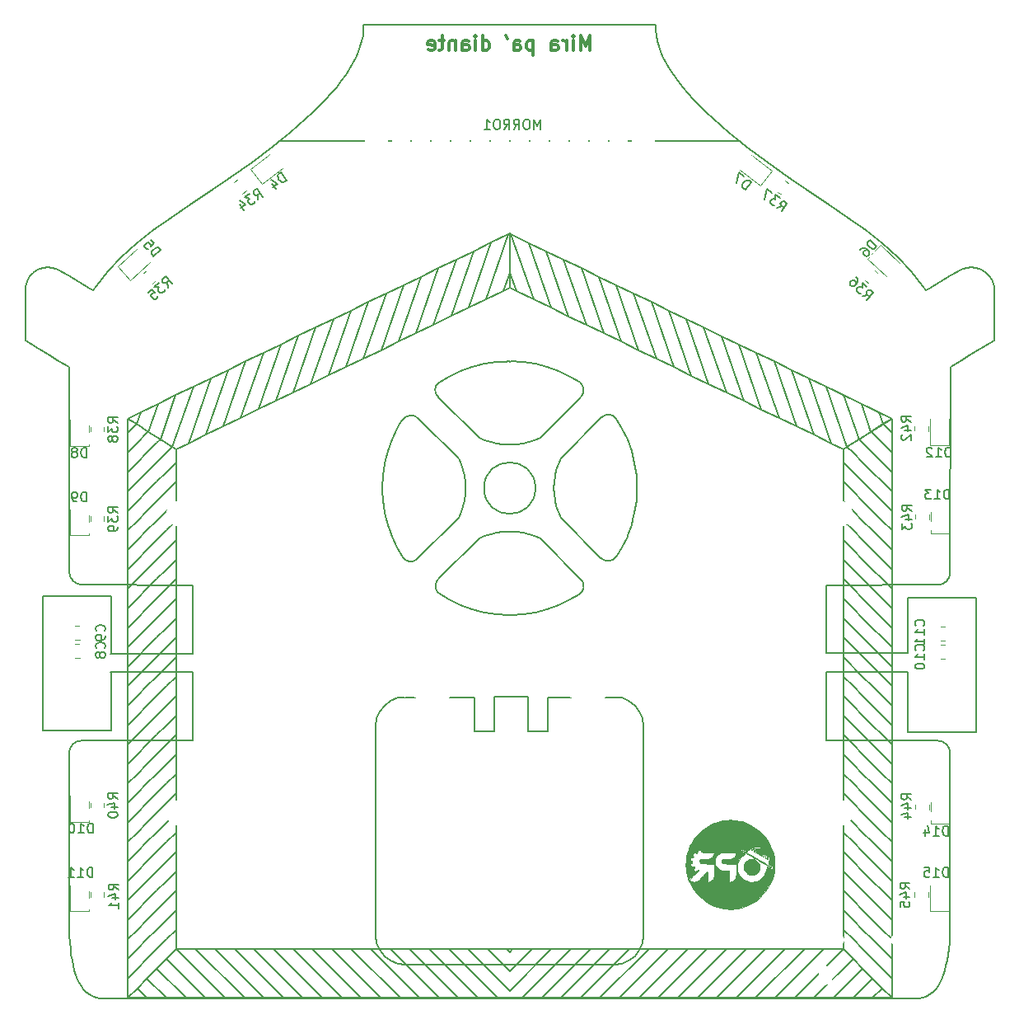
<source format=gbo>
G04 #@! TF.GenerationSoftware,KiCad,Pcbnew,(5.0.2)-1*
G04 #@! TF.CreationDate,2019-06-28T15:12:05+02:00*
G04 #@! TF.ProjectId,PCB_Fujitora,5043425f-4675-46a6-9974-6f72612e6b69,rev?*
G04 #@! TF.SameCoordinates,PX5b263a8PY821ca98*
G04 #@! TF.FileFunction,Legend,Bot*
G04 #@! TF.FilePolarity,Positive*
%FSLAX46Y46*%
G04 Gerber Fmt 4.6, Leading zero omitted, Abs format (unit mm)*
G04 Created by KiCad (PCBNEW (5.0.2)-1) date 28/06/2019 15:12:05*
%MOMM*%
%LPD*%
G01*
G04 APERTURE LIST*
%ADD10C,0.200000*%
%ADD11C,0.300000*%
%ADD12C,0.120000*%
%ADD13C,0.010000*%
%ADD14C,0.150000*%
%ADD15C,3.000000*%
%ADD16C,0.100000*%
%ADD17C,2.900000*%
%ADD18C,2.600000*%
%ADD19O,1.400000X1.400000*%
%ADD20R,1.400000X1.400000*%
%ADD21R,2.100000X2.100000*%
%ADD22O,2.100000X2.100000*%
%ADD23C,1.375000*%
%ADD24O,1.400000X2.000000*%
%ADD25O,1.400000X2.500000*%
%ADD26C,1.050000*%
%ADD27C,3.600000*%
%ADD28C,1.900000*%
%ADD29C,2.400000*%
G04 APERTURE END LIST*
D10*
X4318000Y25527000D02*
G75*
G02X5588000Y26797000I1270000J0D01*
G01*
X5715000Y42799000D02*
G75*
G02X4318000Y44196000I0J1397000D01*
G01*
X93599000Y26797000D02*
G75*
G02X94869000Y25527000I0J-1270000D01*
G01*
X94869000Y44069000D02*
G75*
G02X93599000Y42799000I-1270000J0D01*
G01*
D11*
X57876828Y97680389D02*
X57876828Y99180389D01*
X57376828Y98108960D01*
X56876828Y99180389D01*
X56876828Y97680389D01*
X56162542Y97680389D02*
X56162542Y98680389D01*
X56162542Y99180389D02*
X56233971Y99108960D01*
X56162542Y99037532D01*
X56091114Y99108960D01*
X56162542Y99180389D01*
X56162542Y99037532D01*
X55448257Y97680389D02*
X55448257Y98680389D01*
X55448257Y98394675D02*
X55376828Y98537532D01*
X55305400Y98608960D01*
X55162542Y98680389D01*
X55019685Y98680389D01*
X53876828Y97680389D02*
X53876828Y98466103D01*
X53948257Y98608960D01*
X54091114Y98680389D01*
X54376828Y98680389D01*
X54519685Y98608960D01*
X53876828Y97751818D02*
X54019685Y97680389D01*
X54376828Y97680389D01*
X54519685Y97751818D01*
X54591114Y97894675D01*
X54591114Y98037532D01*
X54519685Y98180389D01*
X54376828Y98251818D01*
X54019685Y98251818D01*
X53876828Y98323246D01*
X52019685Y98680389D02*
X52019685Y97180389D01*
X52019685Y98608960D02*
X51876828Y98680389D01*
X51591114Y98680389D01*
X51448257Y98608960D01*
X51376828Y98537532D01*
X51305400Y98394675D01*
X51305400Y97966103D01*
X51376828Y97823246D01*
X51448257Y97751818D01*
X51591114Y97680389D01*
X51876828Y97680389D01*
X52019685Y97751818D01*
X50019685Y97680389D02*
X50019685Y98466103D01*
X50091114Y98608960D01*
X50233971Y98680389D01*
X50519685Y98680389D01*
X50662542Y98608960D01*
X50019685Y97751818D02*
X50162542Y97680389D01*
X50519685Y97680389D01*
X50662542Y97751818D01*
X50733971Y97894675D01*
X50733971Y98037532D01*
X50662542Y98180389D01*
X50519685Y98251818D01*
X50162542Y98251818D01*
X50019685Y98323246D01*
X49233971Y99180389D02*
X49376828Y98894675D01*
X46805400Y97680389D02*
X46805400Y99180389D01*
X46805400Y97751818D02*
X46948257Y97680389D01*
X47233971Y97680389D01*
X47376828Y97751818D01*
X47448257Y97823246D01*
X47519685Y97966103D01*
X47519685Y98394675D01*
X47448257Y98537532D01*
X47376828Y98608960D01*
X47233971Y98680389D01*
X46948257Y98680389D01*
X46805400Y98608960D01*
X46091114Y97680389D02*
X46091114Y98680389D01*
X46091114Y99180389D02*
X46162542Y99108960D01*
X46091114Y99037532D01*
X46019685Y99108960D01*
X46091114Y99180389D01*
X46091114Y99037532D01*
X44733971Y97680389D02*
X44733971Y98466103D01*
X44805400Y98608960D01*
X44948257Y98680389D01*
X45233971Y98680389D01*
X45376828Y98608960D01*
X44733971Y97751818D02*
X44876828Y97680389D01*
X45233971Y97680389D01*
X45376828Y97751818D01*
X45448257Y97894675D01*
X45448257Y98037532D01*
X45376828Y98180389D01*
X45233971Y98251818D01*
X44876828Y98251818D01*
X44733971Y98323246D01*
X44019685Y98680389D02*
X44019685Y97680389D01*
X44019685Y98537532D02*
X43948257Y98608960D01*
X43805400Y98680389D01*
X43591114Y98680389D01*
X43448257Y98608960D01*
X43376828Y98466103D01*
X43376828Y97680389D01*
X42876828Y98680389D02*
X42305400Y98680389D01*
X42662542Y99180389D02*
X42662542Y97894675D01*
X42591114Y97751818D01*
X42448257Y97680389D01*
X42305400Y97680389D01*
X41233971Y97751818D02*
X41376828Y97680389D01*
X41662542Y97680389D01*
X41805400Y97751818D01*
X41876828Y97894675D01*
X41876828Y98466103D01*
X41805400Y98608960D01*
X41662542Y98680389D01*
X41376828Y98680389D01*
X41233971Y98608960D01*
X41162542Y98466103D01*
X41162542Y98323246D01*
X41876828Y98180389D01*
D10*
X17043194Y33832800D02*
X17043194Y26787835D01*
X17045734Y42766975D02*
X17043194Y35712400D01*
X5588000Y26797000D02*
X17043194Y26787835D01*
X17045734Y42766975D02*
X5715000Y42799000D01*
X52244673Y52735480D02*
G75*
G03X52244673Y52735480I-2643553J0D01*
G01*
X46460800Y57898634D02*
X42285920Y62082680D01*
X57017705Y43286523D02*
G75*
G02X56763920Y41813480I-840554J-613567D01*
G01*
X60629841Y45772751D02*
G75*
G02X58948320Y45572680I-919522J561928D01*
G01*
X59053357Y59996443D02*
G75*
G02X60573920Y59847480I699091J-699092D01*
G01*
X56866366Y63556755D02*
G75*
G02X56916320Y62082680I-737446J-762875D01*
G01*
X42279927Y62075439D02*
G75*
G02X42336720Y63606680I615592J743842D01*
G01*
X38531076Y59642043D02*
G75*
G02X40304720Y59796680I935444J-480363D01*
G01*
X39999206Y45370510D02*
G75*
G02X38628320Y45623480I-560043J806047D01*
G01*
X42236912Y41967401D02*
G75*
G02X42336720Y43489880I836408J709679D01*
G01*
X83893000Y7386864D02*
X83893000Y9386864D01*
X57893000Y5386864D02*
X52893000Y386864D01*
X11322172Y3386864D02*
X10322172Y2386864D01*
X86742562Y58537301D02*
X85749105Y61405140D01*
X15322172Y9386864D02*
X15322172Y7386864D01*
X13322172Y5386864D02*
X12322172Y4386864D01*
X12322172Y16386864D02*
X11322172Y15386864D01*
X14322172Y6386864D02*
X13322172Y5386864D01*
X15322172Y17386864D02*
X15322172Y15386864D01*
X15322172Y11386864D02*
X14322172Y10386864D01*
X15322172Y21386864D02*
X14322172Y20386864D01*
X14322172Y16386864D02*
X13322172Y15386864D01*
X49322172Y5386864D02*
X49609044Y5386864D01*
X83893000Y7386864D02*
X84893000Y6386864D01*
X50259087Y72991758D02*
X49609044Y73305682D01*
X14322172Y12386864D02*
X13322172Y11386864D01*
X87971383Y59308480D02*
X87545616Y60537554D01*
X10322172Y4386864D02*
X10322172Y2386864D01*
X86893000Y4386864D02*
X87893000Y3386864D01*
X15322172Y23386864D02*
X14322172Y22386864D01*
X83952594Y62272726D02*
X82156082Y63140313D01*
X14322172Y20386864D02*
X13322172Y19386864D01*
X10322172Y36386864D02*
X10322172Y34386864D01*
X13322172Y19386864D02*
X12322172Y18386864D01*
X85513741Y57766122D02*
X83952594Y62272726D01*
X10322172Y10386864D02*
X10322172Y8386864D01*
X11243777Y59308467D02*
X10322172Y58386863D01*
X11322172Y5386864D02*
X10322172Y4386864D01*
X55893000Y5386864D02*
X50893000Y386864D01*
X85893000Y5386864D02*
X86893000Y4386864D01*
X85749105Y61405140D02*
X83952594Y62272726D01*
X84893000Y6386864D02*
X85893000Y5386864D01*
X87893000Y3386864D02*
X88893000Y2386864D01*
X15322172Y7386864D02*
X15322172Y5386864D01*
X13322172Y13386864D02*
X12322172Y12386864D01*
X11322172Y7386864D02*
X10322172Y6386864D01*
X13322172Y11386864D02*
X12322172Y10386864D01*
X15322172Y17386864D02*
X14322172Y16386864D01*
X10322172Y14386864D02*
X10322172Y12386864D01*
X10322172Y2386864D02*
X10322172Y386864D01*
X14322172Y14386864D02*
X13322172Y13386864D01*
X10322172Y6386864D02*
X10322172Y4386864D01*
X12322172Y42386864D02*
X11322172Y41386864D01*
X12322172Y18386864D02*
X11322172Y17386864D01*
X12322172Y56386863D02*
X11322172Y55386863D01*
X15322172Y11386864D02*
X15322172Y9386864D01*
X14322172Y42386864D02*
X13322172Y41386864D01*
X15322172Y53386863D02*
X15322172Y51386863D01*
X13322172Y49386863D02*
X12322172Y48386863D01*
X14322172Y46386864D02*
X13322172Y45386864D01*
X15322172Y43386864D02*
X15322172Y41386864D01*
X12322172Y50386863D02*
X11322172Y49386863D01*
X11322172Y9386864D02*
X10322172Y8386864D01*
X10322172Y40386864D02*
X10322172Y38386864D01*
X11322172Y13386864D02*
X10322172Y12386864D01*
X13322172Y7386864D02*
X12322172Y6386864D01*
X13322172Y9386864D02*
X12322172Y8386864D01*
X15322172Y19386864D02*
X14322172Y18386864D01*
X10322172Y58386863D02*
X10322172Y56386863D01*
X13322172Y51386863D02*
X12322172Y50386863D01*
X15322172Y15386864D02*
X15322172Y13386864D01*
X14322172Y10386864D02*
X13322172Y9386864D01*
X12322172Y14386864D02*
X11322172Y13386864D01*
X12322172Y12386864D02*
X11322172Y11386864D01*
X14322172Y18386864D02*
X13322172Y17386864D01*
X10322172Y12386864D02*
X10322172Y10386864D01*
X15322172Y13386864D02*
X14322172Y12386864D01*
X13322172Y17386864D02*
X12322172Y16386864D01*
X11322172Y17386864D02*
X10322172Y16386864D01*
X12322172Y10386864D02*
X11322172Y9386864D01*
X10322172Y44386863D02*
X10322172Y42386864D01*
X12322172Y48386863D02*
X11322172Y47386863D01*
X10322172Y42386864D02*
X10322172Y40386864D01*
X10322172Y38386864D02*
X10322172Y36386864D01*
X11322172Y19386864D02*
X10322172Y18386864D01*
X14322172Y50386863D02*
X13322172Y49386863D01*
X12322172Y6386864D02*
X11322172Y5386864D01*
X10322172Y8386864D02*
X10322172Y6386864D01*
X11322172Y11386864D02*
X10322172Y10386864D01*
X15322172Y55386863D02*
X15322172Y53386863D01*
X15322172Y7386864D02*
X14322172Y6386864D01*
X15322172Y45386864D02*
X15322172Y43386864D01*
X11322172Y15386864D02*
X10322172Y14386864D01*
X12322172Y8386864D02*
X11322172Y7386864D01*
X12322172Y58386863D02*
X11322172Y57386863D01*
X15322172Y21386864D02*
X15322172Y19386864D01*
X15322172Y13386864D02*
X15322172Y11386864D01*
X13322172Y15386864D02*
X12322172Y14386864D01*
X13322172Y21386864D02*
X12322172Y20386864D01*
X15322172Y15386864D02*
X14322172Y14386864D01*
X15322172Y9386864D02*
X14322172Y8386864D01*
X15322172Y45386864D02*
X14322172Y44386864D01*
X13701387Y57766078D02*
X13322172Y57386863D01*
X11322172Y57386863D02*
X10322172Y56386863D01*
X10322172Y16386864D02*
X10322172Y14386864D01*
X14322172Y8386864D02*
X13322172Y7386864D01*
X12322172Y44386864D02*
X11322172Y43386864D01*
X15322172Y49386863D02*
X14322172Y48386863D01*
X15322172Y19386864D02*
X15322172Y17386864D01*
X11322172Y55386863D02*
X10322172Y54386863D01*
X11322172Y39386864D02*
X10322172Y38386864D01*
X10322172Y22386864D02*
X10322172Y20386864D01*
X10322172Y48386863D02*
X10322172Y46386863D01*
X14322172Y22386864D02*
X13322172Y21386864D01*
X11322172Y47386863D02*
X10322172Y46386863D01*
X13322172Y29386864D02*
X12322172Y28386864D01*
X13322172Y45386864D02*
X12322172Y44386864D01*
X15322172Y29386864D02*
X15322172Y27386864D01*
X12322172Y54386863D02*
X11322172Y53386863D01*
X15322172Y27386864D02*
X15322172Y25386864D01*
X11322172Y27386864D02*
X10322172Y26386864D01*
X10322172Y54386863D02*
X10322172Y52386863D01*
X15322172Y25386864D02*
X14322172Y24386864D01*
X14322172Y56386863D02*
X13322172Y55386863D01*
X12322172Y20386864D02*
X11322172Y19386864D01*
X12322172Y22386864D02*
X11322172Y21386864D01*
X14322172Y54386863D02*
X13322172Y53386863D01*
X15322172Y53386863D02*
X14322172Y52386863D01*
X13322172Y57386863D02*
X12322172Y56386863D01*
X10322172Y18386864D02*
X10322172Y16386864D01*
X15322172Y55386863D02*
X14322172Y54386863D01*
X15322172Y49386863D02*
X15322172Y47386864D01*
X15322172Y51386863D02*
X15322172Y49386863D01*
X15322172Y27386864D02*
X14322172Y26386864D01*
X10322172Y20386864D02*
X10322172Y18386864D01*
X14322172Y44386864D02*
X13322172Y43386864D01*
X10322172Y52386863D02*
X10322172Y50386863D01*
X11322172Y43386864D02*
X10322172Y42386864D01*
X15322172Y51386863D02*
X14322172Y50386863D01*
X11322172Y53386863D02*
X10322172Y52386863D01*
X12322172Y26386864D02*
X11322172Y25386864D01*
X10322172Y26386864D02*
X10322172Y24386864D01*
X10322172Y24386864D02*
X10322172Y22386864D01*
X12322172Y28386864D02*
X11322172Y27386864D01*
X11322172Y29386864D02*
X10322172Y28386864D01*
X12322172Y46386863D02*
X11322172Y45386863D01*
X15322172Y47386864D02*
X14322172Y46386864D01*
X10322172Y46386863D02*
X10322172Y44386863D01*
X14322172Y30386864D02*
X13322172Y29386864D01*
X13322172Y55386863D02*
X12322172Y54386863D01*
X14322172Y26386864D02*
X13322172Y25386864D01*
X13322172Y47386863D02*
X12322172Y46386863D01*
X11322172Y49386863D02*
X10322172Y48386863D01*
X11322172Y51386863D02*
X10322172Y50386863D01*
X11322172Y45386863D02*
X10322172Y44386863D01*
X13322172Y53386863D02*
X12322172Y52386863D01*
X14322172Y24386864D02*
X13322172Y23386864D01*
X15322172Y23386864D02*
X15322172Y21386864D01*
X15322172Y25386864D02*
X15322172Y23386864D01*
X13322172Y33386864D02*
X12322172Y32386864D01*
X14930192Y56994883D02*
X14322172Y56386863D01*
X10322172Y50386863D02*
X10322172Y48386863D01*
X11322172Y25386864D02*
X10322172Y24386864D01*
X14322172Y52386863D02*
X13322172Y51386863D01*
X13322172Y43386864D02*
X12322172Y42386864D01*
X13322172Y31386864D02*
X12322172Y30386864D01*
X15322172Y31386864D02*
X14322172Y30386864D01*
X12472582Y58537273D02*
X12322172Y58386863D01*
X15322172Y47386864D02*
X15322172Y45386864D01*
X11322172Y41386864D02*
X10322172Y40386864D01*
X14322172Y48386863D02*
X13322172Y47386863D01*
X12322172Y52386863D02*
X11322172Y51386863D01*
X10322172Y56386863D02*
X10322172Y54386863D01*
X15322172Y39386864D02*
X15322172Y37386864D01*
X13322172Y23386864D02*
X12322172Y22386864D01*
X12322172Y36386864D02*
X11322172Y35386864D01*
X12322172Y24386864D02*
X11322172Y23386864D01*
X88893000Y24386864D02*
X88893000Y25177881D01*
X15322172Y29386864D02*
X14322172Y28386864D01*
X49893000Y5386864D02*
X51893000Y5386864D01*
X83893000Y33386864D02*
X83893000Y35386864D01*
X11322172Y31386864D02*
X10322172Y30386864D01*
X10322172Y30386864D02*
X10322172Y28386864D01*
X85893000Y29386864D02*
X86893000Y28386864D01*
X88893000Y38386864D02*
X88893000Y40386864D01*
X14322172Y32386864D02*
X13322172Y31386864D01*
X54893000Y386864D02*
X56893000Y386864D01*
X12322172Y38386864D02*
X11322172Y37386864D01*
X10322172Y32386864D02*
X10322172Y30386864D01*
X15322172Y35386864D02*
X13322172Y33386864D01*
X13322172Y27386864D02*
X12322172Y26386864D01*
X50893000Y386864D02*
X52893000Y386864D01*
X10322172Y28386864D02*
X10322172Y26386864D01*
X12322172Y32386864D02*
X11322172Y31386864D01*
X59893000Y5386864D02*
X54893000Y386864D01*
X87893000Y25386864D02*
X88893000Y24386864D01*
X55893000Y5386864D02*
X57893000Y5386864D01*
X49609044Y386864D02*
X50893000Y386864D01*
X15322172Y33386864D02*
X14322172Y32386864D01*
X12322172Y40386864D02*
X11322172Y39386864D01*
X13322172Y39386864D02*
X12322172Y38386864D01*
X15322172Y37386864D02*
X10322172Y32386864D01*
X12322172Y30386864D02*
X11322172Y29386864D01*
X14322172Y38386864D02*
X13322172Y37386864D01*
X15322172Y33386864D02*
X15322172Y31386864D01*
X15322172Y41386864D02*
X14322172Y40386864D01*
X57893000Y5386864D02*
X59893000Y5386864D01*
X15322172Y35386864D02*
X15322172Y33386864D01*
X15322172Y37386864D02*
X15322172Y35386864D01*
X88893000Y34386864D02*
X88893000Y36386864D01*
X53893000Y5386864D02*
X55893000Y5386864D01*
X11322172Y35386864D02*
X10322172Y34386864D01*
X15322172Y39386864D02*
X14322172Y38386864D01*
X14322172Y28386864D02*
X13322172Y27386864D01*
X83893000Y5386864D02*
X83893000Y7386864D01*
X14322172Y40386864D02*
X13322172Y39386864D01*
X15322172Y56748877D02*
X15322172Y55386863D01*
X83893000Y43386864D02*
X83893000Y45386864D01*
X11322172Y37386864D02*
X10322172Y36386864D01*
X11322172Y21386864D02*
X10322172Y20386864D01*
X85893000Y39386864D02*
X86893000Y38386864D01*
X13322172Y25386864D02*
X12322172Y24386864D01*
X11322172Y23386864D02*
X10322172Y22386864D01*
X87893000Y29386864D02*
X88893000Y28386864D01*
X59893000Y5386864D02*
X61893000Y5386864D01*
X52893000Y386864D02*
X54893000Y386864D01*
X49609044Y5386864D02*
X49893000Y5386864D01*
X13322172Y41386864D02*
X12322172Y40386864D01*
X85893000Y43386864D02*
X86893000Y42386864D01*
X10322172Y34386864D02*
X10322172Y32386864D01*
X83893000Y25177881D02*
X83893000Y25386864D01*
X15322172Y31386864D02*
X15322172Y29386864D01*
X15322172Y43386864D02*
X14322172Y42386864D01*
X15322172Y41386864D02*
X15322172Y39386864D01*
X87893000Y27386864D02*
X88893000Y26386864D01*
X13322172Y37386864D02*
X12322172Y36386864D01*
X83893000Y31386864D02*
X84893000Y30386864D01*
X88893000Y30386864D02*
X88893000Y32386864D01*
X88893000Y6386864D02*
X88893000Y8386864D01*
X85893000Y31386864D02*
X86893000Y30386864D01*
X85893000Y37386864D02*
X86893000Y36386864D01*
X83893000Y29386864D02*
X83893000Y31386864D01*
X83893000Y21386864D02*
X84893000Y20386864D01*
X87893000Y11386864D02*
X88893000Y10386864D01*
X85893000Y27386864D02*
X86893000Y26386864D01*
X83893000Y31386864D02*
X83893000Y33386864D01*
X83893000Y9386864D02*
X84893000Y8386864D01*
X83893000Y39386864D02*
X84893000Y38386864D01*
X86893000Y36386864D02*
X87893000Y35386864D01*
X86893000Y14386864D02*
X87893000Y13386864D01*
X83893000Y33386864D02*
X84893000Y32386864D01*
X86893000Y32386864D02*
X87893000Y31386864D01*
X85893000Y25386864D02*
X86893000Y24386864D01*
X88893000Y28386864D02*
X88893000Y30386864D01*
X86893000Y10386864D02*
X87893000Y9386864D01*
X83893000Y11386864D02*
X84893000Y10386864D01*
X88893000Y16386864D02*
X88893000Y18386864D01*
X84893000Y28386864D02*
X85893000Y27386864D01*
X85893000Y33386864D02*
X86893000Y32386864D01*
X84893000Y16386864D02*
X85893000Y15386864D01*
X87893000Y31386864D02*
X88893000Y30386864D01*
X83893000Y15386864D02*
X83893000Y17386864D01*
X88893000Y26386864D02*
X88893000Y28386864D01*
X83893000Y27386864D02*
X84893000Y26386864D01*
X86893000Y16386864D02*
X87893000Y15386864D01*
X83893000Y43386864D02*
X84893000Y42386864D01*
X86893000Y40386864D02*
X87893000Y39386864D01*
X84893000Y42386864D02*
X85893000Y41386864D01*
X86893000Y24386864D02*
X87893000Y23386864D01*
X83893000Y27386864D02*
X83893000Y29386864D01*
X83893000Y35386864D02*
X83893000Y37386864D01*
X83893000Y41386864D02*
X83893000Y43386864D01*
X84893000Y38386864D02*
X85893000Y37386864D01*
X83893000Y35386864D02*
X85893000Y33386864D01*
X83893000Y9386864D02*
X83893000Y11386864D01*
X88893000Y36386864D02*
X88893000Y38386864D01*
X84893000Y32386864D02*
X85893000Y31386864D01*
X87893000Y39386864D02*
X88893000Y38386864D01*
X85893000Y41386864D02*
X86893000Y40386864D01*
X86893000Y28386864D02*
X87893000Y27386864D01*
X84893000Y40386864D02*
X85893000Y39386864D01*
X87893000Y35386864D02*
X88893000Y34386864D01*
X84893000Y30386864D02*
X85893000Y29386864D01*
X87893000Y13386864D02*
X88893000Y12386864D01*
X86893000Y30386864D02*
X87893000Y29386864D01*
X87893000Y17386864D02*
X88893000Y16386864D01*
X83893000Y37386864D02*
X88893000Y32386864D01*
X86893000Y26386864D02*
X87893000Y25386864D01*
X83893000Y37386864D02*
X83893000Y39386864D01*
X88893000Y22386864D02*
X88893000Y24386864D01*
X84893000Y26386864D02*
X85893000Y25386864D01*
X87893000Y37386864D02*
X88893000Y36386864D01*
X86893000Y18386864D02*
X87893000Y17386864D01*
X84893000Y12386864D02*
X85893000Y11386864D01*
X83893000Y41386864D02*
X84893000Y40386864D01*
X83893000Y29386864D02*
X84893000Y28386864D01*
X86893000Y38386864D02*
X87893000Y37386864D01*
X87893000Y23386864D02*
X88893000Y22386864D01*
X83893000Y39386864D02*
X83893000Y41386864D01*
X88893000Y32386864D02*
X88893000Y34386864D01*
X83893000Y17386864D02*
X83893000Y19386864D01*
X88893000Y4386864D02*
X88893000Y6386864D01*
X83893000Y21386864D02*
X83893000Y23386864D01*
X84893000Y18386864D02*
X85893000Y17386864D01*
X83893000Y23386864D02*
X83893000Y25177881D01*
X83893000Y55386864D02*
X83893000Y56748984D01*
X88893000Y20386864D02*
X88893000Y22386864D01*
X84893000Y22386864D02*
X85893000Y21386864D01*
X88893000Y10386864D02*
X88893000Y12386864D01*
X88893000Y54386864D02*
X88893000Y56386864D01*
X83893000Y49386864D02*
X84893000Y48386864D01*
X83893000Y13386864D02*
X84893000Y12386864D01*
X86893000Y8386864D02*
X87893000Y7386864D01*
X84893000Y14386864D02*
X85893000Y13386864D01*
X85893000Y7386864D02*
X86893000Y6386864D01*
X84893000Y8386864D02*
X85893000Y7386864D01*
X84893000Y20386864D02*
X85893000Y19386864D01*
X87893000Y15386864D02*
X88893000Y14386864D01*
X86893000Y22386864D02*
X87893000Y21386864D01*
X84893000Y24386864D02*
X85893000Y23386864D01*
X85893000Y13386864D02*
X86893000Y12386864D01*
X85893000Y23386864D02*
X86893000Y22386864D01*
X85893000Y53386864D02*
X86893000Y52386864D01*
X83893000Y19386864D02*
X84893000Y18386864D01*
X85893000Y21386864D02*
X86893000Y20386864D01*
X85513741Y57766122D02*
X86742562Y58537301D01*
X87893000Y57386864D02*
X88893000Y56386864D01*
X85893000Y11386864D02*
X86893000Y10386864D01*
X86893000Y20386864D02*
X87893000Y19386864D01*
X88893000Y18386864D02*
X88893000Y20386864D01*
X87893000Y53386864D02*
X88893000Y52386864D01*
X86893000Y50386864D02*
X87893000Y49386864D01*
X84893000Y56386864D02*
X85893000Y55386864D01*
X86893000Y6386864D02*
X87893000Y5386864D01*
X88893000Y46386864D02*
X88893000Y48386864D01*
X83893000Y47386864D02*
X83893000Y49386864D01*
X88893000Y14386864D02*
X88893000Y16386864D01*
X86893000Y12386864D02*
X87893000Y11386864D01*
X87893000Y7386864D02*
X88893000Y6386864D01*
X83893000Y19386864D02*
X83893000Y21386864D01*
X83893000Y15386864D02*
X84893000Y14386864D01*
X84893000Y50386864D02*
X85893000Y49386864D01*
X85893000Y19386864D02*
X86893000Y18386864D01*
X87893000Y21386864D02*
X88893000Y20386864D01*
X87893000Y19386864D02*
X88893000Y18386864D01*
X86893000Y46386864D02*
X87893000Y45386864D01*
X85893000Y17386864D02*
X86893000Y16386864D01*
X88893000Y8386864D02*
X88893000Y10386864D01*
X87893000Y5386864D02*
X88893000Y4386864D01*
X83893000Y17386864D02*
X84893000Y16386864D01*
X83893000Y25386864D02*
X84893000Y24386864D01*
X87893000Y49386864D02*
X88893000Y48386864D01*
X83893000Y11386864D02*
X83893000Y13386864D01*
X88893000Y2386864D02*
X88893000Y4386864D01*
X85893000Y15386864D02*
X86893000Y14386864D01*
X83893000Y13386864D02*
X83893000Y15386864D01*
X86893000Y58386864D02*
X87893000Y57386864D01*
X88893000Y12386864D02*
X88893000Y14386864D01*
X83893000Y55386864D02*
X84893000Y54386864D01*
X85893000Y9386864D02*
X86893000Y8386864D01*
X83893000Y25386864D02*
X83893000Y27386864D01*
X87893000Y9386864D02*
X88893000Y8386864D01*
X83893000Y23386864D02*
X84893000Y22386864D01*
X84893000Y10386864D02*
X85893000Y9386864D01*
X83893000Y53386864D02*
X83893000Y55386864D01*
X84893000Y48386864D02*
X85893000Y47386864D01*
X88893000Y59886864D02*
X87545616Y60537554D01*
X86893000Y44386864D02*
X87893000Y43386864D01*
X88893000Y25177881D02*
X88893000Y26386864D01*
X50259087Y72991758D02*
X49610380Y73305682D01*
X83893000Y45386864D02*
X83893000Y47386864D01*
X10322172Y59886864D02*
X10322172Y58386863D01*
X84284919Y56994944D02*
X84893000Y56386864D01*
X86893000Y42386864D02*
X87893000Y41386864D01*
X88893000Y42386864D02*
X88893000Y44386864D01*
X87893000Y51386864D02*
X88893000Y50386864D01*
X87893000Y55386864D02*
X88893000Y54386864D01*
X83893000Y45386864D02*
X84893000Y44386864D01*
X85893000Y51386864D02*
X86893000Y50386864D01*
X83893000Y5386864D02*
X83893000Y56748984D01*
X87893000Y47386864D02*
X88893000Y46386864D01*
X85893000Y45386864D02*
X86893000Y44386864D01*
X83893000Y51386864D02*
X84893000Y50386864D01*
X85893000Y47386864D02*
X86893000Y46386864D01*
X85893000Y55386864D02*
X86893000Y54386864D01*
X86742562Y58537301D02*
X87971383Y59308480D01*
X88893000Y386864D02*
X88894336Y59886864D01*
X53893000Y5386864D02*
X61893000Y5386864D01*
X16566189Y57349601D02*
X18367200Y58219292D01*
X86893000Y56386864D02*
X87893000Y55386864D01*
X86893000Y48386864D02*
X87893000Y47386864D01*
X49609044Y386864D02*
X56893000Y386864D01*
X84284919Y56994944D02*
X85513741Y57766122D01*
X86893000Y52386864D02*
X87893000Y51386864D01*
X84893000Y52386864D02*
X85893000Y51386864D01*
X84893000Y46386864D02*
X85893000Y45386864D01*
X87971383Y59308480D02*
X88893000Y58386864D01*
X87971383Y59308480D02*
X88893000Y59886864D01*
X88893000Y56386864D02*
X88893000Y58386864D01*
X85513741Y57766122D02*
X85893000Y57386864D01*
X87893000Y41386864D02*
X88893000Y40386864D01*
X87545616Y60537554D02*
X85749105Y61405140D01*
X86742562Y58537301D02*
X86893000Y58386864D01*
X49893000Y5386864D02*
X49609044Y5102908D01*
X84893000Y44386864D02*
X85893000Y43386864D01*
X86893000Y54386864D02*
X87893000Y53386864D01*
X85893000Y57386864D02*
X86893000Y56386864D01*
X84893000Y54386864D02*
X85893000Y53386864D01*
X49609044Y73305682D02*
X48984374Y73004035D01*
X88893000Y52386864D02*
X88893000Y54386864D01*
X88893000Y48386864D02*
X88893000Y50386864D01*
X83893000Y47386864D02*
X84893000Y46386864D01*
X83893000Y49386864D02*
X83893000Y51386864D01*
X83893000Y51386864D02*
X83893000Y53386864D01*
X88893000Y50386864D02*
X88893000Y52386864D01*
X12322172Y4386864D02*
X11322172Y3386864D01*
X88893000Y58386864D02*
X88893000Y59886864D01*
X49322172Y5386864D02*
X51893000Y5386864D01*
X85893000Y49386864D02*
X86893000Y48386864D01*
X88893000Y44386864D02*
X88893000Y46386864D01*
X16322172Y386864D02*
X14322172Y386864D01*
X87893000Y43386864D02*
X88893000Y42386864D01*
X73361321Y88358164D02*
X25859610Y88358161D01*
X88893000Y386864D02*
X88893000Y2386864D01*
X83893000Y53386864D02*
X84893000Y52386864D01*
X87893000Y45386864D02*
X88893000Y44386864D01*
X49609044Y73305682D02*
X49609067Y74807351D01*
X88893000Y40386864D02*
X88893000Y42386864D01*
X14322172Y4386864D02*
X13322172Y3386864D01*
X13322172Y3386864D02*
X16322172Y386864D01*
X31322172Y5386864D02*
X33322172Y5386864D01*
X47322172Y5386864D02*
X49609044Y3102908D01*
X44322172Y386864D02*
X46322172Y386864D01*
X42322172Y386864D02*
X44322172Y386864D01*
X23322172Y5386864D02*
X28322172Y386864D01*
X32322172Y386864D02*
X34322172Y386864D01*
X19322172Y5386864D02*
X24322172Y386864D01*
X28322172Y386864D02*
X30322172Y386864D01*
X39322172Y5386864D02*
X44322172Y386864D01*
X36322172Y386864D02*
X38322172Y386864D01*
X25322172Y5386864D02*
X27322172Y5386864D01*
X21322172Y5386864D02*
X23322172Y5386864D01*
X48322172Y386864D02*
X49609044Y386864D01*
X41322172Y5386864D02*
X46322172Y386864D01*
X24322172Y386864D02*
X26322172Y386864D01*
X37322172Y5386864D02*
X39322172Y5386864D01*
X31322172Y5386864D02*
X36322172Y386864D01*
X39322172Y5386864D02*
X41322172Y5386864D01*
X49322172Y5386864D02*
X49609044Y5102908D01*
X47322172Y5386864D02*
X49322172Y5386864D01*
X12322172Y2386864D02*
X14322172Y386864D01*
X33322172Y5386864D02*
X38322172Y386864D01*
X15322172Y5386864D02*
X20322172Y386864D01*
X43322172Y5386864D02*
X48322172Y386864D01*
X35322172Y5386864D02*
X40322172Y386864D01*
X35322172Y5386864D02*
X37322172Y5386864D01*
X41322172Y5386864D02*
X43322172Y5386864D01*
X29322172Y5386864D02*
X31322172Y5386864D01*
X45322172Y5386864D02*
X47322172Y5386864D01*
X27322172Y5386864D02*
X29322172Y5386864D01*
X68268922Y64294296D02*
X66467939Y65164042D01*
X25322172Y5386864D02*
X30322172Y386864D01*
X45322172Y5386864D02*
X49609044Y1102908D01*
X40322172Y386864D02*
X42322172Y386864D01*
X38322172Y386864D02*
X40322172Y386864D01*
X27322172Y5386864D02*
X32322172Y386864D01*
X37322172Y5386864D02*
X42322172Y386864D01*
X30322172Y386864D02*
X32322172Y386864D01*
X17322172Y5386864D02*
X22322172Y386864D01*
X49610380Y73305682D02*
X48984374Y73004035D01*
X46322172Y386864D02*
X48322172Y386864D01*
X84284919Y56994944D02*
X88894336Y59886864D01*
X43322172Y5386864D02*
X45322172Y5386864D01*
X34322172Y386864D02*
X36322172Y386864D01*
X23322172Y5386864D02*
X25322172Y5386864D01*
X21322172Y5386864D02*
X26322172Y386864D01*
X49610380Y73305682D02*
X49609067Y74807351D01*
X19322172Y5386864D02*
X21322172Y5386864D01*
X33322172Y5386864D02*
X35322172Y5386864D01*
X16322172Y386864D02*
X18322172Y386864D01*
X26322172Y386864D02*
X28322172Y386864D01*
X17322172Y5386864D02*
X19322172Y5386864D01*
X18322172Y386864D02*
X20322172Y386864D01*
X88894336Y59886864D02*
X82156082Y63140313D01*
X15322172Y56748877D02*
X15322172Y5386864D01*
X10322172Y59886864D02*
X10322172Y386864D01*
X14322172Y4386864D02*
X18322172Y386864D01*
X13322172Y3386864D02*
X12322172Y2386864D01*
X12322172Y2386864D02*
X11322172Y1386864D01*
X22322172Y386864D02*
X24322172Y386864D01*
X29322172Y5386864D02*
X34322172Y386864D01*
X12322172Y386864D02*
X14322172Y386864D01*
X41780333Y69525272D02*
X39979323Y68655581D01*
X75472856Y60815311D02*
X73671873Y61685057D01*
X82676791Y57336326D02*
X80875807Y58206073D01*
X49609067Y74807351D02*
X50259087Y72991758D01*
X52060071Y72122011D02*
X50259087Y72991758D01*
X41780333Y69525272D02*
X44090158Y76193104D01*
X43581343Y70394963D02*
X45891168Y77062795D01*
X73162961Y67483347D02*
X75472856Y60815311D01*
X55662038Y70382519D02*
X53861054Y71252265D01*
X58755093Y74441316D02*
X56954109Y75311063D01*
X64666955Y66033788D02*
X62865972Y66903534D01*
X80366895Y64004362D02*
X82676791Y57336326D01*
X36377302Y66916200D02*
X38687127Y73584032D01*
X70069906Y63424550D02*
X68268922Y64294296D01*
X49750175Y78790047D02*
X49609129Y78858163D01*
X65959027Y70962332D02*
X64158043Y71832078D01*
X64158043Y71832078D02*
X66467939Y65164042D01*
X60556076Y73571570D02*
X62865972Y66903534D01*
X38178313Y67785891D02*
X40488138Y74453722D01*
X64158043Y71832078D02*
X62357060Y72701824D01*
X53861054Y71252265D02*
X52060071Y72122011D01*
X66467939Y65164042D02*
X64666955Y66033788D01*
X38687127Y73584032D02*
X40488138Y74453722D01*
X73671873Y61685057D02*
X71870889Y62554803D01*
X74963944Y66613601D02*
X73162961Y67483347D01*
X62357060Y72701824D02*
X64666955Y66033788D01*
X39979323Y68655581D02*
X38178313Y67785891D01*
X80366895Y64004362D02*
X78565911Y64874109D01*
X71361977Y68353093D02*
X73671873Y61685057D01*
X45382354Y71264654D02*
X43581343Y70394963D01*
X43581343Y70394963D02*
X41780333Y69525272D01*
X78565911Y64874109D02*
X80875807Y58206073D01*
X36377302Y66916200D02*
X34576292Y66046509D01*
X58755093Y74441316D02*
X61064988Y67773281D01*
X69560994Y69222839D02*
X67760010Y70092586D01*
X53352142Y77050555D02*
X51551159Y77920301D01*
X56954109Y75311063D02*
X55153126Y76180809D01*
X82156082Y63140313D02*
X80366895Y64004362D01*
X59264005Y68643027D02*
X57463021Y69512773D01*
X62357060Y72701824D02*
X60556076Y73571570D01*
X67760010Y70092586D02*
X65959027Y70962332D01*
X51551159Y77920301D02*
X49750175Y78790047D01*
X53352142Y77050555D02*
X55662038Y70382519D01*
X71361977Y68353093D02*
X69560994Y69222839D01*
X74963944Y66613601D02*
X77273840Y59945565D01*
X38178313Y67785891D02*
X36377302Y66916200D01*
X62865972Y66903534D02*
X61064988Y67773281D01*
X51551159Y77920301D02*
X53861054Y71252265D01*
X45891168Y77062795D02*
X47692179Y77932486D01*
X77273840Y59945565D02*
X75472856Y60815311D01*
X73162961Y67483347D02*
X71361977Y68353093D01*
X55153126Y76180809D02*
X57463021Y69512773D01*
X49750175Y78790047D02*
X52060071Y72122011D01*
X60556076Y73571570D02*
X58755093Y74441316D01*
X71870889Y62554803D02*
X70069906Y63424550D01*
X67760010Y70092586D02*
X70069906Y63424550D01*
X69560994Y69222839D02*
X71870889Y62554803D01*
X56954109Y75311063D02*
X59264005Y68643027D01*
X57463021Y69512773D02*
X55662038Y70382519D01*
X44090158Y76193104D02*
X45891168Y77062795D01*
X61064988Y67773281D02*
X59264005Y68643027D01*
X55153126Y76180809D02*
X53352142Y77050555D01*
X36886117Y72714341D02*
X38687127Y73584032D01*
X65959027Y70962332D02*
X68268922Y64294296D01*
X32775282Y65176818D02*
X30974271Y64307127D01*
X20168210Y59088983D02*
X18367200Y58219292D01*
X23770230Y60828364D02*
X21969220Y59958674D01*
X25571241Y61698055D02*
X23770230Y60828364D01*
X29173261Y63437437D02*
X31483086Y70105269D01*
X16566189Y57349601D02*
X15322172Y56748877D01*
X86893000Y386864D02*
X88893000Y386864D01*
X29173261Y63437437D02*
X27372251Y62567746D01*
X29682076Y69235578D02*
X31483086Y70105269D01*
X48984374Y73004035D02*
X49609067Y74807351D01*
X27372251Y62567746D02*
X25571241Y61698055D01*
X25571241Y61698055D02*
X27881066Y68365887D01*
X12472582Y58537273D02*
X11243777Y59308467D01*
X14930192Y56994883D02*
X17075961Y63148204D01*
X31483086Y70105269D02*
X33284097Y70974959D01*
X20168210Y59088983D02*
X22478035Y65756815D01*
X33284097Y70974959D02*
X35085107Y71844650D01*
X13701387Y57766078D02*
X12472582Y58537273D01*
X30974271Y64307127D02*
X33284097Y70974959D01*
X11672931Y60539132D02*
X13473941Y61408823D01*
X48984374Y73004035D02*
X47183364Y72134344D01*
X18367200Y58219292D02*
X20677025Y64887124D01*
X16566189Y57349601D02*
X18876015Y64017433D01*
X11243777Y59308467D02*
X10322172Y59886864D01*
X30974271Y64307127D02*
X29173261Y63437437D01*
X24279045Y66626505D02*
X26080056Y67496196D01*
X34576292Y66046509D02*
X36886117Y72714341D01*
X35085107Y71844650D02*
X36886117Y72714341D01*
X32775282Y65176818D02*
X35085107Y71844650D01*
X15274951Y62278514D02*
X17075961Y63148204D01*
X75893000Y5386864D02*
X77893000Y5386864D01*
X20677025Y64887124D02*
X22478035Y65756815D01*
X70893000Y386864D02*
X72893000Y386864D01*
X76764928Y65743855D02*
X79074824Y59075819D01*
X47183364Y72134344D02*
X49493189Y78802176D01*
X78565911Y64874109D02*
X76764928Y65743855D01*
X40488138Y74453722D02*
X42289148Y75323413D01*
X79074824Y59075819D02*
X77273840Y59945565D01*
X26080056Y67496196D02*
X27881066Y68365887D01*
X49609067Y74807351D02*
X49609129Y78858163D01*
X12472582Y58537273D02*
X13473941Y61408823D01*
X18876015Y64017433D02*
X20677025Y64887124D01*
X84284919Y56994944D02*
X82156082Y63140313D01*
X49493189Y78802176D02*
X49609129Y78858163D01*
X13473941Y61408823D02*
X15274951Y62278514D01*
X47183364Y72134344D02*
X45382354Y71264654D01*
X47692179Y77932486D02*
X49493189Y78802176D01*
X76764928Y65743855D02*
X74963944Y66613601D01*
X39979323Y68655581D02*
X42289148Y75323413D01*
X14930192Y56994883D02*
X13701387Y57766078D01*
X13701387Y57766078D02*
X15274951Y62278514D01*
X11243777Y59308467D02*
X11672931Y60539132D01*
X17075961Y63148204D02*
X18876015Y64017433D01*
X23770230Y60828364D02*
X26080056Y67496196D01*
X87893000Y1386864D02*
X88893000Y386864D01*
X45382354Y71264654D02*
X47692179Y77932486D01*
X27372251Y62567746D02*
X29682076Y69235578D01*
X22478035Y65756815D02*
X24279045Y66626505D01*
X21969220Y59958674D02*
X20168210Y59088983D01*
X80875807Y58206073D02*
X79074824Y59075819D01*
X42289148Y75323413D02*
X44090158Y76193104D01*
X27881066Y68365887D02*
X29682076Y69235578D01*
X21969220Y59958674D02*
X24279045Y66626505D01*
X34576292Y66046509D02*
X32775282Y65176818D01*
X79893000Y5386864D02*
X74893000Y386864D01*
X81893000Y5386864D02*
X83893000Y5386864D01*
X83893000Y5386864D02*
X84893000Y4386864D01*
X82893000Y386864D02*
X84893000Y386864D01*
X85893000Y3386864D02*
X86893000Y2386864D01*
X76893000Y386864D02*
X78893000Y386864D01*
X84893000Y4386864D02*
X80893000Y386864D01*
X71893000Y5386864D02*
X73893000Y5386864D01*
X60893000Y386864D02*
X62893000Y386864D01*
X10322172Y59886864D02*
X11672931Y60539132D01*
X83893000Y56748984D02*
X82676791Y57336326D01*
X69893000Y5386864D02*
X64893000Y386864D01*
X63893000Y5386864D02*
X65893000Y5386864D01*
X68893000Y386864D02*
X70893000Y386864D01*
X81893000Y5386864D02*
X76893000Y386864D01*
X61893000Y5386864D02*
X63893000Y5386864D01*
X83893000Y5386864D02*
X78893000Y386864D01*
X15322172Y5386864D02*
X17322172Y5386864D01*
X78893000Y386864D02*
X80893000Y386864D01*
X15322172Y56748877D02*
X14930192Y56994883D01*
X67893000Y5386864D02*
X69893000Y5386864D01*
X10322172Y386864D02*
X12322172Y386864D01*
X20322172Y386864D02*
X22322172Y386864D01*
X80893000Y386864D02*
X82893000Y386864D01*
X84893000Y4386864D02*
X85893000Y3386864D01*
X11322172Y1386864D02*
X10322172Y386864D01*
X11322172Y1386864D02*
X12322172Y386864D01*
X66893000Y386864D02*
X68893000Y386864D01*
X58893000Y386864D02*
X60893000Y386864D01*
X69893000Y5386864D02*
X71893000Y5386864D01*
X73893000Y5386864D02*
X68893000Y386864D01*
X73893000Y5386864D02*
X75893000Y5386864D01*
X61893000Y5386864D02*
X56893000Y386864D01*
X71893000Y5386864D02*
X66893000Y386864D01*
X15322172Y5386864D02*
X14322172Y4386864D01*
X67893000Y5386864D02*
X62893000Y386864D01*
X65893000Y5386864D02*
X60893000Y386864D01*
X62893000Y386864D02*
X64893000Y386864D01*
X86893000Y2386864D02*
X87893000Y1386864D01*
X53893000Y5386864D02*
X49609044Y1102908D01*
X51893000Y5386864D02*
X49609044Y3102908D01*
X63893000Y5386864D02*
X58893000Y386864D01*
X65893000Y5386864D02*
X67893000Y5386864D01*
X86893000Y2386864D02*
X84893000Y386864D01*
X87893000Y1386864D02*
X86893000Y386864D01*
X56893000Y386864D02*
X58893000Y386864D01*
X64893000Y386864D02*
X66893000Y386864D01*
X51893000Y5386864D02*
X53893000Y5386864D01*
X84893000Y386864D02*
X86893000Y386864D01*
X77893000Y5386864D02*
X72893000Y386864D01*
X85893000Y3386864D02*
X82893000Y386864D01*
X77893000Y5386864D02*
X79893000Y5386864D01*
X72893000Y386864D02*
X74893000Y386864D01*
X79893000Y5386864D02*
X81893000Y5386864D01*
X83893000Y56748984D02*
X84284919Y56994944D01*
X74893000Y386864D02*
X76893000Y386864D01*
X75893000Y5386864D02*
X70893000Y386864D01*
X8605520Y35712400D02*
X8605520Y41635680D01*
X82138520Y35763200D02*
X82138520Y42768520D01*
X90520520Y41457880D02*
X90520520Y35763200D01*
X90520520Y33832800D02*
X90520520Y27678380D01*
X97505520Y27678380D02*
X90520520Y27678380D01*
X97505520Y41457880D02*
X97505520Y27678380D01*
X90520520Y41457880D02*
X97505520Y41457880D01*
X82143600Y33832800D02*
X90525600Y33832800D01*
X82138520Y35763200D02*
X90525600Y35763200D01*
X17051020Y35712400D02*
X8585200Y35712400D01*
X17051020Y33832800D02*
X8585200Y33832800D01*
X1620520Y27856180D02*
X1620520Y41635680D01*
X8605520Y27856180D02*
X1620520Y27856180D01*
X8605520Y33832800D02*
X8605520Y27856180D01*
X1620520Y41635680D02*
X8605520Y41635680D01*
X44339480Y49693103D02*
X44588714Y50271119D01*
X62126337Y56508909D02*
X62436321Y55271383D01*
X61151089Y58863366D02*
X60573920Y59847480D01*
X62126337Y56508909D02*
X61696546Y57710093D01*
X45011017Y53364025D02*
X45039480Y52735208D01*
X54404310Y50869288D02*
X54263157Y51482718D01*
X61696546Y57710093D02*
X61151089Y58863366D01*
X35844508Y6800630D02*
X35844508Y28300630D01*
X63344508Y6800630D02*
X63344508Y28300630D01*
X43374748Y64200185D02*
X42336720Y63606680D01*
X45729205Y65175433D02*
X44528021Y64745642D01*
X48228683Y65672610D02*
X49079542Y65712441D01*
X49079542Y65712441D02*
X49502905Y65735208D01*
X55814270Y64200185D02*
X54756518Y64678135D01*
X43374748Y64200185D02*
X44528021Y64745642D01*
X52728218Y57898634D02*
X52150202Y57649400D01*
X49686113Y57198634D02*
X49594604Y57202785D01*
X52150202Y57649400D02*
X51552033Y57453406D01*
X51552033Y57453406D02*
X50938603Y57312253D01*
X50938603Y57312253D02*
X50314929Y57227097D01*
X50314929Y57227097D02*
X49686113Y57198634D01*
X56865520Y63555880D02*
X55814270Y64200185D01*
X52222287Y65485417D02*
X50960335Y65672610D01*
X53459813Y65175433D02*
X52222287Y65485417D01*
X49686113Y65735208D02*
X49594587Y65730704D01*
X54660997Y64745642D02*
X53459813Y65175433D01*
X49686113Y39735208D02*
X50960335Y39797807D01*
X53459813Y40294984D02*
X54660997Y40724775D01*
X44925861Y53987699D02*
X44784708Y54601128D01*
X37062681Y48961508D02*
X36752697Y50199034D01*
X44925861Y51482718D02*
X45011017Y52106392D01*
X36565504Y51460986D02*
X36518298Y52525904D01*
X50960335Y39797807D02*
X52222287Y39985000D01*
X48874089Y48243320D02*
X48250415Y48158164D01*
X49502905Y39735208D02*
X48228683Y39797807D01*
X38628320Y45623480D02*
X38037929Y46607051D01*
X37492472Y47760324D02*
X37320787Y48232934D01*
X36642935Y50907296D02*
X36565504Y51460986D01*
X37062681Y56508909D02*
X37492472Y57710093D01*
X44588714Y55199298D02*
X44339480Y55777314D01*
X44528021Y40724775D02*
X43374748Y41270232D01*
X54660997Y40724775D02*
X55814270Y41270232D01*
X55814270Y41270232D02*
X56763920Y41813480D01*
X47038816Y47821017D02*
X46460800Y47571783D01*
X36752697Y50199034D02*
X36642935Y50907296D01*
X38037929Y58863366D02*
X38312123Y59306955D01*
X38312123Y59306955D02*
X38526720Y59644280D01*
X47636986Y48017011D02*
X47038816Y47821017D01*
X45011017Y52106392D02*
X45039480Y52735208D01*
X44784708Y50869288D02*
X44925861Y51482718D01*
X43374748Y41270232D02*
X42235120Y41965880D01*
X44588714Y50271119D02*
X44784708Y50869288D01*
X36502905Y52735208D02*
X36565504Y54009431D01*
X36565504Y54009431D02*
X36752697Y55271383D01*
X45011017Y53364025D02*
X44925861Y53987699D01*
X37320787Y48232934D02*
X37062681Y48961508D01*
X49594641Y39739715D02*
X49686113Y39735208D01*
X44784708Y54601128D02*
X44588714Y55199298D01*
X44339480Y49693103D02*
X39999920Y45369480D01*
X44339480Y55777314D02*
X40304720Y59796680D01*
X37492472Y57710093D02*
X38037929Y58863366D01*
X38037929Y46607051D02*
X37492472Y47760324D01*
X36518298Y52525904D02*
X36502905Y52735208D01*
X36752697Y55271383D02*
X37062681Y56508909D01*
X49686113Y48271783D02*
X50314929Y48243320D01*
X50314929Y48243320D02*
X50938603Y48158164D01*
X51552033Y48017011D02*
X52150202Y47821017D01*
X52728218Y47571783D02*
X57017920Y43286680D01*
X49594623Y48267631D02*
X49502905Y48271783D01*
X7817429Y310422D02*
X91371589Y310422D01*
X4394008Y6063944D02*
X4455297Y5407008D01*
X4315208Y8273622D02*
X4323963Y7497251D01*
X4350230Y6760692D02*
X4394008Y6063944D01*
X4323963Y7497251D02*
X4350230Y6760692D01*
X5576008Y1584741D02*
X5794896Y1286110D01*
X4455297Y5407008D02*
X4534097Y4789884D01*
X5794896Y1286110D02*
X6031296Y1027291D01*
X4534097Y4789884D02*
X4630408Y4212571D01*
X4744230Y3675070D02*
X4875563Y3177381D01*
X4630408Y4212571D02*
X4744230Y3675070D01*
X6556629Y629088D02*
X6845563Y489704D01*
X4875563Y3177381D02*
X5024408Y2719504D01*
X6285207Y808284D02*
X6556629Y629088D01*
X5024408Y2719504D02*
X5190763Y2301438D01*
X6031296Y1027291D02*
X6285207Y808284D01*
X6845563Y489704D02*
X7152007Y390131D01*
X93157722Y1027291D02*
X92903811Y808284D01*
X93394122Y1286110D02*
X93157722Y1027291D01*
X93814388Y1923184D02*
X93613010Y1584741D01*
X94313455Y3177381D02*
X94164610Y2719504D01*
X93613010Y1584741D02*
X93394122Y1286110D01*
X93998255Y2301438D02*
X93814388Y1923184D01*
X94164610Y2719504D02*
X93998255Y2301438D01*
X94444788Y3675070D02*
X94313455Y3177381D01*
X94733721Y5407008D02*
X94654921Y4789884D01*
X94558610Y4212571D02*
X94444788Y3675070D01*
X94654921Y4789884D02*
X94558610Y4212571D01*
X94795010Y6063944D02*
X94733721Y5407008D01*
X94838788Y6760692D02*
X94795010Y6063944D01*
X94873810Y8273622D02*
X94865055Y7497251D01*
X94865055Y7497251D02*
X94838788Y6760692D01*
X94869000Y25527000D02*
X94873810Y8273622D01*
X82135980Y26789380D02*
X93599000Y26797000D01*
X82135980Y26789380D02*
X82138520Y33832800D01*
X4318000Y25527000D02*
X4315208Y8273622D01*
X93599000Y42799000D02*
X82138520Y42768520D01*
X54756518Y64678135D02*
X54660997Y64745642D01*
X46966731Y65485417D02*
X48228683Y65672610D01*
X50960335Y65672610D02*
X49686113Y65735208D01*
X91713056Y330371D02*
X91371589Y310422D01*
X52150202Y47821017D02*
X52728218Y47571783D01*
X52728218Y57898634D02*
X56916320Y62082680D01*
X92037011Y390131D02*
X91713056Y330371D01*
X45729205Y65175433D02*
X46966731Y65485417D01*
X62251045Y49558755D02*
X62436321Y50199034D01*
X49502905Y65735208D02*
X49594587Y65730704D01*
X45993997Y27800630D02*
X47993997Y27800630D01*
X35946731Y29077088D02*
X35844508Y28300630D01*
X45993997Y27800630D02*
X45993997Y31242000D01*
X35946731Y6024173D02*
X35844508Y6800630D01*
X63242286Y6024173D02*
X63344508Y6800630D01*
X36246432Y5300630D02*
X35946731Y6024173D01*
X38844508Y3800630D02*
X38068051Y3902853D01*
X38068051Y3902853D02*
X37344508Y4202554D01*
X60344508Y3800630D02*
X61120965Y3902853D01*
X45993997Y31242000D02*
X38844508Y31242000D01*
X62465828Y4679310D02*
X62942584Y5300630D01*
X1212712Y67086175D02*
X243894Y67660921D01*
X-190082Y67906499D02*
X-190130Y73355172D01*
X96204834Y75263597D02*
X96614481Y75375290D01*
X37344508Y4202554D02*
X36723188Y4679310D01*
X62942584Y29800630D02*
X62465828Y30421951D01*
X62465828Y30421951D02*
X61844508Y30898707D01*
X92742200Y73258277D02*
X92388426Y73035502D01*
X51489186Y31300630D02*
X47993997Y31300630D01*
X51489186Y27800630D02*
X53489186Y27800630D01*
X61844508Y30898707D02*
X61120965Y31198408D01*
X47993997Y27800630D02*
X47993997Y31300630D01*
X38068051Y31198408D02*
X37344508Y30898707D01*
X53489186Y27800630D02*
X53489186Y31242000D01*
X69811281Y91322921D02*
X69129374Y91987228D01*
X72145505Y89255277D02*
X71319303Y89957470D01*
X99119789Y74160308D02*
X99285730Y73769477D01*
X2151640Y75411946D02*
X1728863Y75372651D01*
X71319303Y89957470D02*
X70541243Y90646509D01*
X6446922Y73258331D02*
X6800697Y73035555D01*
X94869000Y44069000D02*
X94879277Y65142766D01*
X98886760Y74515248D02*
X99119789Y74160308D01*
X2574643Y75375157D02*
X2151640Y75411946D01*
X96020212Y75196909D02*
X94934116Y74582208D01*
X302364Y74515116D02*
X69335Y74160175D01*
X1728863Y75372651D02*
X1319886Y75258532D01*
X37344508Y30898707D02*
X36723188Y30421951D01*
X36723188Y30421951D02*
X36246432Y29800630D01*
X61844508Y4202554D02*
X62465828Y4679310D01*
X2984290Y75263465D02*
X2574643Y75375157D01*
X98251282Y75073387D02*
X98594126Y74822901D01*
X38811200Y31242000D02*
X38068051Y31198408D01*
X61120965Y31198408D02*
X60350400Y31242000D01*
X594998Y74822768D02*
X302364Y74515116D01*
X63242286Y29077088D02*
X62942584Y29800630D01*
X1319886Y75258532D02*
X937842Y75073255D01*
X69335Y74160175D02*
X-96606Y73769344D01*
X937842Y75073255D02*
X594998Y74822768D01*
X96968091Y66466294D02*
X95920903Y65806866D01*
X36246432Y29800630D02*
X35946731Y29077088D01*
X97460261Y75372783D02*
X97869238Y75258665D01*
X-96606Y73769344D02*
X-190130Y73355172D01*
X63344508Y28300630D02*
X63242286Y29077088D01*
X60344508Y31242000D02*
X53489186Y31242000D01*
X38844508Y3800630D02*
X60344508Y3800630D01*
X96020212Y75196909D02*
X96204834Y75263597D01*
X96968091Y66466294D02*
X97976411Y67086121D01*
X61120965Y3902853D02*
X61844508Y4202554D01*
X36723188Y4679310D02*
X36246432Y5300630D01*
X62942584Y5300630D02*
X63242286Y6024173D01*
X94934116Y74582208D02*
X93840967Y73933703D01*
X51489186Y27800630D02*
X51489186Y31300630D01*
X243894Y67660921D02*
X-190082Y67906499D01*
X66439168Y95145565D02*
X66044691Y95748263D01*
X68495480Y92639957D02*
X67909555Y93281630D01*
X30060751Y91987229D02*
X30694646Y92639957D01*
X33492156Y96342529D02*
X33791167Y96928887D01*
X33145434Y95748263D02*
X33492156Y96342529D01*
X87934587Y77859309D02*
X86217560Y79205571D01*
X78228900Y84621388D02*
X76084245Y86141290D01*
X2221032Y66466348D02*
X3268220Y65806919D01*
X69129374Y91987228D02*
X68495480Y92639957D01*
X4318000Y44196000D02*
X4309817Y65142766D01*
X4255007Y74582262D02*
X5348156Y73933756D01*
X67371557Y93912773D02*
X66881442Y94533910D01*
X4309817Y65142766D02*
X3268220Y65806919D01*
X64679175Y99205727D02*
X64618079Y99760412D01*
X94879277Y65142766D02*
X95920903Y65806866D01*
X34042508Y97507861D02*
X34246224Y98079976D01*
X8306908Y75028337D02*
X9693736Y76471310D01*
X5348156Y73933756D02*
X6446922Y73258331D01*
X32750958Y95145565D02*
X33145434Y95748263D01*
X14824611Y80528558D02*
X16791013Y81851960D01*
X20960188Y84621412D02*
X23104844Y86141314D01*
X18845470Y83204816D02*
X20960188Y84621412D01*
X93840967Y73933703D02*
X92742200Y73258277D01*
X89495352Y76471286D02*
X87934587Y77859309D01*
X32308684Y94533910D02*
X32750958Y95145565D01*
X9693736Y76471310D02*
X11254502Y77859333D01*
X27870822Y89957470D02*
X28648883Y90646510D01*
X97037484Y75412079D02*
X97460261Y75372783D01*
X65398959Y96928887D02*
X65147618Y97507861D01*
X3168699Y75197010D02*
X4255007Y74582262D01*
X65697969Y96342529D02*
X65398959Y96928887D01*
X73019891Y88539407D02*
X72145505Y89255277D01*
X84364478Y80528534D02*
X82398076Y81851936D01*
X2221032Y66466348D02*
X1212712Y67086175D01*
X27044621Y89255277D02*
X27870822Y89957470D01*
X65147618Y97507861D02*
X64943902Y98079976D01*
X30694646Y92639957D02*
X31280570Y93281630D01*
X97976411Y67086121D02*
X98945229Y67660868D01*
X80343619Y83204792D02*
X78228900Y84621388D01*
X64943902Y98079976D02*
X64787769Y98645757D01*
X76084245Y86141290D02*
X73942504Y87809335D01*
X25246584Y87809359D02*
X26170235Y88539407D01*
X34246224Y98079976D02*
X34402357Y98645757D01*
X73942504Y87809335D02*
X73019891Y88539407D01*
X2984290Y75263465D02*
X3168699Y75197010D01*
X28648883Y90646510D02*
X29378845Y91322921D01*
X29378845Y91322921D02*
X30060751Y91987229D01*
X96614481Y75375290D02*
X97037484Y75412079D01*
X98594126Y74822901D02*
X98886760Y74515248D01*
X99285730Y73769477D02*
X99379254Y73355305D01*
X33791167Y96928887D02*
X34042508Y97507861D01*
X97869238Y75258665D02*
X98251282Y75073387D01*
X64787769Y98645757D02*
X64679175Y99205727D01*
X70541243Y90646509D02*
X69811281Y91322921D01*
X66044691Y95748263D02*
X65697969Y96342529D01*
X99378989Y67906364D02*
X99379254Y73355305D01*
X98945229Y67660868D02*
X99378989Y67906364D01*
X48874089Y57227097D02*
X49502905Y57198634D01*
X92388426Y73035502D02*
X92079924Y73522478D01*
X54600304Y50271119D02*
X54404310Y50869288D01*
X34572047Y99760412D02*
X34585695Y100310406D01*
X62686113Y52735208D02*
X62623514Y54009431D01*
X6800697Y73035555D02*
X7109164Y73522502D01*
X16791013Y81851960D02*
X18845470Y83204816D01*
X31280570Y93281630D02*
X31818569Y93912773D01*
X54849538Y49693103D02*
X58948320Y45572680D01*
X67909555Y93281630D02*
X67371557Y93912773D01*
X64618079Y99760412D02*
X64604437Y100310336D01*
X66881442Y94533910D02*
X66439168Y95145565D01*
X86217560Y79205571D02*
X84364478Y80528534D01*
X92079924Y73522478D02*
X90882180Y75028313D01*
X62623514Y51460986D02*
X62686113Y52735208D01*
X61752970Y47885469D02*
X62126337Y48961508D01*
X54263157Y53987699D02*
X54404310Y54601128D01*
X46460800Y57898634D02*
X47038816Y57649400D01*
X54849538Y49693103D02*
X54600304Y50271119D01*
X47038816Y57649400D02*
X47636986Y57453406D01*
X34585695Y100310406D02*
X64604437Y100310336D01*
X34402357Y98645757D02*
X34510950Y99205727D01*
X61151089Y46607051D02*
X61696546Y47760324D01*
X54600304Y55199298D02*
X54849538Y55777314D01*
X60624720Y45775880D02*
X61151089Y46607051D01*
X12971529Y79205595D02*
X14824611Y80528558D01*
X34510950Y99205727D02*
X34572047Y99760412D01*
X54149538Y52735208D02*
X54178001Y53364025D01*
X23104844Y86141314D02*
X25246584Y87809359D01*
X26170235Y88539407D02*
X27044621Y89255277D01*
X7109164Y73522502D02*
X8306908Y75028337D01*
X11254502Y77859333D02*
X12971529Y79205595D01*
X90882180Y75028313D02*
X89495352Y76471286D01*
X82398076Y81851936D02*
X80343619Y83204792D01*
X31818569Y93912773D02*
X32308684Y94533910D01*
X48250415Y57312253D02*
X48874089Y57227097D01*
X47636986Y57453406D02*
X48250415Y57312253D01*
X54178001Y52106392D02*
X54149538Y52735208D01*
X92632389Y629088D02*
X92343455Y489704D01*
X49594623Y48267631D02*
X49686113Y48271783D01*
X45729205Y40294984D02*
X44528021Y40724775D01*
X5374630Y1923184D02*
X5576008Y1584741D01*
X54404310Y54601128D02*
X54600304Y55199298D01*
X49502905Y57198634D02*
X49594604Y57202785D01*
X48250415Y48158164D02*
X47636986Y48017011D01*
X46966731Y39985000D02*
X45729205Y40294984D01*
X49594641Y39739715D02*
X49502905Y39735208D01*
X50938603Y48158164D02*
X51552033Y48017011D01*
X54263157Y51482718D02*
X54178001Y52106392D01*
X62126337Y48961508D02*
X62251045Y49558755D01*
X62623514Y54009431D02*
X62436321Y55271383D01*
X49502905Y48271783D02*
X48874089Y48243320D01*
X52222287Y39985000D02*
X53459813Y40294984D01*
X62436321Y50199034D02*
X62623514Y51460986D01*
X54849538Y55777314D02*
X59049920Y59999880D01*
X7475963Y330371D02*
X7817429Y310422D01*
X92343455Y489704D02*
X92037011Y390131D01*
X61696546Y47760324D02*
X61752970Y47885469D01*
X46460800Y47571783D02*
X42336720Y43489880D01*
X54178001Y53364025D02*
X54263157Y53987699D01*
X48228683Y39797807D02*
X46966731Y39985000D01*
X5190763Y2301438D02*
X5374630Y1923184D01*
X92903811Y808284D02*
X92632389Y629088D01*
X7152007Y390131D02*
X7475963Y330371D01*
D12*
G04 #@! TO.C,C8*
X4917942Y35337680D02*
X5435098Y35337680D01*
X4917942Y36757680D02*
X5435098Y36757680D01*
G04 #@! TO.C,C9*
X4917942Y38605256D02*
X5435098Y38605256D01*
X4917942Y37185256D02*
X5435098Y37185256D01*
G04 #@! TO.C,C10*
X93881442Y35223380D02*
X94398598Y35223380D01*
X93881442Y36643380D02*
X94398598Y36643380D01*
G04 #@! TO.C,C11*
X93881442Y38493380D02*
X94398598Y38493380D01*
X93881442Y37073380D02*
X94398598Y37073380D01*
G04 #@! TO.C,D4*
X22960687Y85475781D02*
X25076496Y87128832D01*
X24142757Y83962800D02*
X22960687Y85475781D01*
X26258566Y85615851D02*
X24142757Y83962800D01*
G04 #@! TO.C,D5*
X12585592Y75906579D02*
X10621907Y74075413D01*
X10621907Y74075413D02*
X9312471Y75479612D01*
X9312471Y75479612D02*
X11276155Y77310778D01*
G04 #@! TO.C,D6*
X87691907Y77707947D02*
X89655592Y75876781D01*
X86382471Y76303748D02*
X87691907Y77707947D01*
X88346155Y74472582D02*
X86382471Y76303748D01*
G04 #@! TO.C,D7*
X75396283Y83802800D02*
X73280474Y85455851D01*
X76578353Y85315781D02*
X75396283Y83802800D01*
X74462544Y86968832D02*
X76578353Y85315781D01*
G04 #@! TO.C,D8*
X6327020Y59780680D02*
X6327020Y57095680D01*
X6327020Y57095680D02*
X4407020Y57095680D01*
X4407020Y57095680D02*
X4407020Y59780680D01*
G04 #@! TO.C,D9*
X4407020Y47888180D02*
X4407020Y50573180D01*
X6327020Y47888180D02*
X4407020Y47888180D01*
X6327020Y50573180D02*
X6327020Y47888180D01*
G04 #@! TO.C,D10*
X4407020Y18487680D02*
X4407020Y21172680D01*
X6327020Y18487680D02*
X4407020Y18487680D01*
X6327020Y21172680D02*
X6327020Y18487680D01*
G04 #@! TO.C,D11*
X6327020Y11965180D02*
X6327020Y9280180D01*
X6327020Y9280180D02*
X4407020Y9280180D01*
X4407020Y9280180D02*
X4407020Y11965180D01*
G04 #@! TO.C,D12*
X94719020Y59844180D02*
X94719020Y57159180D01*
X94719020Y57159180D02*
X92799020Y57159180D01*
X92799020Y57159180D02*
X92799020Y59844180D01*
G04 #@! TO.C,D13*
X92862520Y48078680D02*
X92862520Y50763680D01*
X94782520Y48078680D02*
X92862520Y48078680D01*
X94782520Y50763680D02*
X94782520Y48078680D01*
G04 #@! TO.C,D14*
X94782520Y20982180D02*
X94782520Y18297180D01*
X94782520Y18297180D02*
X92862520Y18297180D01*
X92862520Y18297180D02*
X92862520Y20982180D01*
G04 #@! TO.C,D15*
X92799020Y9280180D02*
X92799020Y11965180D01*
X94719020Y9280180D02*
X92799020Y9280180D01*
X94719020Y11965180D02*
X94719020Y9280180D01*
G04 #@! TO.C,R34*
X22498574Y83293396D02*
X22074945Y82996768D01*
X21684095Y84456592D02*
X21260466Y84159964D01*
G04 #@! TO.C,R35*
X11886189Y74779591D02*
X12264413Y75132291D01*
X12854627Y73741069D02*
X13232851Y74093769D01*
G04 #@! TO.C,R36*
X86146189Y74063769D02*
X86524413Y73711069D01*
X87114627Y75102291D02*
X87492851Y74749591D01*
G04 #@! TO.C,R37*
X77120466Y83153396D02*
X77544095Y82856768D01*
X77934945Y84316592D02*
X78358574Y84019964D01*
G04 #@! TO.C,R38*
X6498520Y58522102D02*
X6498520Y59039258D01*
X7918520Y58522102D02*
X7918520Y59039258D01*
G04 #@! TO.C,R39*
X7918520Y49314602D02*
X7918520Y49831758D01*
X6498520Y49314602D02*
X6498520Y49831758D01*
G04 #@! TO.C,R40*
X6498520Y19914102D02*
X6498520Y20431258D01*
X7918520Y19914102D02*
X7918520Y20431258D01*
G04 #@! TO.C,R41*
X7918520Y10706602D02*
X7918520Y11223758D01*
X6498520Y10706602D02*
X6498520Y11223758D01*
G04 #@! TO.C,R42*
X92627520Y58585602D02*
X92627520Y59102758D01*
X91207520Y58585602D02*
X91207520Y59102758D01*
G04 #@! TO.C,R43*
X92691020Y49505102D02*
X92691020Y50022258D01*
X91271020Y49505102D02*
X91271020Y50022258D01*
G04 #@! TO.C,R44*
X91271020Y19723602D02*
X91271020Y20240758D01*
X92691020Y19723602D02*
X92691020Y20240758D01*
G04 #@! TO.C,R45*
X91207520Y10706602D02*
X91207520Y11223758D01*
X92627520Y10706602D02*
X92627520Y11223758D01*
D13*
G04 #@! TO.C,G\002A\002A\002A*
G36*
X75698958Y14988398D02*
X75696581Y14984132D01*
X75668689Y14944412D01*
X75650784Y14926283D01*
X75638600Y14908508D01*
X75656903Y14891919D01*
X75671783Y14884661D01*
X75700830Y14873543D01*
X75714095Y14880753D01*
X75717602Y14913901D01*
X75717579Y14942511D01*
X75715967Y14989055D01*
X75710526Y15002833D01*
X75698958Y14988398D01*
X75698958Y14988398D01*
G37*
X75698958Y14988398D02*
X75696581Y14984132D01*
X75668689Y14944412D01*
X75650784Y14926283D01*
X75638600Y14908508D01*
X75656903Y14891919D01*
X75671783Y14884661D01*
X75700830Y14873543D01*
X75714095Y14880753D01*
X75717602Y14913901D01*
X75717579Y14942511D01*
X75715967Y14989055D01*
X75710526Y15002833D01*
X75698958Y14988398D01*
G36*
X74814047Y15761820D02*
X74666383Y15731760D01*
X74535777Y15687210D01*
X74459462Y15647670D01*
X74405410Y15613808D01*
X74457919Y15586296D01*
X74490153Y15572023D01*
X74516832Y15572259D01*
X74550145Y15590166D01*
X74592085Y15621113D01*
X74664111Y15667596D01*
X74738038Y15701258D01*
X74803518Y15718281D01*
X74848289Y15715637D01*
X74870921Y15690259D01*
X74877706Y15658358D01*
X74871140Y15628842D01*
X74846594Y15602469D01*
X74796796Y15572469D01*
X74771779Y15559721D01*
X74715703Y15529537D01*
X74675080Y15503318D01*
X74659848Y15488397D01*
X74670233Y15467620D01*
X74703564Y15441533D01*
X74708915Y15438383D01*
X74746667Y15418806D01*
X74764484Y15419050D01*
X74774237Y15439349D01*
X74774342Y15439678D01*
X74795676Y15472062D01*
X74834521Y15508967D01*
X74841391Y15514226D01*
X74902495Y15545788D01*
X74950654Y15547363D01*
X74980854Y15525464D01*
X74988084Y15486605D01*
X74967331Y15437300D01*
X74930939Y15397858D01*
X74897403Y15364371D01*
X74884338Y15341317D01*
X74887044Y15336491D01*
X74908315Y15325127D01*
X74956589Y15297937D01*
X75026610Y15257928D01*
X75113121Y15208104D01*
X75210867Y15151470D01*
X75223221Y15144290D01*
X75540721Y14959693D01*
X75546393Y15031157D01*
X75556569Y15083420D01*
X75574363Y15120433D01*
X75578180Y15124294D01*
X75613826Y15136624D01*
X75652602Y15129293D01*
X75678041Y15107014D01*
X75680794Y15094933D01*
X75691289Y15070897D01*
X75699471Y15068176D01*
X75717619Y15080921D01*
X75718147Y15084855D01*
X75733548Y15106553D01*
X75768986Y15115248D01*
X75808314Y15107206D01*
X75810328Y15106172D01*
X75837058Y15072809D01*
X75853123Y15012992D01*
X75856954Y14936497D01*
X75849190Y14864416D01*
X75842600Y14813093D01*
X75849457Y14784759D01*
X75872844Y14766525D01*
X75892994Y14757535D01*
X75902899Y14762818D01*
X75904171Y14789311D01*
X75898422Y14843950D01*
X75895778Y14865200D01*
X75887379Y14940126D01*
X75881140Y15010448D01*
X75878880Y15049500D01*
X75880536Y15093362D01*
X75895341Y15111382D01*
X75932328Y15114868D01*
X75969510Y15110093D01*
X75991832Y15089012D01*
X76009866Y15041492D01*
X76010268Y15040162D01*
X76023491Y14977321D01*
X76032299Y14899726D01*
X76034212Y14857464D01*
X76033316Y14795098D01*
X76026324Y14759791D01*
X76009939Y14741354D01*
X75994317Y14734184D01*
X75952987Y14718895D01*
X75998986Y14694526D01*
X76051535Y14664755D01*
X76087007Y14642902D01*
X76118009Y14626199D01*
X76129496Y14632772D01*
X76130689Y14641139D01*
X76125498Y14783433D01*
X76095021Y14937274D01*
X76042765Y15090416D01*
X75972238Y15230610D01*
X75953321Y15260460D01*
X75835607Y15406372D01*
X75689959Y15535633D01*
X75524051Y15642871D01*
X75345560Y15722713D01*
X75252363Y15751101D01*
X75117739Y15772887D01*
X74968067Y15775994D01*
X74814047Y15761820D01*
X74814047Y15761820D01*
G37*
X74814047Y15761820D02*
X74666383Y15731760D01*
X74535777Y15687210D01*
X74459462Y15647670D01*
X74405410Y15613808D01*
X74457919Y15586296D01*
X74490153Y15572023D01*
X74516832Y15572259D01*
X74550145Y15590166D01*
X74592085Y15621113D01*
X74664111Y15667596D01*
X74738038Y15701258D01*
X74803518Y15718281D01*
X74848289Y15715637D01*
X74870921Y15690259D01*
X74877706Y15658358D01*
X74871140Y15628842D01*
X74846594Y15602469D01*
X74796796Y15572469D01*
X74771779Y15559721D01*
X74715703Y15529537D01*
X74675080Y15503318D01*
X74659848Y15488397D01*
X74670233Y15467620D01*
X74703564Y15441533D01*
X74708915Y15438383D01*
X74746667Y15418806D01*
X74764484Y15419050D01*
X74774237Y15439349D01*
X74774342Y15439678D01*
X74795676Y15472062D01*
X74834521Y15508967D01*
X74841391Y15514226D01*
X74902495Y15545788D01*
X74950654Y15547363D01*
X74980854Y15525464D01*
X74988084Y15486605D01*
X74967331Y15437300D01*
X74930939Y15397858D01*
X74897403Y15364371D01*
X74884338Y15341317D01*
X74887044Y15336491D01*
X74908315Y15325127D01*
X74956589Y15297937D01*
X75026610Y15257928D01*
X75113121Y15208104D01*
X75210867Y15151470D01*
X75223221Y15144290D01*
X75540721Y14959693D01*
X75546393Y15031157D01*
X75556569Y15083420D01*
X75574363Y15120433D01*
X75578180Y15124294D01*
X75613826Y15136624D01*
X75652602Y15129293D01*
X75678041Y15107014D01*
X75680794Y15094933D01*
X75691289Y15070897D01*
X75699471Y15068176D01*
X75717619Y15080921D01*
X75718147Y15084855D01*
X75733548Y15106553D01*
X75768986Y15115248D01*
X75808314Y15107206D01*
X75810328Y15106172D01*
X75837058Y15072809D01*
X75853123Y15012992D01*
X75856954Y14936497D01*
X75849190Y14864416D01*
X75842600Y14813093D01*
X75849457Y14784759D01*
X75872844Y14766525D01*
X75892994Y14757535D01*
X75902899Y14762818D01*
X75904171Y14789311D01*
X75898422Y14843950D01*
X75895778Y14865200D01*
X75887379Y14940126D01*
X75881140Y15010448D01*
X75878880Y15049500D01*
X75880536Y15093362D01*
X75895341Y15111382D01*
X75932328Y15114868D01*
X75969510Y15110093D01*
X75991832Y15089012D01*
X76009866Y15041492D01*
X76010268Y15040162D01*
X76023491Y14977321D01*
X76032299Y14899726D01*
X76034212Y14857464D01*
X76033316Y14795098D01*
X76026324Y14759791D01*
X76009939Y14741354D01*
X75994317Y14734184D01*
X75952987Y14718895D01*
X75998986Y14694526D01*
X76051535Y14664755D01*
X76087007Y14642902D01*
X76118009Y14626199D01*
X76129496Y14632772D01*
X76130689Y14641139D01*
X76125498Y14783433D01*
X76095021Y14937274D01*
X76042765Y15090416D01*
X75972238Y15230610D01*
X75953321Y15260460D01*
X75835607Y15406372D01*
X75689959Y15535633D01*
X75524051Y15642871D01*
X75345560Y15722713D01*
X75252363Y15751101D01*
X75117739Y15772887D01*
X74968067Y15775994D01*
X74814047Y15761820D01*
G36*
X73460614Y15538917D02*
X73458294Y15527946D01*
X73474018Y15516134D01*
X73519363Y15487262D01*
X73591594Y15442929D01*
X73687973Y15384733D01*
X73805762Y15314273D01*
X73942225Y15233145D01*
X74094625Y15142950D01*
X74260223Y15045284D01*
X74436284Y14941746D01*
X74620069Y14833935D01*
X74808842Y14723448D01*
X74999866Y14611884D01*
X75190403Y14500841D01*
X75377716Y14391918D01*
X75559069Y14286712D01*
X75731723Y14186821D01*
X75892942Y14093845D01*
X76039988Y14009381D01*
X76170125Y13935027D01*
X76280615Y13872382D01*
X76368721Y13823044D01*
X76431706Y13788611D01*
X76466833Y13770681D01*
X76470442Y13769152D01*
X76496484Y13768601D01*
X76502375Y13791509D01*
X76492828Y13808100D01*
X76462726Y13834125D01*
X76409678Y13871145D01*
X76331291Y13920722D01*
X76225175Y13984418D01*
X76088938Y14063794D01*
X76058808Y14081146D01*
X75961468Y14137162D01*
X75836199Y14209319D01*
X75687413Y14295072D01*
X75519523Y14391875D01*
X75336944Y14497183D01*
X75144088Y14608451D01*
X74945369Y14723132D01*
X74745199Y14838682D01*
X74561191Y14944933D01*
X74379095Y15049885D01*
X74206225Y15149112D01*
X74045342Y15241056D01*
X73899203Y15324159D01*
X73770570Y15396864D01*
X73662202Y15457612D01*
X73576858Y15504847D01*
X73517299Y15537010D01*
X73486283Y15552544D01*
X73482625Y15553765D01*
X73460614Y15538917D01*
X73460614Y15538917D01*
G37*
X73460614Y15538917D02*
X73458294Y15527946D01*
X73474018Y15516134D01*
X73519363Y15487262D01*
X73591594Y15442929D01*
X73687973Y15384733D01*
X73805762Y15314273D01*
X73942225Y15233145D01*
X74094625Y15142950D01*
X74260223Y15045284D01*
X74436284Y14941746D01*
X74620069Y14833935D01*
X74808842Y14723448D01*
X74999866Y14611884D01*
X75190403Y14500841D01*
X75377716Y14391918D01*
X75559069Y14286712D01*
X75731723Y14186821D01*
X75892942Y14093845D01*
X76039988Y14009381D01*
X76170125Y13935027D01*
X76280615Y13872382D01*
X76368721Y13823044D01*
X76431706Y13788611D01*
X76466833Y13770681D01*
X76470442Y13769152D01*
X76496484Y13768601D01*
X76502375Y13791509D01*
X76492828Y13808100D01*
X76462726Y13834125D01*
X76409678Y13871145D01*
X76331291Y13920722D01*
X76225175Y13984418D01*
X76088938Y14063794D01*
X76058808Y14081146D01*
X75961468Y14137162D01*
X75836199Y14209319D01*
X75687413Y14295072D01*
X75519523Y14391875D01*
X75336944Y14497183D01*
X75144088Y14608451D01*
X74945369Y14723132D01*
X74745199Y14838682D01*
X74561191Y14944933D01*
X74379095Y15049885D01*
X74206225Y15149112D01*
X74045342Y15241056D01*
X73899203Y15324159D01*
X73770570Y15396864D01*
X73662202Y15457612D01*
X73576858Y15504847D01*
X73517299Y15537010D01*
X73486283Y15552544D01*
X73482625Y15553765D01*
X73460614Y15538917D01*
G36*
X74392863Y14631737D02*
X74231135Y14599186D01*
X74081269Y14536140D01*
X73991783Y14477885D01*
X73866094Y14359596D01*
X73769800Y14221781D01*
X73703945Y14069234D01*
X73669578Y13906754D01*
X73667743Y13739136D01*
X73699488Y13571178D01*
X73760566Y13417887D01*
X73811921Y13338584D01*
X73884273Y13253699D01*
X73965856Y13175582D01*
X74044899Y13116586D01*
X74051298Y13112746D01*
X74198317Y13045985D01*
X74358892Y13006985D01*
X74523085Y12996936D01*
X74680956Y13017032D01*
X74732072Y13031149D01*
X74890234Y13099851D01*
X75025573Y13194979D01*
X75136466Y13312205D01*
X75221291Y13447199D01*
X75278423Y13595635D01*
X75306239Y13753182D01*
X75303116Y13915513D01*
X75267430Y14078298D01*
X75197558Y14237209D01*
X75189607Y14251055D01*
X75132869Y14329317D01*
X75055931Y14411147D01*
X74971144Y14484775D01*
X74890861Y14538435D01*
X74884466Y14541787D01*
X74726003Y14603501D01*
X74559977Y14633330D01*
X74392863Y14631737D01*
X74392863Y14631737D01*
G37*
X74392863Y14631737D02*
X74231135Y14599186D01*
X74081269Y14536140D01*
X73991783Y14477885D01*
X73866094Y14359596D01*
X73769800Y14221781D01*
X73703945Y14069234D01*
X73669578Y13906754D01*
X73667743Y13739136D01*
X73699488Y13571178D01*
X73760566Y13417887D01*
X73811921Y13338584D01*
X73884273Y13253699D01*
X73965856Y13175582D01*
X74044899Y13116586D01*
X74051298Y13112746D01*
X74198317Y13045985D01*
X74358892Y13006985D01*
X74523085Y12996936D01*
X74680956Y13017032D01*
X74732072Y13031149D01*
X74890234Y13099851D01*
X75025573Y13194979D01*
X75136466Y13312205D01*
X75221291Y13447199D01*
X75278423Y13595635D01*
X75306239Y13753182D01*
X75303116Y13915513D01*
X75267430Y14078298D01*
X75197558Y14237209D01*
X75189607Y14251055D01*
X75132869Y14329317D01*
X75055931Y14411147D01*
X74971144Y14484775D01*
X74890861Y14538435D01*
X74884466Y14541787D01*
X74726003Y14603501D01*
X74559977Y14633330D01*
X74392863Y14631737D01*
G36*
X72051882Y18657747D02*
X71860064Y18645938D01*
X71675407Y18624347D01*
X71485769Y18591414D01*
X71279009Y18545576D01*
X71187886Y18523049D01*
X70968483Y18463412D01*
X70771520Y18400157D01*
X70582245Y18327865D01*
X70385905Y18241119D01*
X70273956Y18187441D01*
X69998596Y18043104D01*
X69749582Y17891512D01*
X69517213Y17725733D01*
X69291785Y17538832D01*
X69063595Y17323875D01*
X69058605Y17318913D01*
X68774273Y17010420D01*
X68522442Y16683592D01*
X68303283Y16338807D01*
X68116968Y15976438D01*
X67963668Y15596863D01*
X67843554Y15200455D01*
X67756798Y14787592D01*
X67703571Y14358647D01*
X67702653Y14347505D01*
X67692725Y14022905D01*
X67713362Y13684491D01*
X67763164Y13337774D01*
X67840732Y12988268D01*
X67944668Y12641486D01*
X68073572Y12302940D01*
X68226045Y11978142D01*
X68368194Y11725088D01*
X68584589Y11403335D01*
X68832316Y11095790D01*
X69106525Y10807391D01*
X69402364Y10543074D01*
X69714982Y10307774D01*
X69846041Y10221365D01*
X69967206Y10149420D01*
X70112708Y10070483D01*
X70271632Y9989917D01*
X70433063Y9913081D01*
X70586086Y9845337D01*
X70719787Y9792047D01*
X70720974Y9791610D01*
X70864897Y9743281D01*
X71033770Y9693838D01*
X71215425Y9646333D01*
X71397691Y9603814D01*
X71568400Y9569333D01*
X71684029Y9550221D01*
X71827336Y9533573D01*
X71990372Y9521224D01*
X72162013Y9513502D01*
X72331131Y9510735D01*
X72486603Y9513251D01*
X72617300Y9521380D01*
X72627191Y9522369D01*
X73032050Y9582023D01*
X73431571Y9675641D01*
X73821071Y9801627D01*
X74195872Y9958385D01*
X74551292Y10144321D01*
X74679959Y10222084D01*
X74990380Y10437534D01*
X75287971Y10684379D01*
X75567679Y10957482D01*
X75824451Y11251702D01*
X76053235Y11561903D01*
X76157806Y11725088D01*
X76328041Y12033339D01*
X76476052Y12359907D01*
X76600445Y12699275D01*
X76699826Y13045930D01*
X76772799Y13394357D01*
X76817970Y13739040D01*
X76821675Y13816853D01*
X76635481Y13816853D01*
X76631358Y13750262D01*
X76598084Y13690079D01*
X76556668Y13657110D01*
X76533204Y13645941D01*
X76511531Y13641249D01*
X76485435Y13645255D01*
X76448703Y13660179D01*
X76395121Y13688240D01*
X76318477Y13731659D01*
X76270138Y13759491D01*
X76187315Y13806860D01*
X76116429Y13846702D01*
X76063541Y13875662D01*
X76034714Y13890388D01*
X76031405Y13891559D01*
X76025564Y13874374D01*
X76018378Y13828601D01*
X76011118Y13762913D01*
X76008850Y13737478D01*
X75971137Y13488499D01*
X75901427Y13258770D01*
X75799680Y13048203D01*
X75665857Y12856711D01*
X75561965Y12742739D01*
X75379679Y12586781D01*
X75180476Y12462953D01*
X74967630Y12372150D01*
X74744411Y12315273D01*
X74514093Y12293219D01*
X74279946Y12306885D01*
X74101169Y12341786D01*
X73885967Y12415724D01*
X73684681Y12522424D01*
X73500814Y12658775D01*
X73337870Y12821666D01*
X73199351Y13007988D01*
X73088760Y13214629D01*
X73070938Y13256559D01*
X73020266Y13396855D01*
X72987787Y13530023D01*
X72970728Y13670908D01*
X72966562Y13807157D01*
X72877164Y13807157D01*
X72876847Y13653065D01*
X72875519Y13477409D01*
X72873803Y13305070D01*
X72872059Y13165758D01*
X72870004Y13055148D01*
X72867357Y12968914D01*
X72863835Y12902731D01*
X72859155Y12852274D01*
X72853035Y12813218D01*
X72845193Y12781238D01*
X72835345Y12752008D01*
X72826700Y12729852D01*
X72753071Y12595006D01*
X72650561Y12478743D01*
X72525208Y12386381D01*
X72383047Y12323233D01*
X72355930Y12315322D01*
X72286380Y12297250D01*
X72243464Y12288951D01*
X72217882Y12289998D01*
X72200334Y12299964D01*
X72192029Y12307794D01*
X72185116Y12326010D01*
X72179614Y12367121D01*
X72175423Y12433778D01*
X72172442Y12528636D01*
X72170570Y12654347D01*
X72169705Y12813564D01*
X72169618Y12896103D01*
X72169618Y13462000D01*
X71866125Y13462108D01*
X71710391Y13463615D01*
X71584712Y13468753D01*
X71481874Y13478629D01*
X71394664Y13494355D01*
X71315868Y13517038D01*
X71238273Y13547789D01*
X71202733Y13564123D01*
X71051349Y13655283D01*
X70920925Y13772477D01*
X70814224Y13910570D01*
X70734013Y14064423D01*
X70683055Y14228902D01*
X70664118Y14398869D01*
X70675277Y14543914D01*
X70723518Y14721813D01*
X70803686Y14884673D01*
X70912129Y15028683D01*
X71045197Y15150033D01*
X71199239Y15244912D01*
X71313601Y15288023D01*
X70601635Y15288023D01*
X70599619Y15259604D01*
X70591713Y15223482D01*
X70584113Y15191196D01*
X70532303Y15042863D01*
X70448625Y14910434D01*
X70336804Y14798493D01*
X70200570Y14711623D01*
X70189912Y14706454D01*
X70068515Y14648761D01*
X69645542Y14639020D01*
X69508130Y14635635D01*
X69403090Y14632295D01*
X69325445Y14628494D01*
X69270218Y14623729D01*
X69232432Y14617495D01*
X69207111Y14609288D01*
X69189276Y14598603D01*
X69181388Y14591971D01*
X69119096Y14514167D01*
X69091873Y14429159D01*
X69099718Y14342594D01*
X69142632Y14260122D01*
X69181404Y14218353D01*
X69193746Y14208614D01*
X69209646Y14200647D01*
X69232884Y14194209D01*
X69267238Y14189057D01*
X69316487Y14184948D01*
X69384410Y14181640D01*
X69474786Y14178889D01*
X69591394Y14176452D01*
X69738014Y14174087D01*
X69907029Y14171706D01*
X70591456Y14162368D01*
X70596378Y13528348D01*
X70597516Y13339606D01*
X70597417Y13183962D01*
X70595628Y13057171D01*
X70591692Y12954987D01*
X70585157Y12873164D01*
X70575567Y12807454D01*
X70562469Y12753614D01*
X70545406Y12707395D01*
X70523926Y12664553D01*
X70499580Y12624008D01*
X70410474Y12511811D01*
X70299074Y12416493D01*
X70174855Y12344825D01*
X70052545Y12304600D01*
X70014056Y12296311D01*
X69983744Y12291177D01*
X69960598Y12292983D01*
X69943605Y12305519D01*
X69931753Y12332573D01*
X69924030Y12377933D01*
X69919423Y12445385D01*
X69916922Y12538720D01*
X69915513Y12661724D01*
X69914184Y12818185D01*
X69914143Y12822580D01*
X69912425Y12958579D01*
X69910030Y13081573D01*
X69907117Y13186856D01*
X69903846Y13269721D01*
X69900375Y13325464D01*
X69896865Y13349379D01*
X69896262Y13349941D01*
X69880474Y13337234D01*
X69841351Y13301098D01*
X69781976Y13244514D01*
X69705430Y13170462D01*
X69614796Y13081921D01*
X69513156Y12981872D01*
X69415633Y12885262D01*
X69278383Y12749486D01*
X69163751Y12637910D01*
X69068315Y12547955D01*
X68988648Y12477047D01*
X68921326Y12422608D01*
X68862923Y12382063D01*
X68810015Y12352834D01*
X68759176Y12332345D01*
X68706981Y12318021D01*
X68650005Y12307284D01*
X68646524Y12306724D01*
X68520639Y12300272D01*
X68390937Y12317474D01*
X68267699Y12355358D01*
X68161207Y12410951D01*
X68095007Y12466151D01*
X68053041Y12510822D01*
X68546128Y13004172D01*
X68673033Y13131215D01*
X68775755Y13234443D01*
X68856528Y13316451D01*
X68917584Y13379832D01*
X68961157Y13427181D01*
X68989481Y13461092D01*
X69004788Y13484160D01*
X69009312Y13498978D01*
X69005285Y13508141D01*
X68994942Y13514243D01*
X68987686Y13517114D01*
X68949658Y13530467D01*
X68921205Y13533051D01*
X68891783Y13521506D01*
X68850847Y13492468D01*
X68810589Y13460647D01*
X68752317Y13417625D01*
X68707900Y13398496D01*
X68666664Y13403934D01*
X68617938Y13434613D01*
X68568525Y13475924D01*
X68487948Y13546044D01*
X68535897Y13672683D01*
X68560218Y13739209D01*
X68571669Y13781518D01*
X68571265Y13810068D01*
X68560019Y13835318D01*
X68552768Y13846752D01*
X68534835Y13870920D01*
X68514310Y13884029D01*
X68481417Y13888088D01*
X68426377Y13885109D01*
X68384549Y13881331D01*
X68247406Y13868480D01*
X68211499Y13950056D01*
X68178439Y14028295D01*
X68162722Y14082265D01*
X68165972Y14121582D01*
X68189813Y14155862D01*
X68235869Y14194720D01*
X68255323Y14209509D01*
X68312106Y14254993D01*
X68343937Y14289402D01*
X68357469Y14321566D01*
X68359618Y14347942D01*
X68356619Y14381325D01*
X68342567Y14405996D01*
X68309873Y14429546D01*
X68250951Y14459565D01*
X68245367Y14462239D01*
X68131116Y14516846D01*
X68142450Y14625284D01*
X68153249Y14707239D01*
X68169827Y14759749D01*
X68199595Y14790687D01*
X68249961Y14807926D01*
X68324682Y14818908D01*
X68411421Y14832526D01*
X68463890Y14852035D01*
X68485168Y14882618D01*
X68478330Y14929457D01*
X68446453Y14997735D01*
X68438993Y15011435D01*
X68408120Y15070306D01*
X68386264Y15117437D01*
X68378294Y15141978D01*
X68391779Y15171877D01*
X68425874Y15214517D01*
X68471045Y15260585D01*
X68517754Y15300767D01*
X68556465Y15325752D01*
X68570466Y15329647D01*
X68608399Y15320482D01*
X68661796Y15297202D01*
X68690148Y15281779D01*
X68754128Y15251988D01*
X68810069Y15239440D01*
X68822524Y15239757D01*
X68848546Y15244903D01*
X68864944Y15258382D01*
X68875395Y15288343D01*
X68883577Y15342936D01*
X68888362Y15385676D01*
X68897417Y15454989D01*
X68907420Y15509367D01*
X68916413Y15538457D01*
X68917567Y15540014D01*
X68946807Y15554050D01*
X68999583Y15568318D01*
X69062178Y15580309D01*
X69120875Y15587512D01*
X69161959Y15587420D01*
X69168155Y15585856D01*
X69192935Y15563585D01*
X69224652Y15518537D01*
X69246671Y15479216D01*
X69288078Y15412898D01*
X69330219Y15372256D01*
X69342028Y15366279D01*
X69372456Y15361713D01*
X69435679Y15357613D01*
X69527141Y15354105D01*
X69642286Y15351317D01*
X69776558Y15349377D01*
X69925401Y15348409D01*
X69986273Y15348324D01*
X70157212Y15348453D01*
X70294297Y15348229D01*
X70401025Y15346734D01*
X70480890Y15343048D01*
X70537389Y15336252D01*
X70574015Y15325429D01*
X70594266Y15309659D01*
X70601635Y15288023D01*
X71313601Y15288023D01*
X71370604Y15309511D01*
X71420280Y15321460D01*
X71475316Y15329240D01*
X71557921Y15335808D01*
X71663044Y15341164D01*
X71785630Y15345307D01*
X71920628Y15348238D01*
X72062983Y15349958D01*
X72207644Y15350465D01*
X72349557Y15349761D01*
X72483668Y15347846D01*
X72604926Y15344719D01*
X72708276Y15340381D01*
X72788666Y15334832D01*
X72841042Y15328072D01*
X72859725Y15321420D01*
X72868393Y15286450D01*
X72863175Y15227476D01*
X72846438Y15154131D01*
X72820546Y15076045D01*
X72787864Y15002848D01*
X72776391Y14982086D01*
X72708311Y14891523D01*
X72616585Y14804425D01*
X72514151Y14731779D01*
X72434854Y14692101D01*
X72395913Y14678038D01*
X72355775Y14667187D01*
X72308487Y14658946D01*
X72248095Y14652711D01*
X72168647Y14647881D01*
X72064191Y14643854D01*
X71928772Y14640026D01*
X71917485Y14639737D01*
X71770959Y14635378D01*
X71657881Y14630464D01*
X71574348Y14624674D01*
X71516456Y14617690D01*
X71480303Y14609191D01*
X71466756Y14602800D01*
X71406876Y14542808D01*
X71374251Y14466803D01*
X71368591Y14384001D01*
X71389609Y14303619D01*
X71437014Y14234872D01*
X71479332Y14202252D01*
X71497059Y14194009D01*
X71522000Y14187368D01*
X71558018Y14182163D01*
X71608973Y14178227D01*
X71678727Y14175391D01*
X71771142Y14173489D01*
X71890079Y14172353D01*
X72039400Y14171817D01*
X72184220Y14171706D01*
X72362384Y14171486D01*
X72506691Y14170736D01*
X72620635Y14169316D01*
X72707707Y14167091D01*
X72771403Y14163921D01*
X72815216Y14159670D01*
X72842638Y14154199D01*
X72857164Y14147371D01*
X72859484Y14145093D01*
X72865797Y14126505D01*
X72870659Y14086019D01*
X72874132Y14021033D01*
X72876280Y13928946D01*
X72877164Y13807157D01*
X72966562Y13807157D01*
X72966265Y13816853D01*
X72971800Y13977423D01*
X72990254Y14116890D01*
X73024401Y14250101D01*
X73070938Y14377147D01*
X73177324Y14590451D01*
X73313329Y14783962D01*
X73475722Y14953748D01*
X73661271Y15095879D01*
X73662009Y15096356D01*
X73729724Y15142273D01*
X73767553Y15173708D01*
X73778634Y15193634D01*
X73773230Y15201657D01*
X73747345Y15217408D01*
X73696736Y15247127D01*
X73629138Y15286301D01*
X73565114Y15323081D01*
X73489801Y15368191D01*
X73426105Y15410090D01*
X73381511Y15443621D01*
X73364342Y15461448D01*
X73346709Y15526381D01*
X73358298Y15588053D01*
X73394056Y15636945D01*
X73448935Y15663540D01*
X73472788Y15665824D01*
X73510199Y15656349D01*
X73572084Y15630109D01*
X73651395Y15590377D01*
X73734198Y15544426D01*
X73814026Y15498921D01*
X73882645Y15461189D01*
X73933413Y15434782D01*
X73959686Y15423256D01*
X73961139Y15423029D01*
X73982444Y15436294D01*
X74016316Y15469847D01*
X74033470Y15489698D01*
X74125042Y15581250D01*
X74243359Y15670247D01*
X74378021Y15750197D01*
X74518627Y15814604D01*
X74597559Y15841907D01*
X74814599Y15888624D01*
X75029596Y15898629D01*
X75240044Y15872562D01*
X75443434Y15811060D01*
X75637259Y15714764D01*
X75819010Y15584310D01*
X75901007Y15509960D01*
X76035095Y15354431D01*
X76139939Y15180217D01*
X76214527Y14992234D01*
X76257846Y14795401D01*
X76268883Y14594635D01*
X76246625Y14394855D01*
X76190060Y14200979D01*
X76177131Y14169364D01*
X76178266Y14152439D01*
X76197655Y14130471D01*
X76239471Y14100290D01*
X76307889Y14058726D01*
X76367971Y14024460D01*
X76469687Y13965886D01*
X76542492Y13920096D01*
X76591037Y13883479D01*
X76619975Y13852425D01*
X76633956Y13823324D01*
X76635481Y13816853D01*
X76821675Y13816853D01*
X76833944Y14074467D01*
X76822944Y14355205D01*
X76769504Y14785318D01*
X76682711Y15198896D01*
X76562692Y15595664D01*
X76409571Y15975347D01*
X76223476Y16337668D01*
X76004532Y16682353D01*
X75752865Y17009125D01*
X75468602Y17317711D01*
X75467395Y17318913D01*
X75239040Y17534546D01*
X75013654Y17721976D01*
X74781535Y17888135D01*
X74532980Y18039957D01*
X74258286Y18184378D01*
X74252044Y18187441D01*
X74045982Y18284041D01*
X73854800Y18363318D01*
X73663748Y18430687D01*
X73458074Y18491567D01*
X73338114Y18523049D01*
X73120997Y18574541D01*
X72925904Y18612499D01*
X72740697Y18638483D01*
X72553233Y18654055D01*
X72351372Y18660776D01*
X72263000Y18661336D01*
X72051882Y18657747D01*
X72051882Y18657747D01*
G37*
X72051882Y18657747D02*
X71860064Y18645938D01*
X71675407Y18624347D01*
X71485769Y18591414D01*
X71279009Y18545576D01*
X71187886Y18523049D01*
X70968483Y18463412D01*
X70771520Y18400157D01*
X70582245Y18327865D01*
X70385905Y18241119D01*
X70273956Y18187441D01*
X69998596Y18043104D01*
X69749582Y17891512D01*
X69517213Y17725733D01*
X69291785Y17538832D01*
X69063595Y17323875D01*
X69058605Y17318913D01*
X68774273Y17010420D01*
X68522442Y16683592D01*
X68303283Y16338807D01*
X68116968Y15976438D01*
X67963668Y15596863D01*
X67843554Y15200455D01*
X67756798Y14787592D01*
X67703571Y14358647D01*
X67702653Y14347505D01*
X67692725Y14022905D01*
X67713362Y13684491D01*
X67763164Y13337774D01*
X67840732Y12988268D01*
X67944668Y12641486D01*
X68073572Y12302940D01*
X68226045Y11978142D01*
X68368194Y11725088D01*
X68584589Y11403335D01*
X68832316Y11095790D01*
X69106525Y10807391D01*
X69402364Y10543074D01*
X69714982Y10307774D01*
X69846041Y10221365D01*
X69967206Y10149420D01*
X70112708Y10070483D01*
X70271632Y9989917D01*
X70433063Y9913081D01*
X70586086Y9845337D01*
X70719787Y9792047D01*
X70720974Y9791610D01*
X70864897Y9743281D01*
X71033770Y9693838D01*
X71215425Y9646333D01*
X71397691Y9603814D01*
X71568400Y9569333D01*
X71684029Y9550221D01*
X71827336Y9533573D01*
X71990372Y9521224D01*
X72162013Y9513502D01*
X72331131Y9510735D01*
X72486603Y9513251D01*
X72617300Y9521380D01*
X72627191Y9522369D01*
X73032050Y9582023D01*
X73431571Y9675641D01*
X73821071Y9801627D01*
X74195872Y9958385D01*
X74551292Y10144321D01*
X74679959Y10222084D01*
X74990380Y10437534D01*
X75287971Y10684379D01*
X75567679Y10957482D01*
X75824451Y11251702D01*
X76053235Y11561903D01*
X76157806Y11725088D01*
X76328041Y12033339D01*
X76476052Y12359907D01*
X76600445Y12699275D01*
X76699826Y13045930D01*
X76772799Y13394357D01*
X76817970Y13739040D01*
X76821675Y13816853D01*
X76635481Y13816853D01*
X76631358Y13750262D01*
X76598084Y13690079D01*
X76556668Y13657110D01*
X76533204Y13645941D01*
X76511531Y13641249D01*
X76485435Y13645255D01*
X76448703Y13660179D01*
X76395121Y13688240D01*
X76318477Y13731659D01*
X76270138Y13759491D01*
X76187315Y13806860D01*
X76116429Y13846702D01*
X76063541Y13875662D01*
X76034714Y13890388D01*
X76031405Y13891559D01*
X76025564Y13874374D01*
X76018378Y13828601D01*
X76011118Y13762913D01*
X76008850Y13737478D01*
X75971137Y13488499D01*
X75901427Y13258770D01*
X75799680Y13048203D01*
X75665857Y12856711D01*
X75561965Y12742739D01*
X75379679Y12586781D01*
X75180476Y12462953D01*
X74967630Y12372150D01*
X74744411Y12315273D01*
X74514093Y12293219D01*
X74279946Y12306885D01*
X74101169Y12341786D01*
X73885967Y12415724D01*
X73684681Y12522424D01*
X73500814Y12658775D01*
X73337870Y12821666D01*
X73199351Y13007988D01*
X73088760Y13214629D01*
X73070938Y13256559D01*
X73020266Y13396855D01*
X72987787Y13530023D01*
X72970728Y13670908D01*
X72966562Y13807157D01*
X72877164Y13807157D01*
X72876847Y13653065D01*
X72875519Y13477409D01*
X72873803Y13305070D01*
X72872059Y13165758D01*
X72870004Y13055148D01*
X72867357Y12968914D01*
X72863835Y12902731D01*
X72859155Y12852274D01*
X72853035Y12813218D01*
X72845193Y12781238D01*
X72835345Y12752008D01*
X72826700Y12729852D01*
X72753071Y12595006D01*
X72650561Y12478743D01*
X72525208Y12386381D01*
X72383047Y12323233D01*
X72355930Y12315322D01*
X72286380Y12297250D01*
X72243464Y12288951D01*
X72217882Y12289998D01*
X72200334Y12299964D01*
X72192029Y12307794D01*
X72185116Y12326010D01*
X72179614Y12367121D01*
X72175423Y12433778D01*
X72172442Y12528636D01*
X72170570Y12654347D01*
X72169705Y12813564D01*
X72169618Y12896103D01*
X72169618Y13462000D01*
X71866125Y13462108D01*
X71710391Y13463615D01*
X71584712Y13468753D01*
X71481874Y13478629D01*
X71394664Y13494355D01*
X71315868Y13517038D01*
X71238273Y13547789D01*
X71202733Y13564123D01*
X71051349Y13655283D01*
X70920925Y13772477D01*
X70814224Y13910570D01*
X70734013Y14064423D01*
X70683055Y14228902D01*
X70664118Y14398869D01*
X70675277Y14543914D01*
X70723518Y14721813D01*
X70803686Y14884673D01*
X70912129Y15028683D01*
X71045197Y15150033D01*
X71199239Y15244912D01*
X71313601Y15288023D01*
X70601635Y15288023D01*
X70599619Y15259604D01*
X70591713Y15223482D01*
X70584113Y15191196D01*
X70532303Y15042863D01*
X70448625Y14910434D01*
X70336804Y14798493D01*
X70200570Y14711623D01*
X70189912Y14706454D01*
X70068515Y14648761D01*
X69645542Y14639020D01*
X69508130Y14635635D01*
X69403090Y14632295D01*
X69325445Y14628494D01*
X69270218Y14623729D01*
X69232432Y14617495D01*
X69207111Y14609288D01*
X69189276Y14598603D01*
X69181388Y14591971D01*
X69119096Y14514167D01*
X69091873Y14429159D01*
X69099718Y14342594D01*
X69142632Y14260122D01*
X69181404Y14218353D01*
X69193746Y14208614D01*
X69209646Y14200647D01*
X69232884Y14194209D01*
X69267238Y14189057D01*
X69316487Y14184948D01*
X69384410Y14181640D01*
X69474786Y14178889D01*
X69591394Y14176452D01*
X69738014Y14174087D01*
X69907029Y14171706D01*
X70591456Y14162368D01*
X70596378Y13528348D01*
X70597516Y13339606D01*
X70597417Y13183962D01*
X70595628Y13057171D01*
X70591692Y12954987D01*
X70585157Y12873164D01*
X70575567Y12807454D01*
X70562469Y12753614D01*
X70545406Y12707395D01*
X70523926Y12664553D01*
X70499580Y12624008D01*
X70410474Y12511811D01*
X70299074Y12416493D01*
X70174855Y12344825D01*
X70052545Y12304600D01*
X70014056Y12296311D01*
X69983744Y12291177D01*
X69960598Y12292983D01*
X69943605Y12305519D01*
X69931753Y12332573D01*
X69924030Y12377933D01*
X69919423Y12445385D01*
X69916922Y12538720D01*
X69915513Y12661724D01*
X69914184Y12818185D01*
X69914143Y12822580D01*
X69912425Y12958579D01*
X69910030Y13081573D01*
X69907117Y13186856D01*
X69903846Y13269721D01*
X69900375Y13325464D01*
X69896865Y13349379D01*
X69896262Y13349941D01*
X69880474Y13337234D01*
X69841351Y13301098D01*
X69781976Y13244514D01*
X69705430Y13170462D01*
X69614796Y13081921D01*
X69513156Y12981872D01*
X69415633Y12885262D01*
X69278383Y12749486D01*
X69163751Y12637910D01*
X69068315Y12547955D01*
X68988648Y12477047D01*
X68921326Y12422608D01*
X68862923Y12382063D01*
X68810015Y12352834D01*
X68759176Y12332345D01*
X68706981Y12318021D01*
X68650005Y12307284D01*
X68646524Y12306724D01*
X68520639Y12300272D01*
X68390937Y12317474D01*
X68267699Y12355358D01*
X68161207Y12410951D01*
X68095007Y12466151D01*
X68053041Y12510822D01*
X68546128Y13004172D01*
X68673033Y13131215D01*
X68775755Y13234443D01*
X68856528Y13316451D01*
X68917584Y13379832D01*
X68961157Y13427181D01*
X68989481Y13461092D01*
X69004788Y13484160D01*
X69009312Y13498978D01*
X69005285Y13508141D01*
X68994942Y13514243D01*
X68987686Y13517114D01*
X68949658Y13530467D01*
X68921205Y13533051D01*
X68891783Y13521506D01*
X68850847Y13492468D01*
X68810589Y13460647D01*
X68752317Y13417625D01*
X68707900Y13398496D01*
X68666664Y13403934D01*
X68617938Y13434613D01*
X68568525Y13475924D01*
X68487948Y13546044D01*
X68535897Y13672683D01*
X68560218Y13739209D01*
X68571669Y13781518D01*
X68571265Y13810068D01*
X68560019Y13835318D01*
X68552768Y13846752D01*
X68534835Y13870920D01*
X68514310Y13884029D01*
X68481417Y13888088D01*
X68426377Y13885109D01*
X68384549Y13881331D01*
X68247406Y13868480D01*
X68211499Y13950056D01*
X68178439Y14028295D01*
X68162722Y14082265D01*
X68165972Y14121582D01*
X68189813Y14155862D01*
X68235869Y14194720D01*
X68255323Y14209509D01*
X68312106Y14254993D01*
X68343937Y14289402D01*
X68357469Y14321566D01*
X68359618Y14347942D01*
X68356619Y14381325D01*
X68342567Y14405996D01*
X68309873Y14429546D01*
X68250951Y14459565D01*
X68245367Y14462239D01*
X68131116Y14516846D01*
X68142450Y14625284D01*
X68153249Y14707239D01*
X68169827Y14759749D01*
X68199595Y14790687D01*
X68249961Y14807926D01*
X68324682Y14818908D01*
X68411421Y14832526D01*
X68463890Y14852035D01*
X68485168Y14882618D01*
X68478330Y14929457D01*
X68446453Y14997735D01*
X68438993Y15011435D01*
X68408120Y15070306D01*
X68386264Y15117437D01*
X68378294Y15141978D01*
X68391779Y15171877D01*
X68425874Y15214517D01*
X68471045Y15260585D01*
X68517754Y15300767D01*
X68556465Y15325752D01*
X68570466Y15329647D01*
X68608399Y15320482D01*
X68661796Y15297202D01*
X68690148Y15281779D01*
X68754128Y15251988D01*
X68810069Y15239440D01*
X68822524Y15239757D01*
X68848546Y15244903D01*
X68864944Y15258382D01*
X68875395Y15288343D01*
X68883577Y15342936D01*
X68888362Y15385676D01*
X68897417Y15454989D01*
X68907420Y15509367D01*
X68916413Y15538457D01*
X68917567Y15540014D01*
X68946807Y15554050D01*
X68999583Y15568318D01*
X69062178Y15580309D01*
X69120875Y15587512D01*
X69161959Y15587420D01*
X69168155Y15585856D01*
X69192935Y15563585D01*
X69224652Y15518537D01*
X69246671Y15479216D01*
X69288078Y15412898D01*
X69330219Y15372256D01*
X69342028Y15366279D01*
X69372456Y15361713D01*
X69435679Y15357613D01*
X69527141Y15354105D01*
X69642286Y15351317D01*
X69776558Y15349377D01*
X69925401Y15348409D01*
X69986273Y15348324D01*
X70157212Y15348453D01*
X70294297Y15348229D01*
X70401025Y15346734D01*
X70480890Y15343048D01*
X70537389Y15336252D01*
X70574015Y15325429D01*
X70594266Y15309659D01*
X70601635Y15288023D01*
X71313601Y15288023D01*
X71370604Y15309511D01*
X71420280Y15321460D01*
X71475316Y15329240D01*
X71557921Y15335808D01*
X71663044Y15341164D01*
X71785630Y15345307D01*
X71920628Y15348238D01*
X72062983Y15349958D01*
X72207644Y15350465D01*
X72349557Y15349761D01*
X72483668Y15347846D01*
X72604926Y15344719D01*
X72708276Y15340381D01*
X72788666Y15334832D01*
X72841042Y15328072D01*
X72859725Y15321420D01*
X72868393Y15286450D01*
X72863175Y15227476D01*
X72846438Y15154131D01*
X72820546Y15076045D01*
X72787864Y15002848D01*
X72776391Y14982086D01*
X72708311Y14891523D01*
X72616585Y14804425D01*
X72514151Y14731779D01*
X72434854Y14692101D01*
X72395913Y14678038D01*
X72355775Y14667187D01*
X72308487Y14658946D01*
X72248095Y14652711D01*
X72168647Y14647881D01*
X72064191Y14643854D01*
X71928772Y14640026D01*
X71917485Y14639737D01*
X71770959Y14635378D01*
X71657881Y14630464D01*
X71574348Y14624674D01*
X71516456Y14617690D01*
X71480303Y14609191D01*
X71466756Y14602800D01*
X71406876Y14542808D01*
X71374251Y14466803D01*
X71368591Y14384001D01*
X71389609Y14303619D01*
X71437014Y14234872D01*
X71479332Y14202252D01*
X71497059Y14194009D01*
X71522000Y14187368D01*
X71558018Y14182163D01*
X71608973Y14178227D01*
X71678727Y14175391D01*
X71771142Y14173489D01*
X71890079Y14172353D01*
X72039400Y14171817D01*
X72184220Y14171706D01*
X72362384Y14171486D01*
X72506691Y14170736D01*
X72620635Y14169316D01*
X72707707Y14167091D01*
X72771403Y14163921D01*
X72815216Y14159670D01*
X72842638Y14154199D01*
X72857164Y14147371D01*
X72859484Y14145093D01*
X72865797Y14126505D01*
X72870659Y14086019D01*
X72874132Y14021033D01*
X72876280Y13928946D01*
X72877164Y13807157D01*
X72966562Y13807157D01*
X72966265Y13816853D01*
X72971800Y13977423D01*
X72990254Y14116890D01*
X73024401Y14250101D01*
X73070938Y14377147D01*
X73177324Y14590451D01*
X73313329Y14783962D01*
X73475722Y14953748D01*
X73661271Y15095879D01*
X73662009Y15096356D01*
X73729724Y15142273D01*
X73767553Y15173708D01*
X73778634Y15193634D01*
X73773230Y15201657D01*
X73747345Y15217408D01*
X73696736Y15247127D01*
X73629138Y15286301D01*
X73565114Y15323081D01*
X73489801Y15368191D01*
X73426105Y15410090D01*
X73381511Y15443621D01*
X73364342Y15461448D01*
X73346709Y15526381D01*
X73358298Y15588053D01*
X73394056Y15636945D01*
X73448935Y15663540D01*
X73472788Y15665824D01*
X73510199Y15656349D01*
X73572084Y15630109D01*
X73651395Y15590377D01*
X73734198Y15544426D01*
X73814026Y15498921D01*
X73882645Y15461189D01*
X73933413Y15434782D01*
X73959686Y15423256D01*
X73961139Y15423029D01*
X73982444Y15436294D01*
X74016316Y15469847D01*
X74033470Y15489698D01*
X74125042Y15581250D01*
X74243359Y15670247D01*
X74378021Y15750197D01*
X74518627Y15814604D01*
X74597559Y15841907D01*
X74814599Y15888624D01*
X75029596Y15898629D01*
X75240044Y15872562D01*
X75443434Y15811060D01*
X75637259Y15714764D01*
X75819010Y15584310D01*
X75901007Y15509960D01*
X76035095Y15354431D01*
X76139939Y15180217D01*
X76214527Y14992234D01*
X76257846Y14795401D01*
X76268883Y14594635D01*
X76246625Y14394855D01*
X76190060Y14200979D01*
X76177131Y14169364D01*
X76178266Y14152439D01*
X76197655Y14130471D01*
X76239471Y14100290D01*
X76307889Y14058726D01*
X76367971Y14024460D01*
X76469687Y13965886D01*
X76542492Y13920096D01*
X76591037Y13883479D01*
X76619975Y13852425D01*
X76633956Y13823324D01*
X76635481Y13816853D01*
X76821675Y13816853D01*
X76833944Y14074467D01*
X76822944Y14355205D01*
X76769504Y14785318D01*
X76682711Y15198896D01*
X76562692Y15595664D01*
X76409571Y15975347D01*
X76223476Y16337668D01*
X76004532Y16682353D01*
X75752865Y17009125D01*
X75468602Y17317711D01*
X75467395Y17318913D01*
X75239040Y17534546D01*
X75013654Y17721976D01*
X74781535Y17888135D01*
X74532980Y18039957D01*
X74258286Y18184378D01*
X74252044Y18187441D01*
X74045982Y18284041D01*
X73854800Y18363318D01*
X73663748Y18430687D01*
X73458074Y18491567D01*
X73338114Y18523049D01*
X73120997Y18574541D01*
X72925904Y18612499D01*
X72740697Y18638483D01*
X72553233Y18654055D01*
X72351372Y18660776D01*
X72263000Y18661336D01*
X72051882Y18657747D01*
G04 #@! TD*
G04 #@! TO.C,C8*
D14*
X7946662Y36277847D02*
X7994281Y36325466D01*
X8041900Y36468323D01*
X8041900Y36563561D01*
X7994281Y36706419D01*
X7899043Y36801657D01*
X7803805Y36849276D01*
X7613329Y36896895D01*
X7470472Y36896895D01*
X7279996Y36849276D01*
X7184758Y36801657D01*
X7089520Y36706419D01*
X7041900Y36563561D01*
X7041900Y36468323D01*
X7089520Y36325466D01*
X7137139Y36277847D01*
X7470472Y35706419D02*
X7422853Y35801657D01*
X7375234Y35849276D01*
X7279996Y35896895D01*
X7232377Y35896895D01*
X7137139Y35849276D01*
X7089520Y35801657D01*
X7041900Y35706419D01*
X7041900Y35515942D01*
X7089520Y35420704D01*
X7137139Y35373085D01*
X7232377Y35325466D01*
X7279996Y35325466D01*
X7375234Y35373085D01*
X7422853Y35420704D01*
X7470472Y35515942D01*
X7470472Y35706419D01*
X7518091Y35801657D01*
X7565710Y35849276D01*
X7660948Y35896895D01*
X7851424Y35896895D01*
X7946662Y35849276D01*
X7994281Y35801657D01*
X8041900Y35706419D01*
X8041900Y35515942D01*
X7994281Y35420704D01*
X7946662Y35373085D01*
X7851424Y35325466D01*
X7660948Y35325466D01*
X7565710Y35373085D01*
X7518091Y35420704D01*
X7470472Y35515942D01*
G04 #@! TO.C,C9*
X7946662Y38055847D02*
X7994281Y38103466D01*
X8041900Y38246323D01*
X8041900Y38341561D01*
X7994281Y38484419D01*
X7899043Y38579657D01*
X7803805Y38627276D01*
X7613329Y38674895D01*
X7470472Y38674895D01*
X7279996Y38627276D01*
X7184758Y38579657D01*
X7089520Y38484419D01*
X7041900Y38341561D01*
X7041900Y38246323D01*
X7089520Y38103466D01*
X7137139Y38055847D01*
X8041900Y37579657D02*
X8041900Y37389180D01*
X7994281Y37293942D01*
X7946662Y37246323D01*
X7803805Y37151085D01*
X7613329Y37103466D01*
X7232377Y37103466D01*
X7137139Y37151085D01*
X7089520Y37198704D01*
X7041900Y37293942D01*
X7041900Y37484419D01*
X7089520Y37579657D01*
X7137139Y37627276D01*
X7232377Y37674895D01*
X7470472Y37674895D01*
X7565710Y37627276D01*
X7613329Y37579657D01*
X7660948Y37484419D01*
X7660948Y37293942D01*
X7613329Y37198704D01*
X7565710Y37151085D01*
X7470472Y37103466D01*
G04 #@! TO.C,C10*
X92147662Y36068238D02*
X92195281Y36115857D01*
X92242900Y36258714D01*
X92242900Y36353952D01*
X92195281Y36496809D01*
X92100043Y36592047D01*
X92004805Y36639666D01*
X91814329Y36687285D01*
X91671472Y36687285D01*
X91480996Y36639666D01*
X91385758Y36592047D01*
X91290520Y36496809D01*
X91242900Y36353952D01*
X91242900Y36258714D01*
X91290520Y36115857D01*
X91338139Y36068238D01*
X92242900Y35115857D02*
X92242900Y35687285D01*
X92242900Y35401571D02*
X91242900Y35401571D01*
X91385758Y35496809D01*
X91480996Y35592047D01*
X91528615Y35687285D01*
X91242900Y34496809D02*
X91242900Y34401571D01*
X91290520Y34306333D01*
X91338139Y34258714D01*
X91433377Y34211095D01*
X91623853Y34163476D01*
X91861948Y34163476D01*
X92052424Y34211095D01*
X92147662Y34258714D01*
X92195281Y34306333D01*
X92242900Y34401571D01*
X92242900Y34496809D01*
X92195281Y34592047D01*
X92147662Y34639666D01*
X92052424Y34687285D01*
X91861948Y34734904D01*
X91623853Y34734904D01*
X91433377Y34687285D01*
X91338139Y34639666D01*
X91290520Y34592047D01*
X91242900Y34496809D01*
G04 #@! TO.C,C11*
X92147662Y38608238D02*
X92195281Y38655857D01*
X92242900Y38798714D01*
X92242900Y38893952D01*
X92195281Y39036809D01*
X92100043Y39132047D01*
X92004805Y39179666D01*
X91814329Y39227285D01*
X91671472Y39227285D01*
X91480996Y39179666D01*
X91385758Y39132047D01*
X91290520Y39036809D01*
X91242900Y38893952D01*
X91242900Y38798714D01*
X91290520Y38655857D01*
X91338139Y38608238D01*
X92242900Y37655857D02*
X92242900Y38227285D01*
X92242900Y37941571D02*
X91242900Y37941571D01*
X91385758Y38036809D01*
X91480996Y38132047D01*
X91528615Y38227285D01*
X92242900Y36703476D02*
X92242900Y37274904D01*
X92242900Y36989190D02*
X91242900Y36989190D01*
X91385758Y37084428D01*
X91480996Y37179666D01*
X91528615Y37274904D01*
G04 #@! TO.C,D4*
X26674160Y84342116D02*
X26058499Y85130127D01*
X25870877Y84983541D01*
X25787621Y84858065D01*
X25771207Y84724382D01*
X25792317Y84620016D01*
X25872062Y84440602D01*
X25960013Y84328029D01*
X26114806Y84207249D01*
X26210965Y84161517D01*
X26344648Y84145103D01*
X26486538Y84195530D01*
X26674160Y84342116D01*
X25137989Y83987940D02*
X25548430Y83462600D01*
X25091073Y84434721D02*
X25718453Y84018442D01*
X25230637Y83637318D01*
G04 #@! TO.C,D5*
X12999529Y76494669D02*
X13730882Y77176667D01*
X13568502Y77350799D01*
X13436247Y77422802D01*
X13301642Y77427502D01*
X13199513Y77397377D01*
X13027732Y77302298D01*
X12923253Y77204870D01*
X12816423Y77040139D01*
X12779247Y76940361D01*
X12774546Y76805756D01*
X12837148Y76668801D01*
X12999529Y76494669D01*
X12724123Y78256284D02*
X13048884Y77908021D01*
X12733097Y77548433D01*
X12735447Y77615736D01*
X12705321Y77717865D01*
X12542940Y77891996D01*
X12443162Y77929173D01*
X12375859Y77931523D01*
X12273730Y77901397D01*
X12099599Y77739017D01*
X12062422Y77639238D01*
X12060072Y77571936D01*
X12090198Y77469807D01*
X12252578Y77295675D01*
X12352357Y77258499D01*
X12419659Y77256148D01*
G04 #@! TO.C,D6*
X87321230Y77574286D02*
X86589876Y78256284D01*
X86427495Y78082153D01*
X86364893Y77945197D01*
X86369594Y77810592D01*
X86406771Y77710814D01*
X86513600Y77546083D01*
X86618079Y77448655D01*
X86789861Y77353577D01*
X86891990Y77323451D01*
X87026594Y77328151D01*
X87158849Y77400154D01*
X87321230Y77574286D01*
X85615593Y77211493D02*
X85745497Y77350799D01*
X85845276Y77387976D01*
X85912578Y77390326D01*
X86082009Y77362550D01*
X86253791Y77267472D01*
X86532402Y77007663D01*
X86569579Y76907885D01*
X86571929Y76840582D01*
X86541803Y76738453D01*
X86411899Y76599148D01*
X86312120Y76561971D01*
X86244818Y76559621D01*
X86142689Y76589747D01*
X85968557Y76752127D01*
X85931380Y76851906D01*
X85929030Y76919208D01*
X85959156Y77021337D01*
X86089060Y77160643D01*
X86188839Y77197819D01*
X86256141Y77200170D01*
X86358270Y77170044D01*
G04 #@! TO.C,D7*
X73805633Y83369783D02*
X74421294Y84157793D01*
X74233673Y84304379D01*
X74091783Y84354807D01*
X73958100Y84338393D01*
X73861941Y84292661D01*
X73707148Y84171881D01*
X73619196Y84059308D01*
X73539451Y83879894D01*
X73518341Y83775528D01*
X73534756Y83641845D01*
X73618011Y83516369D01*
X73805633Y83369783D01*
X73708332Y84714820D02*
X73182992Y85125261D01*
X72905049Y84073396D01*
G04 #@! TO.C,D8*
X6096615Y55872300D02*
X6096615Y56872300D01*
X5858520Y56872300D01*
X5715662Y56824680D01*
X5620424Y56729442D01*
X5572805Y56634204D01*
X5525186Y56443728D01*
X5525186Y56300871D01*
X5572805Y56110395D01*
X5620424Y56015157D01*
X5715662Y55919919D01*
X5858520Y55872300D01*
X6096615Y55872300D01*
X4953758Y56443728D02*
X5048996Y56491347D01*
X5096615Y56538966D01*
X5144234Y56634204D01*
X5144234Y56681823D01*
X5096615Y56777061D01*
X5048996Y56824680D01*
X4953758Y56872300D01*
X4763281Y56872300D01*
X4668043Y56824680D01*
X4620424Y56777061D01*
X4572805Y56681823D01*
X4572805Y56634204D01*
X4620424Y56538966D01*
X4668043Y56491347D01*
X4763281Y56443728D01*
X4953758Y56443728D01*
X5048996Y56396109D01*
X5096615Y56348490D01*
X5144234Y56253252D01*
X5144234Y56062776D01*
X5096615Y55967538D01*
X5048996Y55919919D01*
X4953758Y55872300D01*
X4763281Y55872300D01*
X4668043Y55919919D01*
X4620424Y55967538D01*
X4572805Y56062776D01*
X4572805Y56253252D01*
X4620424Y56348490D01*
X4668043Y56396109D01*
X4763281Y56443728D01*
G04 #@! TO.C,D9*
X6110115Y51343300D02*
X6110115Y52343300D01*
X5872020Y52343300D01*
X5729162Y52295680D01*
X5633924Y52200442D01*
X5586305Y52105204D01*
X5538686Y51914728D01*
X5538686Y51771871D01*
X5586305Y51581395D01*
X5633924Y51486157D01*
X5729162Y51390919D01*
X5872020Y51343300D01*
X6110115Y51343300D01*
X5062496Y51343300D02*
X4872020Y51343300D01*
X4776781Y51390919D01*
X4729162Y51438538D01*
X4633924Y51581395D01*
X4586305Y51771871D01*
X4586305Y52152823D01*
X4633924Y52248061D01*
X4681543Y52295680D01*
X4776781Y52343300D01*
X4967258Y52343300D01*
X5062496Y52295680D01*
X5110115Y52248061D01*
X5157734Y52152823D01*
X5157734Y51914728D01*
X5110115Y51819490D01*
X5062496Y51771871D01*
X4967258Y51724252D01*
X4776781Y51724252D01*
X4681543Y51771871D01*
X4633924Y51819490D01*
X4586305Y51914728D01*
G04 #@! TO.C,D10*
X6771805Y17307300D02*
X6771805Y18307300D01*
X6533710Y18307300D01*
X6390853Y18259680D01*
X6295615Y18164442D01*
X6247996Y18069204D01*
X6200377Y17878728D01*
X6200377Y17735871D01*
X6247996Y17545395D01*
X6295615Y17450157D01*
X6390853Y17354919D01*
X6533710Y17307300D01*
X6771805Y17307300D01*
X5247996Y17307300D02*
X5819424Y17307300D01*
X5533710Y17307300D02*
X5533710Y18307300D01*
X5628948Y18164442D01*
X5724186Y18069204D01*
X5819424Y18021585D01*
X4628948Y18307300D02*
X4533710Y18307300D01*
X4438472Y18259680D01*
X4390853Y18212061D01*
X4343234Y18116823D01*
X4295615Y17926347D01*
X4295615Y17688252D01*
X4343234Y17497776D01*
X4390853Y17402538D01*
X4438472Y17354919D01*
X4533710Y17307300D01*
X4628948Y17307300D01*
X4724186Y17354919D01*
X4771805Y17402538D01*
X4819424Y17497776D01*
X4867043Y17688252D01*
X4867043Y17926347D01*
X4819424Y18116823D01*
X4771805Y18212061D01*
X4724186Y18259680D01*
X4628948Y18307300D01*
G04 #@! TO.C,D11*
X6719805Y12798800D02*
X6719805Y13798800D01*
X6481710Y13798800D01*
X6338853Y13751180D01*
X6243615Y13655942D01*
X6195996Y13560704D01*
X6148377Y13370228D01*
X6148377Y13227371D01*
X6195996Y13036895D01*
X6243615Y12941657D01*
X6338853Y12846419D01*
X6481710Y12798800D01*
X6719805Y12798800D01*
X5195996Y12798800D02*
X5767424Y12798800D01*
X5481710Y12798800D02*
X5481710Y13798800D01*
X5576948Y13655942D01*
X5672186Y13560704D01*
X5767424Y13513085D01*
X4243615Y12798800D02*
X4815043Y12798800D01*
X4529329Y12798800D02*
X4529329Y13798800D01*
X4624567Y13655942D01*
X4719805Y13560704D01*
X4815043Y13513085D01*
G04 #@! TO.C,D12*
X94909805Y55915300D02*
X94909805Y56915300D01*
X94671710Y56915300D01*
X94528853Y56867680D01*
X94433615Y56772442D01*
X94385996Y56677204D01*
X94338377Y56486728D01*
X94338377Y56343871D01*
X94385996Y56153395D01*
X94433615Y56058157D01*
X94528853Y55962919D01*
X94671710Y55915300D01*
X94909805Y55915300D01*
X93385996Y55915300D02*
X93957424Y55915300D01*
X93671710Y55915300D02*
X93671710Y56915300D01*
X93766948Y56772442D01*
X93862186Y56677204D01*
X93957424Y56629585D01*
X93005043Y56820061D02*
X92957424Y56867680D01*
X92862186Y56915300D01*
X92624091Y56915300D01*
X92528853Y56867680D01*
X92481234Y56820061D01*
X92433615Y56724823D01*
X92433615Y56629585D01*
X92481234Y56486728D01*
X93052662Y55915300D01*
X92433615Y55915300D01*
G04 #@! TO.C,D13*
X94782805Y51597300D02*
X94782805Y52597300D01*
X94544710Y52597300D01*
X94401853Y52549680D01*
X94306615Y52454442D01*
X94258996Y52359204D01*
X94211377Y52168728D01*
X94211377Y52025871D01*
X94258996Y51835395D01*
X94306615Y51740157D01*
X94401853Y51644919D01*
X94544710Y51597300D01*
X94782805Y51597300D01*
X93258996Y51597300D02*
X93830424Y51597300D01*
X93544710Y51597300D02*
X93544710Y52597300D01*
X93639948Y52454442D01*
X93735186Y52359204D01*
X93830424Y52311585D01*
X92925662Y52597300D02*
X92306615Y52597300D01*
X92639948Y52216347D01*
X92497091Y52216347D01*
X92401853Y52168728D01*
X92354234Y52121109D01*
X92306615Y52025871D01*
X92306615Y51787776D01*
X92354234Y51692538D01*
X92401853Y51644919D01*
X92497091Y51597300D01*
X92782805Y51597300D01*
X92878043Y51644919D01*
X92925662Y51692538D01*
G04 #@! TO.C,D14*
X94655305Y17047300D02*
X94655305Y18047300D01*
X94417210Y18047300D01*
X94274353Y17999680D01*
X94179115Y17904442D01*
X94131496Y17809204D01*
X94083877Y17618728D01*
X94083877Y17475871D01*
X94131496Y17285395D01*
X94179115Y17190157D01*
X94274353Y17094919D01*
X94417210Y17047300D01*
X94655305Y17047300D01*
X93131496Y17047300D02*
X93702924Y17047300D01*
X93417210Y17047300D02*
X93417210Y18047300D01*
X93512448Y17904442D01*
X93607686Y17809204D01*
X93702924Y17761585D01*
X92274353Y17713966D02*
X92274353Y17047300D01*
X92512448Y18094919D02*
X92750543Y17380633D01*
X92131496Y17380633D01*
G04 #@! TO.C,D15*
X94655805Y12798800D02*
X94655805Y13798800D01*
X94417710Y13798800D01*
X94274853Y13751180D01*
X94179615Y13655942D01*
X94131996Y13560704D01*
X94084377Y13370228D01*
X94084377Y13227371D01*
X94131996Y13036895D01*
X94179615Y12941657D01*
X94274853Y12846419D01*
X94417710Y12798800D01*
X94655805Y12798800D01*
X93131996Y12798800D02*
X93703424Y12798800D01*
X93417710Y12798800D02*
X93417710Y13798800D01*
X93512948Y13655942D01*
X93608186Y13560704D01*
X93703424Y13513085D01*
X92227234Y13798800D02*
X92703424Y13798800D01*
X92751043Y13322609D01*
X92703424Y13370228D01*
X92608186Y13417847D01*
X92370091Y13417847D01*
X92274853Y13370228D01*
X92227234Y13322609D01*
X92179615Y13227371D01*
X92179615Y12989276D01*
X92227234Y12894038D01*
X92274853Y12846419D01*
X92370091Y12798800D01*
X92608186Y12798800D01*
X92703424Y12846419D01*
X92751043Y12894038D01*
G04 #@! TO.C,R34*
X23742591Y82337339D02*
X23742510Y82918604D01*
X24210678Y82665097D02*
X23637102Y83484249D01*
X23325044Y83265744D01*
X23274343Y83172111D01*
X23262648Y83105790D01*
X23278268Y83000463D01*
X23360207Y82883441D01*
X23453841Y82832739D01*
X23520161Y82821045D01*
X23625489Y82836664D01*
X23937547Y83055170D01*
X22895964Y82965299D02*
X22388870Y82610228D01*
X22880426Y82489362D01*
X22763404Y82407423D01*
X22712703Y82313789D01*
X22701009Y82247469D01*
X22716628Y82142141D01*
X22853194Y81947105D01*
X22946827Y81896404D01*
X23013148Y81884710D01*
X23118475Y81900329D01*
X23352519Y82064208D01*
X23403220Y82157841D01*
X23414914Y82224162D01*
X21877932Y81845541D02*
X22260316Y81299439D01*
X21854463Y82294164D02*
X22459196Y81845622D01*
X21952102Y81490550D01*
G04 #@! TO.C,R35*
X14463496Y73337524D02*
X14382519Y73913120D01*
X14881412Y73727237D02*
X14199414Y74458591D01*
X13920803Y74198782D01*
X13883626Y74099003D01*
X13881276Y74031701D01*
X13911402Y73929572D01*
X14008830Y73825093D01*
X14108609Y73787916D01*
X14175911Y73785566D01*
X14278040Y73815692D01*
X14556651Y74075501D01*
X13537713Y73841544D02*
X13084970Y73419355D01*
X13588563Y73368077D01*
X13484084Y73270649D01*
X13446908Y73170870D01*
X13444557Y73103567D01*
X13474683Y73001439D01*
X13637064Y72827307D01*
X13736842Y72790130D01*
X13804145Y72787780D01*
X13906274Y72817906D01*
X14115232Y73012762D01*
X14152408Y73112541D01*
X14154759Y73179843D01*
X12423269Y72802309D02*
X12771533Y73127070D01*
X13131120Y72811282D01*
X13063818Y72813633D01*
X12961689Y72783507D01*
X12787557Y72621126D01*
X12750380Y72521348D01*
X12748030Y72454045D01*
X12778156Y72351916D01*
X12940536Y72177785D01*
X13040315Y72140608D01*
X13107617Y72138258D01*
X13209746Y72168383D01*
X13383878Y72330764D01*
X13421055Y72430543D01*
X13423405Y72497845D01*
G04 #@! TO.C,R36*
X85855855Y72430668D02*
X86424401Y72551599D01*
X86273772Y72040955D02*
X86955770Y72772309D01*
X86677159Y73032118D01*
X86575030Y73062244D01*
X86507728Y73059893D01*
X86407949Y73022717D01*
X86310521Y72918238D01*
X86280395Y72816109D01*
X86282745Y72748806D01*
X86319922Y72649028D01*
X86598533Y72389219D01*
X86294069Y73389355D02*
X85841326Y73811544D01*
X85825302Y73305601D01*
X85720823Y73403029D01*
X85618694Y73433155D01*
X85551392Y73430805D01*
X85451613Y73393628D01*
X85289232Y73219496D01*
X85259107Y73117367D01*
X85261457Y73050065D01*
X85298634Y72950286D01*
X85507592Y72755430D01*
X85609721Y72725304D01*
X85677023Y72727654D01*
X85214452Y74396114D02*
X85353757Y74266210D01*
X85390934Y74166431D01*
X85393284Y74099129D01*
X85365509Y73929698D01*
X85270430Y73757916D01*
X85010622Y73479305D01*
X84910843Y73442128D01*
X84843540Y73439778D01*
X84741412Y73469904D01*
X84602106Y73599809D01*
X84564930Y73699587D01*
X84562579Y73766890D01*
X84592705Y73869018D01*
X84755086Y74043150D01*
X84854864Y74080327D01*
X84922167Y74082677D01*
X85024296Y74052551D01*
X85163601Y73922647D01*
X85200778Y73822868D01*
X85203128Y73755566D01*
X85173002Y73653437D01*
G04 #@! TO.C,R37*
X77060241Y81495783D02*
X77606424Y81694663D01*
X77528328Y81168025D02*
X78101905Y81987177D01*
X77789847Y82205682D01*
X77684519Y82221301D01*
X77618199Y82209607D01*
X77524565Y82158906D01*
X77442625Y82041884D01*
X77427006Y81936557D01*
X77438700Y81870236D01*
X77489402Y81776603D01*
X77801460Y81558097D01*
X77360767Y82506127D02*
X76853673Y82861198D01*
X76908218Y82357948D01*
X76791196Y82439888D01*
X76685869Y82455507D01*
X76619548Y82443813D01*
X76525915Y82393111D01*
X76389349Y82198075D01*
X76373730Y82092748D01*
X76385424Y82026427D01*
X76436125Y81932794D01*
X76670169Y81768915D01*
X76775496Y81753296D01*
X76841817Y81764990D01*
X76580622Y83052390D02*
X76034521Y83434775D01*
X75812010Y82369804D01*
G04 #@! TO.C,R38*
X9310900Y59423538D02*
X8834710Y59756871D01*
X9310900Y59994966D02*
X8310900Y59994966D01*
X8310900Y59614014D01*
X8358520Y59518776D01*
X8406139Y59471157D01*
X8501377Y59423538D01*
X8644234Y59423538D01*
X8739472Y59471157D01*
X8787091Y59518776D01*
X8834710Y59614014D01*
X8834710Y59994966D01*
X8310900Y59090204D02*
X8310900Y58471157D01*
X8691853Y58804490D01*
X8691853Y58661633D01*
X8739472Y58566395D01*
X8787091Y58518776D01*
X8882329Y58471157D01*
X9120424Y58471157D01*
X9215662Y58518776D01*
X9263281Y58566395D01*
X9310900Y58661633D01*
X9310900Y58947347D01*
X9263281Y59042585D01*
X9215662Y59090204D01*
X8739472Y57899728D02*
X8691853Y57994966D01*
X8644234Y58042585D01*
X8548996Y58090204D01*
X8501377Y58090204D01*
X8406139Y58042585D01*
X8358520Y57994966D01*
X8310900Y57899728D01*
X8310900Y57709252D01*
X8358520Y57614014D01*
X8406139Y57566395D01*
X8501377Y57518776D01*
X8548996Y57518776D01*
X8644234Y57566395D01*
X8691853Y57614014D01*
X8739472Y57709252D01*
X8739472Y57899728D01*
X8787091Y57994966D01*
X8834710Y58042585D01*
X8929948Y58090204D01*
X9120424Y58090204D01*
X9215662Y58042585D01*
X9263281Y57994966D01*
X9310900Y57899728D01*
X9310900Y57709252D01*
X9263281Y57614014D01*
X9215662Y57566395D01*
X9120424Y57518776D01*
X8929948Y57518776D01*
X8834710Y57566395D01*
X8787091Y57614014D01*
X8739472Y57709252D01*
G04 #@! TO.C,R39*
X9310900Y50216038D02*
X8834710Y50549371D01*
X9310900Y50787466D02*
X8310900Y50787466D01*
X8310900Y50406514D01*
X8358520Y50311276D01*
X8406139Y50263657D01*
X8501377Y50216038D01*
X8644234Y50216038D01*
X8739472Y50263657D01*
X8787091Y50311276D01*
X8834710Y50406514D01*
X8834710Y50787466D01*
X8310900Y49882704D02*
X8310900Y49263657D01*
X8691853Y49596990D01*
X8691853Y49454133D01*
X8739472Y49358895D01*
X8787091Y49311276D01*
X8882329Y49263657D01*
X9120424Y49263657D01*
X9215662Y49311276D01*
X9263281Y49358895D01*
X9310900Y49454133D01*
X9310900Y49739847D01*
X9263281Y49835085D01*
X9215662Y49882704D01*
X9310900Y48787466D02*
X9310900Y48596990D01*
X9263281Y48501752D01*
X9215662Y48454133D01*
X9072805Y48358895D01*
X8882329Y48311276D01*
X8501377Y48311276D01*
X8406139Y48358895D01*
X8358520Y48406514D01*
X8310900Y48501752D01*
X8310900Y48692228D01*
X8358520Y48787466D01*
X8406139Y48835085D01*
X8501377Y48882704D01*
X8739472Y48882704D01*
X8834710Y48835085D01*
X8882329Y48787466D01*
X8929948Y48692228D01*
X8929948Y48501752D01*
X8882329Y48406514D01*
X8834710Y48358895D01*
X8739472Y48311276D01*
G04 #@! TO.C,R40*
X9310900Y20815538D02*
X8834710Y21148871D01*
X9310900Y21386966D02*
X8310900Y21386966D01*
X8310900Y21006014D01*
X8358520Y20910776D01*
X8406139Y20863157D01*
X8501377Y20815538D01*
X8644234Y20815538D01*
X8739472Y20863157D01*
X8787091Y20910776D01*
X8834710Y21006014D01*
X8834710Y21386966D01*
X8644234Y19958395D02*
X9310900Y19958395D01*
X8263281Y20196490D02*
X8977567Y20434585D01*
X8977567Y19815538D01*
X8310900Y19244109D02*
X8310900Y19148871D01*
X8358520Y19053633D01*
X8406139Y19006014D01*
X8501377Y18958395D01*
X8691853Y18910776D01*
X8929948Y18910776D01*
X9120424Y18958395D01*
X9215662Y19006014D01*
X9263281Y19053633D01*
X9310900Y19148871D01*
X9310900Y19244109D01*
X9263281Y19339347D01*
X9215662Y19386966D01*
X9120424Y19434585D01*
X8929948Y19482204D01*
X8691853Y19482204D01*
X8501377Y19434585D01*
X8406139Y19386966D01*
X8358520Y19339347D01*
X8310900Y19244109D01*
G04 #@! TO.C,R41*
X9375400Y11481038D02*
X8899210Y11814371D01*
X9375400Y12052466D02*
X8375400Y12052466D01*
X8375400Y11671514D01*
X8423020Y11576276D01*
X8470639Y11528657D01*
X8565877Y11481038D01*
X8708734Y11481038D01*
X8803972Y11528657D01*
X8851591Y11576276D01*
X8899210Y11671514D01*
X8899210Y12052466D01*
X8708734Y10623895D02*
X9375400Y10623895D01*
X8327781Y10861990D02*
X9042067Y11100085D01*
X9042067Y10481038D01*
X9375400Y9576276D02*
X9375400Y10147704D01*
X9375400Y9861990D02*
X8375400Y9861990D01*
X8518258Y9957228D01*
X8613496Y10052466D01*
X8661115Y10147704D01*
G04 #@! TO.C,R42*
X90845900Y59550538D02*
X90369710Y59883871D01*
X90845900Y60121966D02*
X89845900Y60121966D01*
X89845900Y59741014D01*
X89893520Y59645776D01*
X89941139Y59598157D01*
X90036377Y59550538D01*
X90179234Y59550538D01*
X90274472Y59598157D01*
X90322091Y59645776D01*
X90369710Y59741014D01*
X90369710Y60121966D01*
X90179234Y58693395D02*
X90845900Y58693395D01*
X89798281Y58931490D02*
X90512567Y59169585D01*
X90512567Y58550538D01*
X89941139Y58217204D02*
X89893520Y58169585D01*
X89845900Y58074347D01*
X89845900Y57836252D01*
X89893520Y57741014D01*
X89941139Y57693395D01*
X90036377Y57645776D01*
X90131615Y57645776D01*
X90274472Y57693395D01*
X90845900Y58264823D01*
X90845900Y57645776D01*
G04 #@! TO.C,R43*
X90909400Y50406538D02*
X90433210Y50739871D01*
X90909400Y50977966D02*
X89909400Y50977966D01*
X89909400Y50597014D01*
X89957020Y50501776D01*
X90004639Y50454157D01*
X90099877Y50406538D01*
X90242734Y50406538D01*
X90337972Y50454157D01*
X90385591Y50501776D01*
X90433210Y50597014D01*
X90433210Y50977966D01*
X90242734Y49549395D02*
X90909400Y49549395D01*
X89861781Y49787490D02*
X90576067Y50025585D01*
X90576067Y49406538D01*
X89909400Y49120823D02*
X89909400Y48501776D01*
X90290353Y48835109D01*
X90290353Y48692252D01*
X90337972Y48597014D01*
X90385591Y48549395D01*
X90480829Y48501776D01*
X90718924Y48501776D01*
X90814162Y48549395D01*
X90861781Y48597014D01*
X90909400Y48692252D01*
X90909400Y48977966D01*
X90861781Y49073204D01*
X90814162Y49120823D01*
G04 #@! TO.C,R44*
X90879900Y20752038D02*
X90403710Y21085371D01*
X90879900Y21323466D02*
X89879900Y21323466D01*
X89879900Y20942514D01*
X89927520Y20847276D01*
X89975139Y20799657D01*
X90070377Y20752038D01*
X90213234Y20752038D01*
X90308472Y20799657D01*
X90356091Y20847276D01*
X90403710Y20942514D01*
X90403710Y21323466D01*
X90213234Y19894895D02*
X90879900Y19894895D01*
X89832281Y20132990D02*
X90546567Y20371085D01*
X90546567Y19752038D01*
X90213234Y18942514D02*
X90879900Y18942514D01*
X89832281Y19180609D02*
X90546567Y19418704D01*
X90546567Y18799657D01*
G04 #@! TO.C,R45*
X90718900Y11608038D02*
X90242710Y11941371D01*
X90718900Y12179466D02*
X89718900Y12179466D01*
X89718900Y11798514D01*
X89766520Y11703276D01*
X89814139Y11655657D01*
X89909377Y11608038D01*
X90052234Y11608038D01*
X90147472Y11655657D01*
X90195091Y11703276D01*
X90242710Y11798514D01*
X90242710Y12179466D01*
X90052234Y10750895D02*
X90718900Y10750895D01*
X89671281Y10988990D02*
X90385567Y11227085D01*
X90385567Y10608038D01*
X89718900Y9750895D02*
X89718900Y10227085D01*
X90195091Y10274704D01*
X90147472Y10227085D01*
X90099853Y10131847D01*
X90099853Y9893752D01*
X90147472Y9798514D01*
X90195091Y9750895D01*
X90290329Y9703276D01*
X90528424Y9703276D01*
X90623662Y9750895D01*
X90671281Y9798514D01*
X90718900Y9893752D01*
X90718900Y10131847D01*
X90671281Y10227085D01*
X90623662Y10274704D01*
G04 #@! TO.C,MORRO1*
X52768142Y89590620D02*
X52768142Y90590620D01*
X52434809Y89876334D01*
X52101476Y90590620D01*
X52101476Y89590620D01*
X51434809Y90590620D02*
X51244333Y90590620D01*
X51149095Y90543000D01*
X51053857Y90447762D01*
X51006238Y90257286D01*
X51006238Y89923953D01*
X51053857Y89733477D01*
X51149095Y89638239D01*
X51244333Y89590620D01*
X51434809Y89590620D01*
X51530047Y89638239D01*
X51625285Y89733477D01*
X51672904Y89923953D01*
X51672904Y90257286D01*
X51625285Y90447762D01*
X51530047Y90543000D01*
X51434809Y90590620D01*
X50006238Y89590620D02*
X50339571Y90066810D01*
X50577666Y89590620D02*
X50577666Y90590620D01*
X50196714Y90590620D01*
X50101476Y90543000D01*
X50053857Y90495381D01*
X50006238Y90400143D01*
X50006238Y90257286D01*
X50053857Y90162048D01*
X50101476Y90114429D01*
X50196714Y90066810D01*
X50577666Y90066810D01*
X49006238Y89590620D02*
X49339571Y90066810D01*
X49577666Y89590620D02*
X49577666Y90590620D01*
X49196714Y90590620D01*
X49101476Y90543000D01*
X49053857Y90495381D01*
X49006238Y90400143D01*
X49006238Y90257286D01*
X49053857Y90162048D01*
X49101476Y90114429D01*
X49196714Y90066810D01*
X49577666Y90066810D01*
X48387190Y90590620D02*
X48196714Y90590620D01*
X48101476Y90543000D01*
X48006238Y90447762D01*
X47958619Y90257286D01*
X47958619Y89923953D01*
X48006238Y89733477D01*
X48101476Y89638239D01*
X48196714Y89590620D01*
X48387190Y89590620D01*
X48482428Y89638239D01*
X48577666Y89733477D01*
X48625285Y89923953D01*
X48625285Y90257286D01*
X48577666Y90447762D01*
X48482428Y90543000D01*
X48387190Y90590620D01*
X47006238Y89590620D02*
X47577666Y89590620D01*
X47291952Y89590620D02*
X47291952Y90590620D01*
X47387190Y90447762D01*
X47482428Y90352524D01*
X47577666Y90304905D01*
G04 #@! TD*
%LPC*%
D15*
G04 #@! TO.C,U2*
X25369520Y31945580D03*
D16*
G36*
X27283538Y33641737D02*
X27321057Y33630356D01*
X27355634Y33611874D01*
X27385941Y33587001D01*
X27410814Y33556694D01*
X27429296Y33522117D01*
X27440677Y33484598D01*
X27444520Y33445580D01*
X27444520Y30445580D01*
X27440677Y30406562D01*
X27429296Y30369043D01*
X27410814Y30334466D01*
X27385941Y30304159D01*
X27355634Y30279286D01*
X27321057Y30260804D01*
X27283538Y30249423D01*
X27244520Y30245580D01*
X23494520Y30245580D01*
X23455502Y30249423D01*
X23417983Y30260804D01*
X23383406Y30279286D01*
X23353099Y30304159D01*
X23328226Y30334466D01*
X23309744Y30369043D01*
X23298363Y30406562D01*
X23294520Y30445580D01*
X23294520Y33445580D01*
X23298363Y33484598D01*
X23309744Y33522117D01*
X23328226Y33556694D01*
X23353099Y33587001D01*
X23383406Y33611874D01*
X23417983Y33630356D01*
X23455502Y33641737D01*
X23494520Y33645580D01*
X27244520Y33645580D01*
X27283538Y33641737D01*
X27283538Y33641737D01*
G37*
G36*
X43046582Y34022489D02*
X43116960Y34012049D01*
X43185976Y33994762D01*
X43252965Y33970793D01*
X43317283Y33940373D01*
X43378308Y33903795D01*
X43435455Y33861413D01*
X43488172Y33813632D01*
X43535953Y33760915D01*
X43578335Y33703768D01*
X43614913Y33642743D01*
X43645333Y33578425D01*
X43669302Y33511436D01*
X43686589Y33442420D01*
X43697029Y33372042D01*
X43700520Y33300980D01*
X43700520Y31850980D01*
X43697029Y31779918D01*
X43686589Y31709540D01*
X43669302Y31640524D01*
X43645333Y31573535D01*
X43614913Y31509217D01*
X43578335Y31448192D01*
X43535953Y31391045D01*
X43488172Y31338328D01*
X43435455Y31290547D01*
X43378308Y31248165D01*
X43317283Y31211587D01*
X43252965Y31181167D01*
X43185976Y31157198D01*
X43116960Y31139911D01*
X43046582Y31129471D01*
X42975520Y31125980D01*
X40275520Y31125980D01*
X40204458Y31129471D01*
X40134080Y31139911D01*
X40065064Y31157198D01*
X39998075Y31181167D01*
X39933757Y31211587D01*
X39872732Y31248165D01*
X39815585Y31290547D01*
X39762868Y31338328D01*
X39715087Y31391045D01*
X39672705Y31448192D01*
X39636127Y31509217D01*
X39605707Y31573535D01*
X39581738Y31640524D01*
X39564451Y31709540D01*
X39554011Y31779918D01*
X39550520Y31850980D01*
X39550520Y33300980D01*
X39554011Y33372042D01*
X39564451Y33442420D01*
X39581738Y33511436D01*
X39605707Y33578425D01*
X39636127Y33642743D01*
X39672705Y33703768D01*
X39715087Y33760915D01*
X39762868Y33813632D01*
X39815585Y33861413D01*
X39872732Y33903795D01*
X39933757Y33940373D01*
X39998075Y33970793D01*
X40065064Y33994762D01*
X40134080Y34012049D01*
X40204458Y34022489D01*
X40275520Y34025980D01*
X42975520Y34025980D01*
X43046582Y34022489D01*
X43046582Y34022489D01*
G37*
D17*
X41625520Y32575980D03*
D16*
G36*
X59048582Y34022489D02*
X59118960Y34012049D01*
X59187976Y33994762D01*
X59254965Y33970793D01*
X59319283Y33940373D01*
X59380308Y33903795D01*
X59437455Y33861413D01*
X59490172Y33813632D01*
X59537953Y33760915D01*
X59580335Y33703768D01*
X59616913Y33642743D01*
X59647333Y33578425D01*
X59671302Y33511436D01*
X59688589Y33442420D01*
X59699029Y33372042D01*
X59702520Y33300980D01*
X59702520Y31850980D01*
X59699029Y31779918D01*
X59688589Y31709540D01*
X59671302Y31640524D01*
X59647333Y31573535D01*
X59616913Y31509217D01*
X59580335Y31448192D01*
X59537953Y31391045D01*
X59490172Y31338328D01*
X59437455Y31290547D01*
X59380308Y31248165D01*
X59319283Y31211587D01*
X59254965Y31181167D01*
X59187976Y31157198D01*
X59118960Y31139911D01*
X59048582Y31129471D01*
X58977520Y31125980D01*
X56277520Y31125980D01*
X56206458Y31129471D01*
X56136080Y31139911D01*
X56067064Y31157198D01*
X56000075Y31181167D01*
X55935757Y31211587D01*
X55874732Y31248165D01*
X55817585Y31290547D01*
X55764868Y31338328D01*
X55717087Y31391045D01*
X55674705Y31448192D01*
X55638127Y31509217D01*
X55607707Y31573535D01*
X55583738Y31640524D01*
X55566451Y31709540D01*
X55556011Y31779918D01*
X55552520Y31850980D01*
X55552520Y33300980D01*
X55556011Y33372042D01*
X55566451Y33442420D01*
X55583738Y33511436D01*
X55607707Y33578425D01*
X55638127Y33642743D01*
X55674705Y33703768D01*
X55717087Y33760915D01*
X55764868Y33813632D01*
X55817585Y33861413D01*
X55874732Y33903795D01*
X55935757Y33940373D01*
X56000075Y33970793D01*
X56067064Y33994762D01*
X56136080Y34012049D01*
X56206458Y34022489D01*
X56277520Y34025980D01*
X58977520Y34025980D01*
X59048582Y34022489D01*
X59048582Y34022489D01*
G37*
D17*
X57627520Y32575980D03*
D15*
X73883520Y31945580D03*
D16*
G36*
X75797538Y33641737D02*
X75835057Y33630356D01*
X75869634Y33611874D01*
X75899941Y33587001D01*
X75924814Y33556694D01*
X75943296Y33522117D01*
X75954677Y33484598D01*
X75958520Y33445580D01*
X75958520Y30445580D01*
X75954677Y30406562D01*
X75943296Y30369043D01*
X75924814Y30334466D01*
X75899941Y30304159D01*
X75869634Y30279286D01*
X75835057Y30260804D01*
X75797538Y30249423D01*
X75758520Y30245580D01*
X72008520Y30245580D01*
X71969502Y30249423D01*
X71931983Y30260804D01*
X71897406Y30279286D01*
X71867099Y30304159D01*
X71842226Y30334466D01*
X71823744Y30369043D01*
X71812363Y30406562D01*
X71808520Y30445580D01*
X71808520Y33445580D01*
X71812363Y33484598D01*
X71823744Y33522117D01*
X71842226Y33556694D01*
X71867099Y33587001D01*
X71897406Y33611874D01*
X71931983Y33630356D01*
X71969502Y33641737D01*
X72008520Y33645580D01*
X75758520Y33645580D01*
X75797538Y33641737D01*
X75797538Y33641737D01*
G37*
G04 #@! TD*
D18*
G04 #@! TO.C,*
X83604100Y50154840D03*
G04 #@! TD*
D19*
G04 #@! TO.C,J_ENC_1*
X21813520Y50779680D03*
X21813520Y49509680D03*
X21813520Y48239680D03*
X21813520Y46969680D03*
D20*
X21813520Y45699680D03*
G04 #@! TD*
D21*
G04 #@! TO.C,BATT1*
X28608020Y21125180D03*
D22*
X26068020Y21125180D03*
G04 #@! TD*
D16*
G04 #@! TO.C,C8*
G36*
X4616463Y36946025D02*
X4649832Y36941075D01*
X4682555Y36932878D01*
X4714317Y36921514D01*
X4744813Y36907090D01*
X4773747Y36889748D01*
X4800843Y36869652D01*
X4825838Y36846998D01*
X4848492Y36822003D01*
X4868588Y36794907D01*
X4885930Y36765973D01*
X4900354Y36735477D01*
X4911718Y36703715D01*
X4919915Y36670992D01*
X4924865Y36637623D01*
X4926520Y36603930D01*
X4926520Y35491430D01*
X4924865Y35457737D01*
X4919915Y35424368D01*
X4911718Y35391645D01*
X4900354Y35359883D01*
X4885930Y35329387D01*
X4868588Y35300453D01*
X4848492Y35273357D01*
X4825838Y35248362D01*
X4800843Y35225708D01*
X4773747Y35205612D01*
X4744813Y35188270D01*
X4714317Y35173846D01*
X4682555Y35162482D01*
X4649832Y35154285D01*
X4616463Y35149335D01*
X4582770Y35147680D01*
X3895270Y35147680D01*
X3861577Y35149335D01*
X3828208Y35154285D01*
X3795485Y35162482D01*
X3763723Y35173846D01*
X3733227Y35188270D01*
X3704293Y35205612D01*
X3677197Y35225708D01*
X3652202Y35248362D01*
X3629548Y35273357D01*
X3609452Y35300453D01*
X3592110Y35329387D01*
X3577686Y35359883D01*
X3566322Y35391645D01*
X3558125Y35424368D01*
X3553175Y35457737D01*
X3551520Y35491430D01*
X3551520Y36603930D01*
X3553175Y36637623D01*
X3558125Y36670992D01*
X3566322Y36703715D01*
X3577686Y36735477D01*
X3592110Y36765973D01*
X3609452Y36794907D01*
X3629548Y36822003D01*
X3652202Y36846998D01*
X3677197Y36869652D01*
X3704293Y36889748D01*
X3733227Y36907090D01*
X3763723Y36921514D01*
X3795485Y36932878D01*
X3828208Y36941075D01*
X3861577Y36946025D01*
X3895270Y36947680D01*
X4582770Y36947680D01*
X4616463Y36946025D01*
X4616463Y36946025D01*
G37*
D23*
X4239020Y36047680D03*
D16*
G36*
X6491463Y36946025D02*
X6524832Y36941075D01*
X6557555Y36932878D01*
X6589317Y36921514D01*
X6619813Y36907090D01*
X6648747Y36889748D01*
X6675843Y36869652D01*
X6700838Y36846998D01*
X6723492Y36822003D01*
X6743588Y36794907D01*
X6760930Y36765973D01*
X6775354Y36735477D01*
X6786718Y36703715D01*
X6794915Y36670992D01*
X6799865Y36637623D01*
X6801520Y36603930D01*
X6801520Y35491430D01*
X6799865Y35457737D01*
X6794915Y35424368D01*
X6786718Y35391645D01*
X6775354Y35359883D01*
X6760930Y35329387D01*
X6743588Y35300453D01*
X6723492Y35273357D01*
X6700838Y35248362D01*
X6675843Y35225708D01*
X6648747Y35205612D01*
X6619813Y35188270D01*
X6589317Y35173846D01*
X6557555Y35162482D01*
X6524832Y35154285D01*
X6491463Y35149335D01*
X6457770Y35147680D01*
X5770270Y35147680D01*
X5736577Y35149335D01*
X5703208Y35154285D01*
X5670485Y35162482D01*
X5638723Y35173846D01*
X5608227Y35188270D01*
X5579293Y35205612D01*
X5552197Y35225708D01*
X5527202Y35248362D01*
X5504548Y35273357D01*
X5484452Y35300453D01*
X5467110Y35329387D01*
X5452686Y35359883D01*
X5441322Y35391645D01*
X5433125Y35424368D01*
X5428175Y35457737D01*
X5426520Y35491430D01*
X5426520Y36603930D01*
X5428175Y36637623D01*
X5433125Y36670992D01*
X5441322Y36703715D01*
X5452686Y36735477D01*
X5467110Y36765973D01*
X5484452Y36794907D01*
X5504548Y36822003D01*
X5527202Y36846998D01*
X5552197Y36869652D01*
X5579293Y36889748D01*
X5608227Y36907090D01*
X5638723Y36921514D01*
X5670485Y36932878D01*
X5703208Y36941075D01*
X5736577Y36946025D01*
X5770270Y36947680D01*
X6457770Y36947680D01*
X6491463Y36946025D01*
X6491463Y36946025D01*
G37*
D23*
X6114020Y36047680D03*
G04 #@! TD*
D16*
G04 #@! TO.C,C9*
G36*
X6491463Y38793601D02*
X6524832Y38788651D01*
X6557555Y38780454D01*
X6589317Y38769090D01*
X6619813Y38754666D01*
X6648747Y38737324D01*
X6675843Y38717228D01*
X6700838Y38694574D01*
X6723492Y38669579D01*
X6743588Y38642483D01*
X6760930Y38613549D01*
X6775354Y38583053D01*
X6786718Y38551291D01*
X6794915Y38518568D01*
X6799865Y38485199D01*
X6801520Y38451506D01*
X6801520Y37339006D01*
X6799865Y37305313D01*
X6794915Y37271944D01*
X6786718Y37239221D01*
X6775354Y37207459D01*
X6760930Y37176963D01*
X6743588Y37148029D01*
X6723492Y37120933D01*
X6700838Y37095938D01*
X6675843Y37073284D01*
X6648747Y37053188D01*
X6619813Y37035846D01*
X6589317Y37021422D01*
X6557555Y37010058D01*
X6524832Y37001861D01*
X6491463Y36996911D01*
X6457770Y36995256D01*
X5770270Y36995256D01*
X5736577Y36996911D01*
X5703208Y37001861D01*
X5670485Y37010058D01*
X5638723Y37021422D01*
X5608227Y37035846D01*
X5579293Y37053188D01*
X5552197Y37073284D01*
X5527202Y37095938D01*
X5504548Y37120933D01*
X5484452Y37148029D01*
X5467110Y37176963D01*
X5452686Y37207459D01*
X5441322Y37239221D01*
X5433125Y37271944D01*
X5428175Y37305313D01*
X5426520Y37339006D01*
X5426520Y38451506D01*
X5428175Y38485199D01*
X5433125Y38518568D01*
X5441322Y38551291D01*
X5452686Y38583053D01*
X5467110Y38613549D01*
X5484452Y38642483D01*
X5504548Y38669579D01*
X5527202Y38694574D01*
X5552197Y38717228D01*
X5579293Y38737324D01*
X5608227Y38754666D01*
X5638723Y38769090D01*
X5670485Y38780454D01*
X5703208Y38788651D01*
X5736577Y38793601D01*
X5770270Y38795256D01*
X6457770Y38795256D01*
X6491463Y38793601D01*
X6491463Y38793601D01*
G37*
D23*
X6114020Y37895256D03*
D16*
G36*
X4616463Y38793601D02*
X4649832Y38788651D01*
X4682555Y38780454D01*
X4714317Y38769090D01*
X4744813Y38754666D01*
X4773747Y38737324D01*
X4800843Y38717228D01*
X4825838Y38694574D01*
X4848492Y38669579D01*
X4868588Y38642483D01*
X4885930Y38613549D01*
X4900354Y38583053D01*
X4911718Y38551291D01*
X4919915Y38518568D01*
X4924865Y38485199D01*
X4926520Y38451506D01*
X4926520Y37339006D01*
X4924865Y37305313D01*
X4919915Y37271944D01*
X4911718Y37239221D01*
X4900354Y37207459D01*
X4885930Y37176963D01*
X4868588Y37148029D01*
X4848492Y37120933D01*
X4825838Y37095938D01*
X4800843Y37073284D01*
X4773747Y37053188D01*
X4744813Y37035846D01*
X4714317Y37021422D01*
X4682555Y37010058D01*
X4649832Y37001861D01*
X4616463Y36996911D01*
X4582770Y36995256D01*
X3895270Y36995256D01*
X3861577Y36996911D01*
X3828208Y37001861D01*
X3795485Y37010058D01*
X3763723Y37021422D01*
X3733227Y37035846D01*
X3704293Y37053188D01*
X3677197Y37073284D01*
X3652202Y37095938D01*
X3629548Y37120933D01*
X3609452Y37148029D01*
X3592110Y37176963D01*
X3577686Y37207459D01*
X3566322Y37239221D01*
X3558125Y37271944D01*
X3553175Y37305313D01*
X3551520Y37339006D01*
X3551520Y38451506D01*
X3553175Y38485199D01*
X3558125Y38518568D01*
X3566322Y38551291D01*
X3577686Y38583053D01*
X3592110Y38613549D01*
X3609452Y38642483D01*
X3629548Y38669579D01*
X3652202Y38694574D01*
X3677197Y38717228D01*
X3704293Y38737324D01*
X3733227Y38754666D01*
X3763723Y38769090D01*
X3795485Y38780454D01*
X3828208Y38788651D01*
X3861577Y38793601D01*
X3895270Y38795256D01*
X4582770Y38795256D01*
X4616463Y38793601D01*
X4616463Y38793601D01*
G37*
D23*
X4239020Y37895256D03*
G04 #@! TD*
D16*
G04 #@! TO.C,C10*
G36*
X93579963Y36831725D02*
X93613332Y36826775D01*
X93646055Y36818578D01*
X93677817Y36807214D01*
X93708313Y36792790D01*
X93737247Y36775448D01*
X93764343Y36755352D01*
X93789338Y36732698D01*
X93811992Y36707703D01*
X93832088Y36680607D01*
X93849430Y36651673D01*
X93863854Y36621177D01*
X93875218Y36589415D01*
X93883415Y36556692D01*
X93888365Y36523323D01*
X93890020Y36489630D01*
X93890020Y35377130D01*
X93888365Y35343437D01*
X93883415Y35310068D01*
X93875218Y35277345D01*
X93863854Y35245583D01*
X93849430Y35215087D01*
X93832088Y35186153D01*
X93811992Y35159057D01*
X93789338Y35134062D01*
X93764343Y35111408D01*
X93737247Y35091312D01*
X93708313Y35073970D01*
X93677817Y35059546D01*
X93646055Y35048182D01*
X93613332Y35039985D01*
X93579963Y35035035D01*
X93546270Y35033380D01*
X92858770Y35033380D01*
X92825077Y35035035D01*
X92791708Y35039985D01*
X92758985Y35048182D01*
X92727223Y35059546D01*
X92696727Y35073970D01*
X92667793Y35091312D01*
X92640697Y35111408D01*
X92615702Y35134062D01*
X92593048Y35159057D01*
X92572952Y35186153D01*
X92555610Y35215087D01*
X92541186Y35245583D01*
X92529822Y35277345D01*
X92521625Y35310068D01*
X92516675Y35343437D01*
X92515020Y35377130D01*
X92515020Y36489630D01*
X92516675Y36523323D01*
X92521625Y36556692D01*
X92529822Y36589415D01*
X92541186Y36621177D01*
X92555610Y36651673D01*
X92572952Y36680607D01*
X92593048Y36707703D01*
X92615702Y36732698D01*
X92640697Y36755352D01*
X92667793Y36775448D01*
X92696727Y36792790D01*
X92727223Y36807214D01*
X92758985Y36818578D01*
X92791708Y36826775D01*
X92825077Y36831725D01*
X92858770Y36833380D01*
X93546270Y36833380D01*
X93579963Y36831725D01*
X93579963Y36831725D01*
G37*
D23*
X93202520Y35933380D03*
D16*
G36*
X95454963Y36831725D02*
X95488332Y36826775D01*
X95521055Y36818578D01*
X95552817Y36807214D01*
X95583313Y36792790D01*
X95612247Y36775448D01*
X95639343Y36755352D01*
X95664338Y36732698D01*
X95686992Y36707703D01*
X95707088Y36680607D01*
X95724430Y36651673D01*
X95738854Y36621177D01*
X95750218Y36589415D01*
X95758415Y36556692D01*
X95763365Y36523323D01*
X95765020Y36489630D01*
X95765020Y35377130D01*
X95763365Y35343437D01*
X95758415Y35310068D01*
X95750218Y35277345D01*
X95738854Y35245583D01*
X95724430Y35215087D01*
X95707088Y35186153D01*
X95686992Y35159057D01*
X95664338Y35134062D01*
X95639343Y35111408D01*
X95612247Y35091312D01*
X95583313Y35073970D01*
X95552817Y35059546D01*
X95521055Y35048182D01*
X95488332Y35039985D01*
X95454963Y35035035D01*
X95421270Y35033380D01*
X94733770Y35033380D01*
X94700077Y35035035D01*
X94666708Y35039985D01*
X94633985Y35048182D01*
X94602223Y35059546D01*
X94571727Y35073970D01*
X94542793Y35091312D01*
X94515697Y35111408D01*
X94490702Y35134062D01*
X94468048Y35159057D01*
X94447952Y35186153D01*
X94430610Y35215087D01*
X94416186Y35245583D01*
X94404822Y35277345D01*
X94396625Y35310068D01*
X94391675Y35343437D01*
X94390020Y35377130D01*
X94390020Y36489630D01*
X94391675Y36523323D01*
X94396625Y36556692D01*
X94404822Y36589415D01*
X94416186Y36621177D01*
X94430610Y36651673D01*
X94447952Y36680607D01*
X94468048Y36707703D01*
X94490702Y36732698D01*
X94515697Y36755352D01*
X94542793Y36775448D01*
X94571727Y36792790D01*
X94602223Y36807214D01*
X94633985Y36818578D01*
X94666708Y36826775D01*
X94700077Y36831725D01*
X94733770Y36833380D01*
X95421270Y36833380D01*
X95454963Y36831725D01*
X95454963Y36831725D01*
G37*
D23*
X95077520Y35933380D03*
G04 #@! TD*
D16*
G04 #@! TO.C,C11*
G36*
X95454963Y38681725D02*
X95488332Y38676775D01*
X95521055Y38668578D01*
X95552817Y38657214D01*
X95583313Y38642790D01*
X95612247Y38625448D01*
X95639343Y38605352D01*
X95664338Y38582698D01*
X95686992Y38557703D01*
X95707088Y38530607D01*
X95724430Y38501673D01*
X95738854Y38471177D01*
X95750218Y38439415D01*
X95758415Y38406692D01*
X95763365Y38373323D01*
X95765020Y38339630D01*
X95765020Y37227130D01*
X95763365Y37193437D01*
X95758415Y37160068D01*
X95750218Y37127345D01*
X95738854Y37095583D01*
X95724430Y37065087D01*
X95707088Y37036153D01*
X95686992Y37009057D01*
X95664338Y36984062D01*
X95639343Y36961408D01*
X95612247Y36941312D01*
X95583313Y36923970D01*
X95552817Y36909546D01*
X95521055Y36898182D01*
X95488332Y36889985D01*
X95454963Y36885035D01*
X95421270Y36883380D01*
X94733770Y36883380D01*
X94700077Y36885035D01*
X94666708Y36889985D01*
X94633985Y36898182D01*
X94602223Y36909546D01*
X94571727Y36923970D01*
X94542793Y36941312D01*
X94515697Y36961408D01*
X94490702Y36984062D01*
X94468048Y37009057D01*
X94447952Y37036153D01*
X94430610Y37065087D01*
X94416186Y37095583D01*
X94404822Y37127345D01*
X94396625Y37160068D01*
X94391675Y37193437D01*
X94390020Y37227130D01*
X94390020Y38339630D01*
X94391675Y38373323D01*
X94396625Y38406692D01*
X94404822Y38439415D01*
X94416186Y38471177D01*
X94430610Y38501673D01*
X94447952Y38530607D01*
X94468048Y38557703D01*
X94490702Y38582698D01*
X94515697Y38605352D01*
X94542793Y38625448D01*
X94571727Y38642790D01*
X94602223Y38657214D01*
X94633985Y38668578D01*
X94666708Y38676775D01*
X94700077Y38681725D01*
X94733770Y38683380D01*
X95421270Y38683380D01*
X95454963Y38681725D01*
X95454963Y38681725D01*
G37*
D23*
X95077520Y37783380D03*
D16*
G36*
X93579963Y38681725D02*
X93613332Y38676775D01*
X93646055Y38668578D01*
X93677817Y38657214D01*
X93708313Y38642790D01*
X93737247Y38625448D01*
X93764343Y38605352D01*
X93789338Y38582698D01*
X93811992Y38557703D01*
X93832088Y38530607D01*
X93849430Y38501673D01*
X93863854Y38471177D01*
X93875218Y38439415D01*
X93883415Y38406692D01*
X93888365Y38373323D01*
X93890020Y38339630D01*
X93890020Y37227130D01*
X93888365Y37193437D01*
X93883415Y37160068D01*
X93875218Y37127345D01*
X93863854Y37095583D01*
X93849430Y37065087D01*
X93832088Y37036153D01*
X93811992Y37009057D01*
X93789338Y36984062D01*
X93764343Y36961408D01*
X93737247Y36941312D01*
X93708313Y36923970D01*
X93677817Y36909546D01*
X93646055Y36898182D01*
X93613332Y36889985D01*
X93579963Y36885035D01*
X93546270Y36883380D01*
X92858770Y36883380D01*
X92825077Y36885035D01*
X92791708Y36889985D01*
X92758985Y36898182D01*
X92727223Y36909546D01*
X92696727Y36923970D01*
X92667793Y36941312D01*
X92640697Y36961408D01*
X92615702Y36984062D01*
X92593048Y37009057D01*
X92572952Y37036153D01*
X92555610Y37065087D01*
X92541186Y37095583D01*
X92529822Y37127345D01*
X92521625Y37160068D01*
X92516675Y37193437D01*
X92515020Y37227130D01*
X92515020Y38339630D01*
X92516675Y38373323D01*
X92521625Y38406692D01*
X92529822Y38439415D01*
X92541186Y38471177D01*
X92555610Y38501673D01*
X92572952Y38530607D01*
X92593048Y38557703D01*
X92615702Y38582698D01*
X92640697Y38605352D01*
X92667793Y38625448D01*
X92696727Y38642790D01*
X92727223Y38657214D01*
X92758985Y38668578D01*
X92791708Y38676775D01*
X92825077Y38681725D01*
X92858770Y38683380D01*
X93546270Y38683380D01*
X93579963Y38681725D01*
X93579963Y38681725D01*
G37*
D23*
X93202520Y37783380D03*
G04 #@! TD*
D16*
G04 #@! TO.C,D4*
G36*
X25588589Y87325016D02*
X25621830Y87319267D01*
X25654347Y87310287D01*
X25685827Y87298164D01*
X25715967Y87283013D01*
X25744477Y87264981D01*
X25771083Y87244241D01*
X25795527Y87220994D01*
X25817576Y87195462D01*
X26502499Y86318800D01*
X26521938Y86291230D01*
X26538582Y86261887D01*
X26552269Y86231055D01*
X26562868Y86199029D01*
X26570277Y86166119D01*
X26574425Y86132641D01*
X26575271Y86098917D01*
X26572808Y86065273D01*
X26567059Y86032033D01*
X26558079Y85999516D01*
X26545955Y85968036D01*
X26530805Y85937895D01*
X26512773Y85909385D01*
X26492033Y85882780D01*
X26468785Y85858335D01*
X26443254Y85836288D01*
X25901497Y85413020D01*
X25873927Y85393580D01*
X25844585Y85376937D01*
X25813752Y85363249D01*
X25781727Y85352650D01*
X25748816Y85345241D01*
X25715338Y85341093D01*
X25681615Y85340247D01*
X25647971Y85342710D01*
X25614730Y85348459D01*
X25582213Y85357439D01*
X25550733Y85369562D01*
X25520593Y85384713D01*
X25492083Y85402745D01*
X25465477Y85423485D01*
X25441033Y85446732D01*
X25418984Y85472264D01*
X24734061Y86348926D01*
X24714622Y86376496D01*
X24697978Y86405839D01*
X24684291Y86436671D01*
X24673692Y86468697D01*
X24666283Y86501607D01*
X24662135Y86535085D01*
X24661289Y86568809D01*
X24663752Y86602453D01*
X24669501Y86635693D01*
X24678481Y86668210D01*
X24690605Y86699690D01*
X24705755Y86729831D01*
X24723787Y86758341D01*
X24744527Y86784946D01*
X24767775Y86809391D01*
X24793306Y86831438D01*
X25335063Y87254706D01*
X25362633Y87274146D01*
X25391975Y87290789D01*
X25422808Y87304477D01*
X25454833Y87315076D01*
X25487744Y87322485D01*
X25521222Y87326633D01*
X25554945Y87327479D01*
X25588589Y87325016D01*
X25588589Y87325016D01*
G37*
D23*
X25618280Y86333863D03*
D16*
G36*
X24111069Y86170650D02*
X24144310Y86164901D01*
X24176827Y86155921D01*
X24208307Y86143798D01*
X24238447Y86128647D01*
X24266957Y86110615D01*
X24293563Y86089875D01*
X24318007Y86066628D01*
X24340056Y86041096D01*
X25024979Y85164434D01*
X25044418Y85136864D01*
X25061062Y85107521D01*
X25074749Y85076689D01*
X25085348Y85044663D01*
X25092757Y85011753D01*
X25096905Y84978275D01*
X25097751Y84944551D01*
X25095288Y84910907D01*
X25089539Y84877667D01*
X25080559Y84845150D01*
X25068435Y84813670D01*
X25053285Y84783529D01*
X25035253Y84755019D01*
X25014513Y84728414D01*
X24991265Y84703969D01*
X24965734Y84681922D01*
X24423977Y84258654D01*
X24396407Y84239214D01*
X24367065Y84222571D01*
X24336232Y84208883D01*
X24304207Y84198284D01*
X24271296Y84190875D01*
X24237818Y84186727D01*
X24204095Y84185881D01*
X24170451Y84188344D01*
X24137210Y84194093D01*
X24104693Y84203073D01*
X24073213Y84215196D01*
X24043073Y84230347D01*
X24014563Y84248379D01*
X23987957Y84269119D01*
X23963513Y84292366D01*
X23941464Y84317898D01*
X23256541Y85194560D01*
X23237102Y85222130D01*
X23220458Y85251473D01*
X23206771Y85282305D01*
X23196172Y85314331D01*
X23188763Y85347241D01*
X23184615Y85380719D01*
X23183769Y85414443D01*
X23186232Y85448087D01*
X23191981Y85481327D01*
X23200961Y85513844D01*
X23213085Y85545324D01*
X23228235Y85575465D01*
X23246267Y85603975D01*
X23267007Y85630580D01*
X23290255Y85655025D01*
X23315786Y85677072D01*
X23857543Y86100340D01*
X23885113Y86119780D01*
X23914455Y86136423D01*
X23945288Y86150111D01*
X23977313Y86160710D01*
X24010224Y86168119D01*
X24043702Y86172267D01*
X24077425Y86173113D01*
X24111069Y86170650D01*
X24111069Y86170650D01*
G37*
D23*
X24140760Y85179497D03*
G04 #@! TD*
D16*
G04 #@! TO.C,D5*
G36*
X10431529Y76269269D02*
X10464705Y76263158D01*
X10497122Y76253824D01*
X10528468Y76241358D01*
X10558441Y76225880D01*
X10586753Y76207538D01*
X10613130Y76186509D01*
X10637320Y76162996D01*
X11396043Y75349365D01*
X11417811Y75323594D01*
X11436949Y75295814D01*
X11453271Y75266292D01*
X11466621Y75235312D01*
X11476870Y75203172D01*
X11483920Y75170183D01*
X11487702Y75136662D01*
X11488181Y75102931D01*
X11485350Y75069316D01*
X11479239Y75036140D01*
X11469905Y75003723D01*
X11457439Y74972377D01*
X11441961Y74942404D01*
X11423619Y74914092D01*
X11402590Y74887715D01*
X11379077Y74863525D01*
X10876272Y74394652D01*
X10850501Y74372884D01*
X10822721Y74353746D01*
X10793199Y74337424D01*
X10762219Y74324074D01*
X10730079Y74313825D01*
X10697090Y74306775D01*
X10663569Y74302993D01*
X10629838Y74302514D01*
X10596223Y74305345D01*
X10563047Y74311456D01*
X10530630Y74320790D01*
X10499284Y74333256D01*
X10469311Y74348734D01*
X10440999Y74367076D01*
X10414622Y74388105D01*
X10390432Y74411618D01*
X9631709Y75225249D01*
X9609941Y75251020D01*
X9590803Y75278800D01*
X9574481Y75308322D01*
X9561131Y75339302D01*
X9550882Y75371442D01*
X9543832Y75404431D01*
X9540050Y75437952D01*
X9539571Y75471683D01*
X9542402Y75505298D01*
X9548513Y75538474D01*
X9557847Y75570891D01*
X9570313Y75602237D01*
X9585791Y75632210D01*
X9604133Y75660522D01*
X9625162Y75686899D01*
X9648675Y75711089D01*
X10151480Y76179962D01*
X10177251Y76201730D01*
X10205031Y76220868D01*
X10234553Y76237190D01*
X10265533Y76250540D01*
X10297673Y76260789D01*
X10330662Y76267839D01*
X10364183Y76271621D01*
X10397914Y76272100D01*
X10431529Y76269269D01*
X10431529Y76269269D01*
G37*
D23*
X10513876Y75287307D03*
D16*
G36*
X11802817Y77548015D02*
X11835993Y77541904D01*
X11868410Y77532570D01*
X11899756Y77520104D01*
X11929729Y77504626D01*
X11958041Y77486284D01*
X11984418Y77465255D01*
X12008608Y77441742D01*
X12767331Y76628111D01*
X12789099Y76602340D01*
X12808237Y76574560D01*
X12824559Y76545038D01*
X12837909Y76514058D01*
X12848158Y76481918D01*
X12855208Y76448929D01*
X12858990Y76415408D01*
X12859469Y76381677D01*
X12856638Y76348062D01*
X12850527Y76314886D01*
X12841193Y76282469D01*
X12828727Y76251123D01*
X12813249Y76221150D01*
X12794907Y76192838D01*
X12773878Y76166461D01*
X12750365Y76142271D01*
X12247560Y75673398D01*
X12221789Y75651630D01*
X12194009Y75632492D01*
X12164487Y75616170D01*
X12133507Y75602820D01*
X12101367Y75592571D01*
X12068378Y75585521D01*
X12034857Y75581739D01*
X12001126Y75581260D01*
X11967511Y75584091D01*
X11934335Y75590202D01*
X11901918Y75599536D01*
X11870572Y75612002D01*
X11840599Y75627480D01*
X11812287Y75645822D01*
X11785910Y75666851D01*
X11761720Y75690364D01*
X11002997Y76503995D01*
X10981229Y76529766D01*
X10962091Y76557546D01*
X10945769Y76587068D01*
X10932419Y76618048D01*
X10922170Y76650188D01*
X10915120Y76683177D01*
X10911338Y76716698D01*
X10910859Y76750429D01*
X10913690Y76784044D01*
X10919801Y76817220D01*
X10929135Y76849637D01*
X10941601Y76880983D01*
X10957079Y76910956D01*
X10975421Y76939268D01*
X10996450Y76965645D01*
X11019963Y76989835D01*
X11522768Y77458708D01*
X11548539Y77480476D01*
X11576319Y77499614D01*
X11605841Y77515936D01*
X11636821Y77529286D01*
X11668961Y77539535D01*
X11701950Y77546585D01*
X11735471Y77550367D01*
X11769202Y77550846D01*
X11802817Y77548015D01*
X11802817Y77548015D01*
G37*
D23*
X11885164Y76566053D03*
G04 #@! TD*
D16*
G04 #@! TO.C,D6*
G36*
X89104857Y76201621D02*
X89138378Y76197839D01*
X89171367Y76190789D01*
X89203507Y76180540D01*
X89234487Y76167190D01*
X89264009Y76150868D01*
X89291789Y76131730D01*
X89317560Y76109962D01*
X89820365Y75641089D01*
X89843878Y75616899D01*
X89864907Y75590522D01*
X89883249Y75562210D01*
X89898727Y75532237D01*
X89911193Y75500891D01*
X89920527Y75468474D01*
X89926638Y75435298D01*
X89929469Y75401683D01*
X89928990Y75367952D01*
X89925208Y75334431D01*
X89918158Y75301442D01*
X89907909Y75269302D01*
X89894559Y75238322D01*
X89878237Y75208800D01*
X89859099Y75181020D01*
X89837331Y75155249D01*
X89078608Y74341618D01*
X89054418Y74318105D01*
X89028041Y74297076D01*
X88999729Y74278734D01*
X88969756Y74263256D01*
X88938410Y74250790D01*
X88905993Y74241456D01*
X88872817Y74235345D01*
X88839202Y74232514D01*
X88805471Y74232993D01*
X88771950Y74236775D01*
X88738961Y74243825D01*
X88706821Y74254074D01*
X88675841Y74267424D01*
X88646319Y74283746D01*
X88618539Y74302884D01*
X88592768Y74324652D01*
X88089963Y74793525D01*
X88066450Y74817715D01*
X88045421Y74844092D01*
X88027079Y74872404D01*
X88011601Y74902377D01*
X87999135Y74933723D01*
X87989801Y74966140D01*
X87983690Y74999316D01*
X87980859Y75032931D01*
X87981338Y75066662D01*
X87985120Y75100183D01*
X87992170Y75133172D01*
X88002419Y75165312D01*
X88015769Y75196292D01*
X88032091Y75225814D01*
X88051229Y75253594D01*
X88072997Y75279365D01*
X88831720Y76092996D01*
X88855910Y76116509D01*
X88882287Y76137538D01*
X88910599Y76155880D01*
X88940572Y76171358D01*
X88971918Y76183824D01*
X89004335Y76193158D01*
X89037511Y76199269D01*
X89071126Y76202100D01*
X89104857Y76201621D01*
X89104857Y76201621D01*
G37*
D23*
X88955164Y75217307D03*
D16*
G36*
X87733569Y77480367D02*
X87767090Y77476585D01*
X87800079Y77469535D01*
X87832219Y77459286D01*
X87863199Y77445936D01*
X87892721Y77429614D01*
X87920501Y77410476D01*
X87946272Y77388708D01*
X88449077Y76919835D01*
X88472590Y76895645D01*
X88493619Y76869268D01*
X88511961Y76840956D01*
X88527439Y76810983D01*
X88539905Y76779637D01*
X88549239Y76747220D01*
X88555350Y76714044D01*
X88558181Y76680429D01*
X88557702Y76646698D01*
X88553920Y76613177D01*
X88546870Y76580188D01*
X88536621Y76548048D01*
X88523271Y76517068D01*
X88506949Y76487546D01*
X88487811Y76459766D01*
X88466043Y76433995D01*
X87707320Y75620364D01*
X87683130Y75596851D01*
X87656753Y75575822D01*
X87628441Y75557480D01*
X87598468Y75542002D01*
X87567122Y75529536D01*
X87534705Y75520202D01*
X87501529Y75514091D01*
X87467914Y75511260D01*
X87434183Y75511739D01*
X87400662Y75515521D01*
X87367673Y75522571D01*
X87335533Y75532820D01*
X87304553Y75546170D01*
X87275031Y75562492D01*
X87247251Y75581630D01*
X87221480Y75603398D01*
X86718675Y76072271D01*
X86695162Y76096461D01*
X86674133Y76122838D01*
X86655791Y76151150D01*
X86640313Y76181123D01*
X86627847Y76212469D01*
X86618513Y76244886D01*
X86612402Y76278062D01*
X86609571Y76311677D01*
X86610050Y76345408D01*
X86613832Y76378929D01*
X86620882Y76411918D01*
X86631131Y76444058D01*
X86644481Y76475038D01*
X86660803Y76504560D01*
X86679941Y76532340D01*
X86701709Y76558111D01*
X87460432Y77371742D01*
X87484622Y77395255D01*
X87510999Y77416284D01*
X87539311Y77434626D01*
X87569284Y77450104D01*
X87600630Y77462570D01*
X87633047Y77471904D01*
X87666223Y77478015D01*
X87699838Y77480846D01*
X87733569Y77480367D01*
X87733569Y77480367D01*
G37*
D23*
X87583876Y76496053D03*
G04 #@! TD*
D16*
G04 #@! TO.C,D7*
G36*
X74017818Y87166633D02*
X74051296Y87162485D01*
X74084206Y87155076D01*
X74116232Y87144477D01*
X74147064Y87130790D01*
X74176407Y87114146D01*
X74203977Y87094706D01*
X74745734Y86671438D01*
X74771266Y86649390D01*
X74794513Y86624946D01*
X74815253Y86598340D01*
X74833285Y86569830D01*
X74848436Y86539690D01*
X74860559Y86508210D01*
X74869539Y86475693D01*
X74875288Y86442452D01*
X74877751Y86408808D01*
X74876905Y86375085D01*
X74872757Y86341607D01*
X74865348Y86308696D01*
X74854749Y86276671D01*
X74841061Y86245838D01*
X74824418Y86216496D01*
X74804979Y86188926D01*
X74120056Y85312264D01*
X74098008Y85286733D01*
X74073563Y85263485D01*
X74046958Y85242745D01*
X74018448Y85224713D01*
X73988307Y85209563D01*
X73956827Y85197439D01*
X73924310Y85188459D01*
X73891070Y85182710D01*
X73857426Y85180247D01*
X73823702Y85181093D01*
X73790224Y85185241D01*
X73757314Y85192650D01*
X73725288Y85203249D01*
X73694456Y85216936D01*
X73665113Y85233580D01*
X73637543Y85253020D01*
X73095786Y85676288D01*
X73070254Y85698336D01*
X73047007Y85722780D01*
X73026267Y85749386D01*
X73008235Y85777896D01*
X72993084Y85808036D01*
X72980961Y85839516D01*
X72971981Y85872033D01*
X72966232Y85905274D01*
X72963769Y85938918D01*
X72964615Y85972641D01*
X72968763Y86006119D01*
X72976172Y86039030D01*
X72986771Y86071055D01*
X73000459Y86101888D01*
X73017102Y86131230D01*
X73036541Y86158800D01*
X73721464Y87035462D01*
X73743512Y87060993D01*
X73767957Y87084241D01*
X73794562Y87104981D01*
X73823072Y87123013D01*
X73853213Y87138163D01*
X73884693Y87150287D01*
X73917210Y87159267D01*
X73950450Y87165016D01*
X73984094Y87167479D01*
X74017818Y87166633D01*
X74017818Y87166633D01*
G37*
D23*
X73920760Y86173863D03*
D16*
G36*
X75495338Y86012267D02*
X75528816Y86008119D01*
X75561726Y86000710D01*
X75593752Y85990111D01*
X75624584Y85976424D01*
X75653927Y85959780D01*
X75681497Y85940340D01*
X76223254Y85517072D01*
X76248786Y85495024D01*
X76272033Y85470580D01*
X76292773Y85443974D01*
X76310805Y85415464D01*
X76325956Y85385324D01*
X76338079Y85353844D01*
X76347059Y85321327D01*
X76352808Y85288086D01*
X76355271Y85254442D01*
X76354425Y85220719D01*
X76350277Y85187241D01*
X76342868Y85154330D01*
X76332269Y85122305D01*
X76318581Y85091472D01*
X76301938Y85062130D01*
X76282499Y85034560D01*
X75597576Y84157898D01*
X75575528Y84132367D01*
X75551083Y84109119D01*
X75524478Y84088379D01*
X75495968Y84070347D01*
X75465827Y84055197D01*
X75434347Y84043073D01*
X75401830Y84034093D01*
X75368590Y84028344D01*
X75334946Y84025881D01*
X75301222Y84026727D01*
X75267744Y84030875D01*
X75234834Y84038284D01*
X75202808Y84048883D01*
X75171976Y84062570D01*
X75142633Y84079214D01*
X75115063Y84098654D01*
X74573306Y84521922D01*
X74547774Y84543970D01*
X74524527Y84568414D01*
X74503787Y84595020D01*
X74485755Y84623530D01*
X74470604Y84653670D01*
X74458481Y84685150D01*
X74449501Y84717667D01*
X74443752Y84750908D01*
X74441289Y84784552D01*
X74442135Y84818275D01*
X74446283Y84851753D01*
X74453692Y84884664D01*
X74464291Y84916689D01*
X74477979Y84947522D01*
X74494622Y84976864D01*
X74514061Y85004434D01*
X75198984Y85881096D01*
X75221032Y85906627D01*
X75245477Y85929875D01*
X75272082Y85950615D01*
X75300592Y85968647D01*
X75330733Y85983797D01*
X75362213Y85995921D01*
X75394730Y86004901D01*
X75427970Y86010650D01*
X75461614Y86013113D01*
X75495338Y86012267D01*
X75495338Y86012267D01*
G37*
D23*
X75398280Y85019497D03*
G04 #@! TD*
D16*
G04 #@! TO.C,D8*
G36*
X5956963Y58529025D02*
X5990332Y58524075D01*
X6023055Y58515878D01*
X6054817Y58504514D01*
X6085313Y58490090D01*
X6114247Y58472748D01*
X6141343Y58452652D01*
X6166338Y58429998D01*
X6188992Y58405003D01*
X6209088Y58377907D01*
X6226430Y58348973D01*
X6240854Y58318477D01*
X6252218Y58286715D01*
X6260415Y58253992D01*
X6265365Y58220623D01*
X6267020Y58186930D01*
X6267020Y57499430D01*
X6265365Y57465737D01*
X6260415Y57432368D01*
X6252218Y57399645D01*
X6240854Y57367883D01*
X6226430Y57337387D01*
X6209088Y57308453D01*
X6188992Y57281357D01*
X6166338Y57256362D01*
X6141343Y57233708D01*
X6114247Y57213612D01*
X6085313Y57196270D01*
X6054817Y57181846D01*
X6023055Y57170482D01*
X5990332Y57162285D01*
X5956963Y57157335D01*
X5923270Y57155680D01*
X4810770Y57155680D01*
X4777077Y57157335D01*
X4743708Y57162285D01*
X4710985Y57170482D01*
X4679223Y57181846D01*
X4648727Y57196270D01*
X4619793Y57213612D01*
X4592697Y57233708D01*
X4567702Y57256362D01*
X4545048Y57281357D01*
X4524952Y57308453D01*
X4507610Y57337387D01*
X4493186Y57367883D01*
X4481822Y57399645D01*
X4473625Y57432368D01*
X4468675Y57465737D01*
X4467020Y57499430D01*
X4467020Y58186930D01*
X4468675Y58220623D01*
X4473625Y58253992D01*
X4481822Y58286715D01*
X4493186Y58318477D01*
X4507610Y58348973D01*
X4524952Y58377907D01*
X4545048Y58405003D01*
X4567702Y58429998D01*
X4592697Y58452652D01*
X4619793Y58472748D01*
X4648727Y58490090D01*
X4679223Y58504514D01*
X4710985Y58515878D01*
X4743708Y58524075D01*
X4777077Y58529025D01*
X4810770Y58530680D01*
X5923270Y58530680D01*
X5956963Y58529025D01*
X5956963Y58529025D01*
G37*
D23*
X5367020Y57843180D03*
D16*
G36*
X5956963Y60404025D02*
X5990332Y60399075D01*
X6023055Y60390878D01*
X6054817Y60379514D01*
X6085313Y60365090D01*
X6114247Y60347748D01*
X6141343Y60327652D01*
X6166338Y60304998D01*
X6188992Y60280003D01*
X6209088Y60252907D01*
X6226430Y60223973D01*
X6240854Y60193477D01*
X6252218Y60161715D01*
X6260415Y60128992D01*
X6265365Y60095623D01*
X6267020Y60061930D01*
X6267020Y59374430D01*
X6265365Y59340737D01*
X6260415Y59307368D01*
X6252218Y59274645D01*
X6240854Y59242883D01*
X6226430Y59212387D01*
X6209088Y59183453D01*
X6188992Y59156357D01*
X6166338Y59131362D01*
X6141343Y59108708D01*
X6114247Y59088612D01*
X6085313Y59071270D01*
X6054817Y59056846D01*
X6023055Y59045482D01*
X5990332Y59037285D01*
X5956963Y59032335D01*
X5923270Y59030680D01*
X4810770Y59030680D01*
X4777077Y59032335D01*
X4743708Y59037285D01*
X4710985Y59045482D01*
X4679223Y59056846D01*
X4648727Y59071270D01*
X4619793Y59088612D01*
X4592697Y59108708D01*
X4567702Y59131362D01*
X4545048Y59156357D01*
X4524952Y59183453D01*
X4507610Y59212387D01*
X4493186Y59242883D01*
X4481822Y59274645D01*
X4473625Y59307368D01*
X4468675Y59340737D01*
X4467020Y59374430D01*
X4467020Y60061930D01*
X4468675Y60095623D01*
X4473625Y60128992D01*
X4481822Y60161715D01*
X4493186Y60193477D01*
X4507610Y60223973D01*
X4524952Y60252907D01*
X4545048Y60280003D01*
X4567702Y60304998D01*
X4592697Y60327652D01*
X4619793Y60347748D01*
X4648727Y60365090D01*
X4679223Y60379514D01*
X4710985Y60390878D01*
X4743708Y60399075D01*
X4777077Y60404025D01*
X4810770Y60405680D01*
X5923270Y60405680D01*
X5956963Y60404025D01*
X5956963Y60404025D01*
G37*
D23*
X5367020Y59718180D03*
G04 #@! TD*
D16*
G04 #@! TO.C,D9*
G36*
X5956963Y51196525D02*
X5990332Y51191575D01*
X6023055Y51183378D01*
X6054817Y51172014D01*
X6085313Y51157590D01*
X6114247Y51140248D01*
X6141343Y51120152D01*
X6166338Y51097498D01*
X6188992Y51072503D01*
X6209088Y51045407D01*
X6226430Y51016473D01*
X6240854Y50985977D01*
X6252218Y50954215D01*
X6260415Y50921492D01*
X6265365Y50888123D01*
X6267020Y50854430D01*
X6267020Y50166930D01*
X6265365Y50133237D01*
X6260415Y50099868D01*
X6252218Y50067145D01*
X6240854Y50035383D01*
X6226430Y50004887D01*
X6209088Y49975953D01*
X6188992Y49948857D01*
X6166338Y49923862D01*
X6141343Y49901208D01*
X6114247Y49881112D01*
X6085313Y49863770D01*
X6054817Y49849346D01*
X6023055Y49837982D01*
X5990332Y49829785D01*
X5956963Y49824835D01*
X5923270Y49823180D01*
X4810770Y49823180D01*
X4777077Y49824835D01*
X4743708Y49829785D01*
X4710985Y49837982D01*
X4679223Y49849346D01*
X4648727Y49863770D01*
X4619793Y49881112D01*
X4592697Y49901208D01*
X4567702Y49923862D01*
X4545048Y49948857D01*
X4524952Y49975953D01*
X4507610Y50004887D01*
X4493186Y50035383D01*
X4481822Y50067145D01*
X4473625Y50099868D01*
X4468675Y50133237D01*
X4467020Y50166930D01*
X4467020Y50854430D01*
X4468675Y50888123D01*
X4473625Y50921492D01*
X4481822Y50954215D01*
X4493186Y50985977D01*
X4507610Y51016473D01*
X4524952Y51045407D01*
X4545048Y51072503D01*
X4567702Y51097498D01*
X4592697Y51120152D01*
X4619793Y51140248D01*
X4648727Y51157590D01*
X4679223Y51172014D01*
X4710985Y51183378D01*
X4743708Y51191575D01*
X4777077Y51196525D01*
X4810770Y51198180D01*
X5923270Y51198180D01*
X5956963Y51196525D01*
X5956963Y51196525D01*
G37*
D23*
X5367020Y50510680D03*
D16*
G36*
X5956963Y49321525D02*
X5990332Y49316575D01*
X6023055Y49308378D01*
X6054817Y49297014D01*
X6085313Y49282590D01*
X6114247Y49265248D01*
X6141343Y49245152D01*
X6166338Y49222498D01*
X6188992Y49197503D01*
X6209088Y49170407D01*
X6226430Y49141473D01*
X6240854Y49110977D01*
X6252218Y49079215D01*
X6260415Y49046492D01*
X6265365Y49013123D01*
X6267020Y48979430D01*
X6267020Y48291930D01*
X6265365Y48258237D01*
X6260415Y48224868D01*
X6252218Y48192145D01*
X6240854Y48160383D01*
X6226430Y48129887D01*
X6209088Y48100953D01*
X6188992Y48073857D01*
X6166338Y48048862D01*
X6141343Y48026208D01*
X6114247Y48006112D01*
X6085313Y47988770D01*
X6054817Y47974346D01*
X6023055Y47962982D01*
X5990332Y47954785D01*
X5956963Y47949835D01*
X5923270Y47948180D01*
X4810770Y47948180D01*
X4777077Y47949835D01*
X4743708Y47954785D01*
X4710985Y47962982D01*
X4679223Y47974346D01*
X4648727Y47988770D01*
X4619793Y48006112D01*
X4592697Y48026208D01*
X4567702Y48048862D01*
X4545048Y48073857D01*
X4524952Y48100953D01*
X4507610Y48129887D01*
X4493186Y48160383D01*
X4481822Y48192145D01*
X4473625Y48224868D01*
X4468675Y48258237D01*
X4467020Y48291930D01*
X4467020Y48979430D01*
X4468675Y49013123D01*
X4473625Y49046492D01*
X4481822Y49079215D01*
X4493186Y49110977D01*
X4507610Y49141473D01*
X4524952Y49170407D01*
X4545048Y49197503D01*
X4567702Y49222498D01*
X4592697Y49245152D01*
X4619793Y49265248D01*
X4648727Y49282590D01*
X4679223Y49297014D01*
X4710985Y49308378D01*
X4743708Y49316575D01*
X4777077Y49321525D01*
X4810770Y49323180D01*
X5923270Y49323180D01*
X5956963Y49321525D01*
X5956963Y49321525D01*
G37*
D23*
X5367020Y48635680D03*
G04 #@! TD*
D16*
G04 #@! TO.C,D10*
G36*
X5956963Y21796025D02*
X5990332Y21791075D01*
X6023055Y21782878D01*
X6054817Y21771514D01*
X6085313Y21757090D01*
X6114247Y21739748D01*
X6141343Y21719652D01*
X6166338Y21696998D01*
X6188992Y21672003D01*
X6209088Y21644907D01*
X6226430Y21615973D01*
X6240854Y21585477D01*
X6252218Y21553715D01*
X6260415Y21520992D01*
X6265365Y21487623D01*
X6267020Y21453930D01*
X6267020Y20766430D01*
X6265365Y20732737D01*
X6260415Y20699368D01*
X6252218Y20666645D01*
X6240854Y20634883D01*
X6226430Y20604387D01*
X6209088Y20575453D01*
X6188992Y20548357D01*
X6166338Y20523362D01*
X6141343Y20500708D01*
X6114247Y20480612D01*
X6085313Y20463270D01*
X6054817Y20448846D01*
X6023055Y20437482D01*
X5990332Y20429285D01*
X5956963Y20424335D01*
X5923270Y20422680D01*
X4810770Y20422680D01*
X4777077Y20424335D01*
X4743708Y20429285D01*
X4710985Y20437482D01*
X4679223Y20448846D01*
X4648727Y20463270D01*
X4619793Y20480612D01*
X4592697Y20500708D01*
X4567702Y20523362D01*
X4545048Y20548357D01*
X4524952Y20575453D01*
X4507610Y20604387D01*
X4493186Y20634883D01*
X4481822Y20666645D01*
X4473625Y20699368D01*
X4468675Y20732737D01*
X4467020Y20766430D01*
X4467020Y21453930D01*
X4468675Y21487623D01*
X4473625Y21520992D01*
X4481822Y21553715D01*
X4493186Y21585477D01*
X4507610Y21615973D01*
X4524952Y21644907D01*
X4545048Y21672003D01*
X4567702Y21696998D01*
X4592697Y21719652D01*
X4619793Y21739748D01*
X4648727Y21757090D01*
X4679223Y21771514D01*
X4710985Y21782878D01*
X4743708Y21791075D01*
X4777077Y21796025D01*
X4810770Y21797680D01*
X5923270Y21797680D01*
X5956963Y21796025D01*
X5956963Y21796025D01*
G37*
D23*
X5367020Y21110180D03*
D16*
G36*
X5956963Y19921025D02*
X5990332Y19916075D01*
X6023055Y19907878D01*
X6054817Y19896514D01*
X6085313Y19882090D01*
X6114247Y19864748D01*
X6141343Y19844652D01*
X6166338Y19821998D01*
X6188992Y19797003D01*
X6209088Y19769907D01*
X6226430Y19740973D01*
X6240854Y19710477D01*
X6252218Y19678715D01*
X6260415Y19645992D01*
X6265365Y19612623D01*
X6267020Y19578930D01*
X6267020Y18891430D01*
X6265365Y18857737D01*
X6260415Y18824368D01*
X6252218Y18791645D01*
X6240854Y18759883D01*
X6226430Y18729387D01*
X6209088Y18700453D01*
X6188992Y18673357D01*
X6166338Y18648362D01*
X6141343Y18625708D01*
X6114247Y18605612D01*
X6085313Y18588270D01*
X6054817Y18573846D01*
X6023055Y18562482D01*
X5990332Y18554285D01*
X5956963Y18549335D01*
X5923270Y18547680D01*
X4810770Y18547680D01*
X4777077Y18549335D01*
X4743708Y18554285D01*
X4710985Y18562482D01*
X4679223Y18573846D01*
X4648727Y18588270D01*
X4619793Y18605612D01*
X4592697Y18625708D01*
X4567702Y18648362D01*
X4545048Y18673357D01*
X4524952Y18700453D01*
X4507610Y18729387D01*
X4493186Y18759883D01*
X4481822Y18791645D01*
X4473625Y18824368D01*
X4468675Y18857737D01*
X4467020Y18891430D01*
X4467020Y19578930D01*
X4468675Y19612623D01*
X4473625Y19645992D01*
X4481822Y19678715D01*
X4493186Y19710477D01*
X4507610Y19740973D01*
X4524952Y19769907D01*
X4545048Y19797003D01*
X4567702Y19821998D01*
X4592697Y19844652D01*
X4619793Y19864748D01*
X4648727Y19882090D01*
X4679223Y19896514D01*
X4710985Y19907878D01*
X4743708Y19916075D01*
X4777077Y19921025D01*
X4810770Y19922680D01*
X5923270Y19922680D01*
X5956963Y19921025D01*
X5956963Y19921025D01*
G37*
D23*
X5367020Y19235180D03*
G04 #@! TD*
D16*
G04 #@! TO.C,D11*
G36*
X5956963Y10713525D02*
X5990332Y10708575D01*
X6023055Y10700378D01*
X6054817Y10689014D01*
X6085313Y10674590D01*
X6114247Y10657248D01*
X6141343Y10637152D01*
X6166338Y10614498D01*
X6188992Y10589503D01*
X6209088Y10562407D01*
X6226430Y10533473D01*
X6240854Y10502977D01*
X6252218Y10471215D01*
X6260415Y10438492D01*
X6265365Y10405123D01*
X6267020Y10371430D01*
X6267020Y9683930D01*
X6265365Y9650237D01*
X6260415Y9616868D01*
X6252218Y9584145D01*
X6240854Y9552383D01*
X6226430Y9521887D01*
X6209088Y9492953D01*
X6188992Y9465857D01*
X6166338Y9440862D01*
X6141343Y9418208D01*
X6114247Y9398112D01*
X6085313Y9380770D01*
X6054817Y9366346D01*
X6023055Y9354982D01*
X5990332Y9346785D01*
X5956963Y9341835D01*
X5923270Y9340180D01*
X4810770Y9340180D01*
X4777077Y9341835D01*
X4743708Y9346785D01*
X4710985Y9354982D01*
X4679223Y9366346D01*
X4648727Y9380770D01*
X4619793Y9398112D01*
X4592697Y9418208D01*
X4567702Y9440862D01*
X4545048Y9465857D01*
X4524952Y9492953D01*
X4507610Y9521887D01*
X4493186Y9552383D01*
X4481822Y9584145D01*
X4473625Y9616868D01*
X4468675Y9650237D01*
X4467020Y9683930D01*
X4467020Y10371430D01*
X4468675Y10405123D01*
X4473625Y10438492D01*
X4481822Y10471215D01*
X4493186Y10502977D01*
X4507610Y10533473D01*
X4524952Y10562407D01*
X4545048Y10589503D01*
X4567702Y10614498D01*
X4592697Y10637152D01*
X4619793Y10657248D01*
X4648727Y10674590D01*
X4679223Y10689014D01*
X4710985Y10700378D01*
X4743708Y10708575D01*
X4777077Y10713525D01*
X4810770Y10715180D01*
X5923270Y10715180D01*
X5956963Y10713525D01*
X5956963Y10713525D01*
G37*
D23*
X5367020Y10027680D03*
D16*
G36*
X5956963Y12588525D02*
X5990332Y12583575D01*
X6023055Y12575378D01*
X6054817Y12564014D01*
X6085313Y12549590D01*
X6114247Y12532248D01*
X6141343Y12512152D01*
X6166338Y12489498D01*
X6188992Y12464503D01*
X6209088Y12437407D01*
X6226430Y12408473D01*
X6240854Y12377977D01*
X6252218Y12346215D01*
X6260415Y12313492D01*
X6265365Y12280123D01*
X6267020Y12246430D01*
X6267020Y11558930D01*
X6265365Y11525237D01*
X6260415Y11491868D01*
X6252218Y11459145D01*
X6240854Y11427383D01*
X6226430Y11396887D01*
X6209088Y11367953D01*
X6188992Y11340857D01*
X6166338Y11315862D01*
X6141343Y11293208D01*
X6114247Y11273112D01*
X6085313Y11255770D01*
X6054817Y11241346D01*
X6023055Y11229982D01*
X5990332Y11221785D01*
X5956963Y11216835D01*
X5923270Y11215180D01*
X4810770Y11215180D01*
X4777077Y11216835D01*
X4743708Y11221785D01*
X4710985Y11229982D01*
X4679223Y11241346D01*
X4648727Y11255770D01*
X4619793Y11273112D01*
X4592697Y11293208D01*
X4567702Y11315862D01*
X4545048Y11340857D01*
X4524952Y11367953D01*
X4507610Y11396887D01*
X4493186Y11427383D01*
X4481822Y11459145D01*
X4473625Y11491868D01*
X4468675Y11525237D01*
X4467020Y11558930D01*
X4467020Y12246430D01*
X4468675Y12280123D01*
X4473625Y12313492D01*
X4481822Y12346215D01*
X4493186Y12377977D01*
X4507610Y12408473D01*
X4524952Y12437407D01*
X4545048Y12464503D01*
X4567702Y12489498D01*
X4592697Y12512152D01*
X4619793Y12532248D01*
X4648727Y12549590D01*
X4679223Y12564014D01*
X4710985Y12575378D01*
X4743708Y12583575D01*
X4777077Y12588525D01*
X4810770Y12590180D01*
X5923270Y12590180D01*
X5956963Y12588525D01*
X5956963Y12588525D01*
G37*
D23*
X5367020Y11902680D03*
G04 #@! TD*
D16*
G04 #@! TO.C,D12*
G36*
X94348963Y58592525D02*
X94382332Y58587575D01*
X94415055Y58579378D01*
X94446817Y58568014D01*
X94477313Y58553590D01*
X94506247Y58536248D01*
X94533343Y58516152D01*
X94558338Y58493498D01*
X94580992Y58468503D01*
X94601088Y58441407D01*
X94618430Y58412473D01*
X94632854Y58381977D01*
X94644218Y58350215D01*
X94652415Y58317492D01*
X94657365Y58284123D01*
X94659020Y58250430D01*
X94659020Y57562930D01*
X94657365Y57529237D01*
X94652415Y57495868D01*
X94644218Y57463145D01*
X94632854Y57431383D01*
X94618430Y57400887D01*
X94601088Y57371953D01*
X94580992Y57344857D01*
X94558338Y57319862D01*
X94533343Y57297208D01*
X94506247Y57277112D01*
X94477313Y57259770D01*
X94446817Y57245346D01*
X94415055Y57233982D01*
X94382332Y57225785D01*
X94348963Y57220835D01*
X94315270Y57219180D01*
X93202770Y57219180D01*
X93169077Y57220835D01*
X93135708Y57225785D01*
X93102985Y57233982D01*
X93071223Y57245346D01*
X93040727Y57259770D01*
X93011793Y57277112D01*
X92984697Y57297208D01*
X92959702Y57319862D01*
X92937048Y57344857D01*
X92916952Y57371953D01*
X92899610Y57400887D01*
X92885186Y57431383D01*
X92873822Y57463145D01*
X92865625Y57495868D01*
X92860675Y57529237D01*
X92859020Y57562930D01*
X92859020Y58250430D01*
X92860675Y58284123D01*
X92865625Y58317492D01*
X92873822Y58350215D01*
X92885186Y58381977D01*
X92899610Y58412473D01*
X92916952Y58441407D01*
X92937048Y58468503D01*
X92959702Y58493498D01*
X92984697Y58516152D01*
X93011793Y58536248D01*
X93040727Y58553590D01*
X93071223Y58568014D01*
X93102985Y58579378D01*
X93135708Y58587575D01*
X93169077Y58592525D01*
X93202770Y58594180D01*
X94315270Y58594180D01*
X94348963Y58592525D01*
X94348963Y58592525D01*
G37*
D23*
X93759020Y57906680D03*
D16*
G36*
X94348963Y60467525D02*
X94382332Y60462575D01*
X94415055Y60454378D01*
X94446817Y60443014D01*
X94477313Y60428590D01*
X94506247Y60411248D01*
X94533343Y60391152D01*
X94558338Y60368498D01*
X94580992Y60343503D01*
X94601088Y60316407D01*
X94618430Y60287473D01*
X94632854Y60256977D01*
X94644218Y60225215D01*
X94652415Y60192492D01*
X94657365Y60159123D01*
X94659020Y60125430D01*
X94659020Y59437930D01*
X94657365Y59404237D01*
X94652415Y59370868D01*
X94644218Y59338145D01*
X94632854Y59306383D01*
X94618430Y59275887D01*
X94601088Y59246953D01*
X94580992Y59219857D01*
X94558338Y59194862D01*
X94533343Y59172208D01*
X94506247Y59152112D01*
X94477313Y59134770D01*
X94446817Y59120346D01*
X94415055Y59108982D01*
X94382332Y59100785D01*
X94348963Y59095835D01*
X94315270Y59094180D01*
X93202770Y59094180D01*
X93169077Y59095835D01*
X93135708Y59100785D01*
X93102985Y59108982D01*
X93071223Y59120346D01*
X93040727Y59134770D01*
X93011793Y59152112D01*
X92984697Y59172208D01*
X92959702Y59194862D01*
X92937048Y59219857D01*
X92916952Y59246953D01*
X92899610Y59275887D01*
X92885186Y59306383D01*
X92873822Y59338145D01*
X92865625Y59370868D01*
X92860675Y59404237D01*
X92859020Y59437930D01*
X92859020Y60125430D01*
X92860675Y60159123D01*
X92865625Y60192492D01*
X92873822Y60225215D01*
X92885186Y60256977D01*
X92899610Y60287473D01*
X92916952Y60316407D01*
X92937048Y60343503D01*
X92959702Y60368498D01*
X92984697Y60391152D01*
X93011793Y60411248D01*
X93040727Y60428590D01*
X93071223Y60443014D01*
X93102985Y60454378D01*
X93135708Y60462575D01*
X93169077Y60467525D01*
X93202770Y60469180D01*
X94315270Y60469180D01*
X94348963Y60467525D01*
X94348963Y60467525D01*
G37*
D23*
X93759020Y59781680D03*
G04 #@! TD*
D16*
G04 #@! TO.C,D13*
G36*
X94412463Y51387025D02*
X94445832Y51382075D01*
X94478555Y51373878D01*
X94510317Y51362514D01*
X94540813Y51348090D01*
X94569747Y51330748D01*
X94596843Y51310652D01*
X94621838Y51287998D01*
X94644492Y51263003D01*
X94664588Y51235907D01*
X94681930Y51206973D01*
X94696354Y51176477D01*
X94707718Y51144715D01*
X94715915Y51111992D01*
X94720865Y51078623D01*
X94722520Y51044930D01*
X94722520Y50357430D01*
X94720865Y50323737D01*
X94715915Y50290368D01*
X94707718Y50257645D01*
X94696354Y50225883D01*
X94681930Y50195387D01*
X94664588Y50166453D01*
X94644492Y50139357D01*
X94621838Y50114362D01*
X94596843Y50091708D01*
X94569747Y50071612D01*
X94540813Y50054270D01*
X94510317Y50039846D01*
X94478555Y50028482D01*
X94445832Y50020285D01*
X94412463Y50015335D01*
X94378770Y50013680D01*
X93266270Y50013680D01*
X93232577Y50015335D01*
X93199208Y50020285D01*
X93166485Y50028482D01*
X93134723Y50039846D01*
X93104227Y50054270D01*
X93075293Y50071612D01*
X93048197Y50091708D01*
X93023202Y50114362D01*
X93000548Y50139357D01*
X92980452Y50166453D01*
X92963110Y50195387D01*
X92948686Y50225883D01*
X92937322Y50257645D01*
X92929125Y50290368D01*
X92924175Y50323737D01*
X92922520Y50357430D01*
X92922520Y51044930D01*
X92924175Y51078623D01*
X92929125Y51111992D01*
X92937322Y51144715D01*
X92948686Y51176477D01*
X92963110Y51206973D01*
X92980452Y51235907D01*
X93000548Y51263003D01*
X93023202Y51287998D01*
X93048197Y51310652D01*
X93075293Y51330748D01*
X93104227Y51348090D01*
X93134723Y51362514D01*
X93166485Y51373878D01*
X93199208Y51382075D01*
X93232577Y51387025D01*
X93266270Y51388680D01*
X94378770Y51388680D01*
X94412463Y51387025D01*
X94412463Y51387025D01*
G37*
D23*
X93822520Y50701180D03*
D16*
G36*
X94412463Y49512025D02*
X94445832Y49507075D01*
X94478555Y49498878D01*
X94510317Y49487514D01*
X94540813Y49473090D01*
X94569747Y49455748D01*
X94596843Y49435652D01*
X94621838Y49412998D01*
X94644492Y49388003D01*
X94664588Y49360907D01*
X94681930Y49331973D01*
X94696354Y49301477D01*
X94707718Y49269715D01*
X94715915Y49236992D01*
X94720865Y49203623D01*
X94722520Y49169930D01*
X94722520Y48482430D01*
X94720865Y48448737D01*
X94715915Y48415368D01*
X94707718Y48382645D01*
X94696354Y48350883D01*
X94681930Y48320387D01*
X94664588Y48291453D01*
X94644492Y48264357D01*
X94621838Y48239362D01*
X94596843Y48216708D01*
X94569747Y48196612D01*
X94540813Y48179270D01*
X94510317Y48164846D01*
X94478555Y48153482D01*
X94445832Y48145285D01*
X94412463Y48140335D01*
X94378770Y48138680D01*
X93266270Y48138680D01*
X93232577Y48140335D01*
X93199208Y48145285D01*
X93166485Y48153482D01*
X93134723Y48164846D01*
X93104227Y48179270D01*
X93075293Y48196612D01*
X93048197Y48216708D01*
X93023202Y48239362D01*
X93000548Y48264357D01*
X92980452Y48291453D01*
X92963110Y48320387D01*
X92948686Y48350883D01*
X92937322Y48382645D01*
X92929125Y48415368D01*
X92924175Y48448737D01*
X92922520Y48482430D01*
X92922520Y49169930D01*
X92924175Y49203623D01*
X92929125Y49236992D01*
X92937322Y49269715D01*
X92948686Y49301477D01*
X92963110Y49331973D01*
X92980452Y49360907D01*
X93000548Y49388003D01*
X93023202Y49412998D01*
X93048197Y49435652D01*
X93075293Y49455748D01*
X93104227Y49473090D01*
X93134723Y49487514D01*
X93166485Y49498878D01*
X93199208Y49507075D01*
X93232577Y49512025D01*
X93266270Y49513680D01*
X94378770Y49513680D01*
X94412463Y49512025D01*
X94412463Y49512025D01*
G37*
D23*
X93822520Y48826180D03*
G04 #@! TD*
D16*
G04 #@! TO.C,D14*
G36*
X94412463Y19730525D02*
X94445832Y19725575D01*
X94478555Y19717378D01*
X94510317Y19706014D01*
X94540813Y19691590D01*
X94569747Y19674248D01*
X94596843Y19654152D01*
X94621838Y19631498D01*
X94644492Y19606503D01*
X94664588Y19579407D01*
X94681930Y19550473D01*
X94696354Y19519977D01*
X94707718Y19488215D01*
X94715915Y19455492D01*
X94720865Y19422123D01*
X94722520Y19388430D01*
X94722520Y18700930D01*
X94720865Y18667237D01*
X94715915Y18633868D01*
X94707718Y18601145D01*
X94696354Y18569383D01*
X94681930Y18538887D01*
X94664588Y18509953D01*
X94644492Y18482857D01*
X94621838Y18457862D01*
X94596843Y18435208D01*
X94569747Y18415112D01*
X94540813Y18397770D01*
X94510317Y18383346D01*
X94478555Y18371982D01*
X94445832Y18363785D01*
X94412463Y18358835D01*
X94378770Y18357180D01*
X93266270Y18357180D01*
X93232577Y18358835D01*
X93199208Y18363785D01*
X93166485Y18371982D01*
X93134723Y18383346D01*
X93104227Y18397770D01*
X93075293Y18415112D01*
X93048197Y18435208D01*
X93023202Y18457862D01*
X93000548Y18482857D01*
X92980452Y18509953D01*
X92963110Y18538887D01*
X92948686Y18569383D01*
X92937322Y18601145D01*
X92929125Y18633868D01*
X92924175Y18667237D01*
X92922520Y18700930D01*
X92922520Y19388430D01*
X92924175Y19422123D01*
X92929125Y19455492D01*
X92937322Y19488215D01*
X92948686Y19519977D01*
X92963110Y19550473D01*
X92980452Y19579407D01*
X93000548Y19606503D01*
X93023202Y19631498D01*
X93048197Y19654152D01*
X93075293Y19674248D01*
X93104227Y19691590D01*
X93134723Y19706014D01*
X93166485Y19717378D01*
X93199208Y19725575D01*
X93232577Y19730525D01*
X93266270Y19732180D01*
X94378770Y19732180D01*
X94412463Y19730525D01*
X94412463Y19730525D01*
G37*
D23*
X93822520Y19044680D03*
D16*
G36*
X94412463Y21605525D02*
X94445832Y21600575D01*
X94478555Y21592378D01*
X94510317Y21581014D01*
X94540813Y21566590D01*
X94569747Y21549248D01*
X94596843Y21529152D01*
X94621838Y21506498D01*
X94644492Y21481503D01*
X94664588Y21454407D01*
X94681930Y21425473D01*
X94696354Y21394977D01*
X94707718Y21363215D01*
X94715915Y21330492D01*
X94720865Y21297123D01*
X94722520Y21263430D01*
X94722520Y20575930D01*
X94720865Y20542237D01*
X94715915Y20508868D01*
X94707718Y20476145D01*
X94696354Y20444383D01*
X94681930Y20413887D01*
X94664588Y20384953D01*
X94644492Y20357857D01*
X94621838Y20332862D01*
X94596843Y20310208D01*
X94569747Y20290112D01*
X94540813Y20272770D01*
X94510317Y20258346D01*
X94478555Y20246982D01*
X94445832Y20238785D01*
X94412463Y20233835D01*
X94378770Y20232180D01*
X93266270Y20232180D01*
X93232577Y20233835D01*
X93199208Y20238785D01*
X93166485Y20246982D01*
X93134723Y20258346D01*
X93104227Y20272770D01*
X93075293Y20290112D01*
X93048197Y20310208D01*
X93023202Y20332862D01*
X93000548Y20357857D01*
X92980452Y20384953D01*
X92963110Y20413887D01*
X92948686Y20444383D01*
X92937322Y20476145D01*
X92929125Y20508868D01*
X92924175Y20542237D01*
X92922520Y20575930D01*
X92922520Y21263430D01*
X92924175Y21297123D01*
X92929125Y21330492D01*
X92937322Y21363215D01*
X92948686Y21394977D01*
X92963110Y21425473D01*
X92980452Y21454407D01*
X93000548Y21481503D01*
X93023202Y21506498D01*
X93048197Y21529152D01*
X93075293Y21549248D01*
X93104227Y21566590D01*
X93134723Y21581014D01*
X93166485Y21592378D01*
X93199208Y21600575D01*
X93232577Y21605525D01*
X93266270Y21607180D01*
X94378770Y21607180D01*
X94412463Y21605525D01*
X94412463Y21605525D01*
G37*
D23*
X93822520Y20919680D03*
G04 #@! TD*
D16*
G04 #@! TO.C,D15*
G36*
X94348963Y12588525D02*
X94382332Y12583575D01*
X94415055Y12575378D01*
X94446817Y12564014D01*
X94477313Y12549590D01*
X94506247Y12532248D01*
X94533343Y12512152D01*
X94558338Y12489498D01*
X94580992Y12464503D01*
X94601088Y12437407D01*
X94618430Y12408473D01*
X94632854Y12377977D01*
X94644218Y12346215D01*
X94652415Y12313492D01*
X94657365Y12280123D01*
X94659020Y12246430D01*
X94659020Y11558930D01*
X94657365Y11525237D01*
X94652415Y11491868D01*
X94644218Y11459145D01*
X94632854Y11427383D01*
X94618430Y11396887D01*
X94601088Y11367953D01*
X94580992Y11340857D01*
X94558338Y11315862D01*
X94533343Y11293208D01*
X94506247Y11273112D01*
X94477313Y11255770D01*
X94446817Y11241346D01*
X94415055Y11229982D01*
X94382332Y11221785D01*
X94348963Y11216835D01*
X94315270Y11215180D01*
X93202770Y11215180D01*
X93169077Y11216835D01*
X93135708Y11221785D01*
X93102985Y11229982D01*
X93071223Y11241346D01*
X93040727Y11255770D01*
X93011793Y11273112D01*
X92984697Y11293208D01*
X92959702Y11315862D01*
X92937048Y11340857D01*
X92916952Y11367953D01*
X92899610Y11396887D01*
X92885186Y11427383D01*
X92873822Y11459145D01*
X92865625Y11491868D01*
X92860675Y11525237D01*
X92859020Y11558930D01*
X92859020Y12246430D01*
X92860675Y12280123D01*
X92865625Y12313492D01*
X92873822Y12346215D01*
X92885186Y12377977D01*
X92899610Y12408473D01*
X92916952Y12437407D01*
X92937048Y12464503D01*
X92959702Y12489498D01*
X92984697Y12512152D01*
X93011793Y12532248D01*
X93040727Y12549590D01*
X93071223Y12564014D01*
X93102985Y12575378D01*
X93135708Y12583575D01*
X93169077Y12588525D01*
X93202770Y12590180D01*
X94315270Y12590180D01*
X94348963Y12588525D01*
X94348963Y12588525D01*
G37*
D23*
X93759020Y11902680D03*
D16*
G36*
X94348963Y10713525D02*
X94382332Y10708575D01*
X94415055Y10700378D01*
X94446817Y10689014D01*
X94477313Y10674590D01*
X94506247Y10657248D01*
X94533343Y10637152D01*
X94558338Y10614498D01*
X94580992Y10589503D01*
X94601088Y10562407D01*
X94618430Y10533473D01*
X94632854Y10502977D01*
X94644218Y10471215D01*
X94652415Y10438492D01*
X94657365Y10405123D01*
X94659020Y10371430D01*
X94659020Y9683930D01*
X94657365Y9650237D01*
X94652415Y9616868D01*
X94644218Y9584145D01*
X94632854Y9552383D01*
X94618430Y9521887D01*
X94601088Y9492953D01*
X94580992Y9465857D01*
X94558338Y9440862D01*
X94533343Y9418208D01*
X94506247Y9398112D01*
X94477313Y9380770D01*
X94446817Y9366346D01*
X94415055Y9354982D01*
X94382332Y9346785D01*
X94348963Y9341835D01*
X94315270Y9340180D01*
X93202770Y9340180D01*
X93169077Y9341835D01*
X93135708Y9346785D01*
X93102985Y9354982D01*
X93071223Y9366346D01*
X93040727Y9380770D01*
X93011793Y9398112D01*
X92984697Y9418208D01*
X92959702Y9440862D01*
X92937048Y9465857D01*
X92916952Y9492953D01*
X92899610Y9521887D01*
X92885186Y9552383D01*
X92873822Y9584145D01*
X92865625Y9616868D01*
X92860675Y9650237D01*
X92859020Y9683930D01*
X92859020Y10371430D01*
X92860675Y10405123D01*
X92865625Y10438492D01*
X92873822Y10471215D01*
X92885186Y10502977D01*
X92899610Y10533473D01*
X92916952Y10562407D01*
X92937048Y10589503D01*
X92959702Y10614498D01*
X92984697Y10637152D01*
X93011793Y10657248D01*
X93040727Y10674590D01*
X93071223Y10689014D01*
X93102985Y10700378D01*
X93135708Y10708575D01*
X93169077Y10713525D01*
X93202770Y10715180D01*
X94315270Y10715180D01*
X94348963Y10713525D01*
X94348963Y10713525D01*
G37*
D23*
X93759020Y10027680D03*
G04 #@! TD*
D19*
G04 #@! TO.C,J_ENC_2*
X77359520Y45636180D03*
X77359520Y46906180D03*
X77359520Y48176180D03*
X77359520Y49446180D03*
D20*
X77359520Y50716180D03*
G04 #@! TD*
G04 #@! TO.C,J_ENC_1_CONN1*
X7620000Y28905200D03*
D19*
X6350000Y28905200D03*
X5080000Y28905200D03*
X3810000Y28905200D03*
X2540000Y28905200D03*
G04 #@! TD*
D20*
G04 #@! TO.C,J_ENC_2_CONN1*
X96489520Y28757880D03*
D19*
X95219520Y28757880D03*
X93949520Y28757880D03*
X92679520Y28757880D03*
X91409520Y28757880D03*
G04 #@! TD*
D21*
G04 #@! TO.C,Marcas_D_1*
X98119520Y71636680D03*
D22*
X98119520Y69096680D03*
G04 #@! TD*
G04 #@! TO.C,Marcas_D_2*
X95473520Y70363080D03*
D21*
X95473520Y72903080D03*
G04 #@! TD*
G04 #@! TO.C,Marcas_I_1*
X1391920Y71633080D03*
D22*
X1391920Y69093080D03*
G04 #@! TD*
G04 #@! TO.C,Marcas_I_2*
X4029520Y70356680D03*
D21*
X4029520Y72896680D03*
G04 #@! TD*
D16*
G04 #@! TO.C,R34*
G36*
X21100320Y84184520D02*
X21133788Y84180300D01*
X21166683Y84172819D01*
X21198685Y84162150D01*
X21229488Y84148395D01*
X21258794Y84131688D01*
X21286321Y84112188D01*
X21311805Y84090085D01*
X21334999Y84065590D01*
X21355681Y84038939D01*
X21993784Y83127633D01*
X22011753Y83099083D01*
X22026838Y83068910D01*
X22038893Y83037404D01*
X22047802Y83004867D01*
X22053478Y82971614D01*
X22055868Y82937965D01*
X22054948Y82904243D01*
X22050728Y82870774D01*
X22043247Y82837880D01*
X22032578Y82805878D01*
X22018823Y82775075D01*
X22002116Y82745769D01*
X21982616Y82718242D01*
X21960513Y82692758D01*
X21936017Y82669564D01*
X21909367Y82648883D01*
X21346200Y82254549D01*
X21317651Y82236579D01*
X21287477Y82221494D01*
X21255971Y82209439D01*
X21223434Y82200530D01*
X21190181Y82194854D01*
X21156532Y82192464D01*
X21122810Y82193384D01*
X21089342Y82197604D01*
X21056447Y82205085D01*
X21024445Y82215754D01*
X20993642Y82229509D01*
X20964336Y82246216D01*
X20936809Y82265716D01*
X20911325Y82287819D01*
X20888131Y82312314D01*
X20867449Y82338965D01*
X20229346Y83250271D01*
X20211377Y83278821D01*
X20196292Y83308994D01*
X20184237Y83340500D01*
X20175328Y83373037D01*
X20169652Y83406290D01*
X20167262Y83439939D01*
X20168182Y83473661D01*
X20172402Y83507130D01*
X20179883Y83540024D01*
X20190552Y83572026D01*
X20204307Y83602829D01*
X20221014Y83632135D01*
X20240514Y83659662D01*
X20262617Y83685146D01*
X20287113Y83708340D01*
X20313763Y83729021D01*
X20876930Y84123355D01*
X20905479Y84141325D01*
X20935653Y84156410D01*
X20967159Y84168465D01*
X20999696Y84177374D01*
X21032949Y84183050D01*
X21066598Y84185440D01*
X21100320Y84184520D01*
X21100320Y84184520D01*
G37*
D23*
X21111565Y83188952D03*
D16*
G36*
X22636230Y85259976D02*
X22669698Y85255756D01*
X22702593Y85248275D01*
X22734595Y85237606D01*
X22765398Y85223851D01*
X22794704Y85207144D01*
X22822231Y85187644D01*
X22847715Y85165541D01*
X22870909Y85141046D01*
X22891591Y85114395D01*
X23529694Y84203089D01*
X23547663Y84174539D01*
X23562748Y84144366D01*
X23574803Y84112860D01*
X23583712Y84080323D01*
X23589388Y84047070D01*
X23591778Y84013421D01*
X23590858Y83979699D01*
X23586638Y83946230D01*
X23579157Y83913336D01*
X23568488Y83881334D01*
X23554733Y83850531D01*
X23538026Y83821225D01*
X23518526Y83793698D01*
X23496423Y83768214D01*
X23471927Y83745020D01*
X23445277Y83724339D01*
X22882110Y83330005D01*
X22853561Y83312035D01*
X22823387Y83296950D01*
X22791881Y83284895D01*
X22759344Y83275986D01*
X22726091Y83270310D01*
X22692442Y83267920D01*
X22658720Y83268840D01*
X22625252Y83273060D01*
X22592357Y83280541D01*
X22560355Y83291210D01*
X22529552Y83304965D01*
X22500246Y83321672D01*
X22472719Y83341172D01*
X22447235Y83363275D01*
X22424041Y83387770D01*
X22403359Y83414421D01*
X21765256Y84325727D01*
X21747287Y84354277D01*
X21732202Y84384450D01*
X21720147Y84415956D01*
X21711238Y84448493D01*
X21705562Y84481746D01*
X21703172Y84515395D01*
X21704092Y84549117D01*
X21708312Y84582586D01*
X21715793Y84615480D01*
X21726462Y84647482D01*
X21740217Y84678285D01*
X21756924Y84707591D01*
X21776424Y84735118D01*
X21798527Y84760602D01*
X21823023Y84783796D01*
X21849673Y84804477D01*
X22412840Y85198811D01*
X22441389Y85216781D01*
X22471563Y85231866D01*
X22503069Y85243921D01*
X22535606Y85252830D01*
X22568859Y85258506D01*
X22602508Y85260896D01*
X22636230Y85259976D01*
X22636230Y85259976D01*
G37*
D23*
X22647475Y84264408D03*
G04 #@! TD*
D16*
G04 #@! TO.C,R35*
G36*
X13162817Y76058015D02*
X13195993Y76051904D01*
X13228410Y76042570D01*
X13259756Y76030104D01*
X13289729Y76014626D01*
X13318041Y75996284D01*
X13344418Y75975255D01*
X13368608Y75951742D01*
X14127331Y75138111D01*
X14149099Y75112340D01*
X14168237Y75084560D01*
X14184559Y75055038D01*
X14197909Y75024058D01*
X14208158Y74991918D01*
X14215208Y74958929D01*
X14218990Y74925408D01*
X14219469Y74891677D01*
X14216638Y74858062D01*
X14210527Y74824886D01*
X14201193Y74792469D01*
X14188727Y74761123D01*
X14173249Y74731150D01*
X14154907Y74702838D01*
X14133878Y74676461D01*
X14110365Y74652271D01*
X13607560Y74183398D01*
X13581789Y74161630D01*
X13554009Y74142492D01*
X13524487Y74126170D01*
X13493507Y74112820D01*
X13461367Y74102571D01*
X13428378Y74095521D01*
X13394857Y74091739D01*
X13361126Y74091260D01*
X13327511Y74094091D01*
X13294335Y74100202D01*
X13261918Y74109536D01*
X13230572Y74122002D01*
X13200599Y74137480D01*
X13172287Y74155822D01*
X13145910Y74176851D01*
X13121720Y74200364D01*
X12362997Y75013995D01*
X12341229Y75039766D01*
X12322091Y75067546D01*
X12305769Y75097068D01*
X12292419Y75128048D01*
X12282170Y75160188D01*
X12275120Y75193177D01*
X12271338Y75226698D01*
X12270859Y75260429D01*
X12273690Y75294044D01*
X12279801Y75327220D01*
X12289135Y75359637D01*
X12301601Y75390983D01*
X12317079Y75420956D01*
X12335421Y75449268D01*
X12356450Y75475645D01*
X12379963Y75499835D01*
X12882768Y75968708D01*
X12908539Y75990476D01*
X12936319Y76009614D01*
X12965841Y76025936D01*
X12996821Y76039286D01*
X13028961Y76049535D01*
X13061950Y76056585D01*
X13095471Y76060367D01*
X13129202Y76060846D01*
X13162817Y76058015D01*
X13162817Y76058015D01*
G37*
D23*
X13245164Y75076053D03*
D16*
G36*
X11791529Y74779269D02*
X11824705Y74773158D01*
X11857122Y74763824D01*
X11888468Y74751358D01*
X11918441Y74735880D01*
X11946753Y74717538D01*
X11973130Y74696509D01*
X11997320Y74672996D01*
X12756043Y73859365D01*
X12777811Y73833594D01*
X12796949Y73805814D01*
X12813271Y73776292D01*
X12826621Y73745312D01*
X12836870Y73713172D01*
X12843920Y73680183D01*
X12847702Y73646662D01*
X12848181Y73612931D01*
X12845350Y73579316D01*
X12839239Y73546140D01*
X12829905Y73513723D01*
X12817439Y73482377D01*
X12801961Y73452404D01*
X12783619Y73424092D01*
X12762590Y73397715D01*
X12739077Y73373525D01*
X12236272Y72904652D01*
X12210501Y72882884D01*
X12182721Y72863746D01*
X12153199Y72847424D01*
X12122219Y72834074D01*
X12090079Y72823825D01*
X12057090Y72816775D01*
X12023569Y72812993D01*
X11989838Y72812514D01*
X11956223Y72815345D01*
X11923047Y72821456D01*
X11890630Y72830790D01*
X11859284Y72843256D01*
X11829311Y72858734D01*
X11800999Y72877076D01*
X11774622Y72898105D01*
X11750432Y72921618D01*
X10991709Y73735249D01*
X10969941Y73761020D01*
X10950803Y73788800D01*
X10934481Y73818322D01*
X10921131Y73849302D01*
X10910882Y73881442D01*
X10903832Y73914431D01*
X10900050Y73947952D01*
X10899571Y73981683D01*
X10902402Y74015298D01*
X10908513Y74048474D01*
X10917847Y74080891D01*
X10930313Y74112237D01*
X10945791Y74142210D01*
X10964133Y74170522D01*
X10985162Y74196899D01*
X11008675Y74221089D01*
X11511480Y74689962D01*
X11537251Y74711730D01*
X11565031Y74730868D01*
X11594553Y74747190D01*
X11625533Y74760540D01*
X11657673Y74770789D01*
X11690662Y74777839D01*
X11724183Y74781621D01*
X11757914Y74782100D01*
X11791529Y74779269D01*
X11791529Y74779269D01*
G37*
D23*
X11873876Y73797307D03*
G04 #@! TD*
D16*
G04 #@! TO.C,R36*
G36*
X86283569Y76030367D02*
X86317090Y76026585D01*
X86350079Y76019535D01*
X86382219Y76009286D01*
X86413199Y75995936D01*
X86442721Y75979614D01*
X86470501Y75960476D01*
X86496272Y75938708D01*
X86999077Y75469835D01*
X87022590Y75445645D01*
X87043619Y75419268D01*
X87061961Y75390956D01*
X87077439Y75360983D01*
X87089905Y75329637D01*
X87099239Y75297220D01*
X87105350Y75264044D01*
X87108181Y75230429D01*
X87107702Y75196698D01*
X87103920Y75163177D01*
X87096870Y75130188D01*
X87086621Y75098048D01*
X87073271Y75067068D01*
X87056949Y75037546D01*
X87037811Y75009766D01*
X87016043Y74983995D01*
X86257320Y74170364D01*
X86233130Y74146851D01*
X86206753Y74125822D01*
X86178441Y74107480D01*
X86148468Y74092002D01*
X86117122Y74079536D01*
X86084705Y74070202D01*
X86051529Y74064091D01*
X86017914Y74061260D01*
X85984183Y74061739D01*
X85950662Y74065521D01*
X85917673Y74072571D01*
X85885533Y74082820D01*
X85854553Y74096170D01*
X85825031Y74112492D01*
X85797251Y74131630D01*
X85771480Y74153398D01*
X85268675Y74622271D01*
X85245162Y74646461D01*
X85224133Y74672838D01*
X85205791Y74701150D01*
X85190313Y74731123D01*
X85177847Y74762469D01*
X85168513Y74794886D01*
X85162402Y74828062D01*
X85159571Y74861677D01*
X85160050Y74895408D01*
X85163832Y74928929D01*
X85170882Y74961918D01*
X85181131Y74994058D01*
X85194481Y75025038D01*
X85210803Y75054560D01*
X85229941Y75082340D01*
X85251709Y75108111D01*
X86010432Y75921742D01*
X86034622Y75945255D01*
X86060999Y75966284D01*
X86089311Y75984626D01*
X86119284Y76000104D01*
X86150630Y76012570D01*
X86183047Y76021904D01*
X86216223Y76028015D01*
X86249838Y76030846D01*
X86283569Y76030367D01*
X86283569Y76030367D01*
G37*
D23*
X86133876Y75046053D03*
D16*
G36*
X87654857Y74751621D02*
X87688378Y74747839D01*
X87721367Y74740789D01*
X87753507Y74730540D01*
X87784487Y74717190D01*
X87814009Y74700868D01*
X87841789Y74681730D01*
X87867560Y74659962D01*
X88370365Y74191089D01*
X88393878Y74166899D01*
X88414907Y74140522D01*
X88433249Y74112210D01*
X88448727Y74082237D01*
X88461193Y74050891D01*
X88470527Y74018474D01*
X88476638Y73985298D01*
X88479469Y73951683D01*
X88478990Y73917952D01*
X88475208Y73884431D01*
X88468158Y73851442D01*
X88457909Y73819302D01*
X88444559Y73788322D01*
X88428237Y73758800D01*
X88409099Y73731020D01*
X88387331Y73705249D01*
X87628608Y72891618D01*
X87604418Y72868105D01*
X87578041Y72847076D01*
X87549729Y72828734D01*
X87519756Y72813256D01*
X87488410Y72800790D01*
X87455993Y72791456D01*
X87422817Y72785345D01*
X87389202Y72782514D01*
X87355471Y72782993D01*
X87321950Y72786775D01*
X87288961Y72793825D01*
X87256821Y72804074D01*
X87225841Y72817424D01*
X87196319Y72833746D01*
X87168539Y72852884D01*
X87142768Y72874652D01*
X86639963Y73343525D01*
X86616450Y73367715D01*
X86595421Y73394092D01*
X86577079Y73422404D01*
X86561601Y73452377D01*
X86549135Y73483723D01*
X86539801Y73516140D01*
X86533690Y73549316D01*
X86530859Y73582931D01*
X86531338Y73616662D01*
X86535120Y73650183D01*
X86542170Y73683172D01*
X86552419Y73715312D01*
X86565769Y73746292D01*
X86582091Y73775814D01*
X86601229Y73803594D01*
X86622997Y73829365D01*
X87381720Y74642996D01*
X87405910Y74666509D01*
X87432287Y74687538D01*
X87460599Y74705880D01*
X87490572Y74721358D01*
X87521918Y74733824D01*
X87554335Y74743158D01*
X87587511Y74749269D01*
X87621126Y74752100D01*
X87654857Y74751621D01*
X87654857Y74751621D01*
G37*
D23*
X87505164Y73767307D03*
G04 #@! TD*
D16*
G04 #@! TO.C,R37*
G36*
X77050181Y85118506D02*
X77083434Y85112830D01*
X77115971Y85103921D01*
X77147477Y85091866D01*
X77177650Y85076781D01*
X77206200Y85058811D01*
X77769367Y84664477D01*
X77796018Y84643796D01*
X77820513Y84620602D01*
X77842616Y84595118D01*
X77862116Y84567591D01*
X77878823Y84538285D01*
X77892578Y84507482D01*
X77903247Y84475480D01*
X77910728Y84442585D01*
X77914948Y84409117D01*
X77915868Y84375395D01*
X77913478Y84341746D01*
X77907802Y84308493D01*
X77898893Y84275956D01*
X77886838Y84244450D01*
X77871753Y84214276D01*
X77853784Y84185727D01*
X77215681Y83274421D01*
X77194999Y83247771D01*
X77171805Y83223275D01*
X77146321Y83201172D01*
X77118794Y83181672D01*
X77089488Y83164965D01*
X77058685Y83151210D01*
X77026683Y83140541D01*
X76993789Y83133060D01*
X76960320Y83128840D01*
X76926598Y83127920D01*
X76892949Y83130310D01*
X76859696Y83135986D01*
X76827159Y83144895D01*
X76795653Y83156950D01*
X76765480Y83172035D01*
X76736930Y83190005D01*
X76173763Y83584339D01*
X76147112Y83605020D01*
X76122617Y83628214D01*
X76100514Y83653698D01*
X76081014Y83681225D01*
X76064307Y83710531D01*
X76050552Y83741334D01*
X76039883Y83773336D01*
X76032402Y83806231D01*
X76028182Y83839699D01*
X76027262Y83873421D01*
X76029652Y83907070D01*
X76035328Y83940323D01*
X76044237Y83972860D01*
X76056292Y84004366D01*
X76071377Y84034540D01*
X76089346Y84063089D01*
X76727449Y84974395D01*
X76748131Y85001045D01*
X76771325Y85025541D01*
X76796809Y85047644D01*
X76824336Y85067144D01*
X76853642Y85083851D01*
X76884445Y85097606D01*
X76916447Y85108275D01*
X76949341Y85115756D01*
X76982810Y85119976D01*
X77016532Y85120896D01*
X77050181Y85118506D01*
X77050181Y85118506D01*
G37*
D23*
X76971565Y84124408D03*
D16*
G36*
X78586091Y84043050D02*
X78619344Y84037374D01*
X78651881Y84028465D01*
X78683387Y84016410D01*
X78713560Y84001325D01*
X78742110Y83983355D01*
X79305277Y83589021D01*
X79331928Y83568340D01*
X79356423Y83545146D01*
X79378526Y83519662D01*
X79398026Y83492135D01*
X79414733Y83462829D01*
X79428488Y83432026D01*
X79439157Y83400024D01*
X79446638Y83367129D01*
X79450858Y83333661D01*
X79451778Y83299939D01*
X79449388Y83266290D01*
X79443712Y83233037D01*
X79434803Y83200500D01*
X79422748Y83168994D01*
X79407663Y83138820D01*
X79389694Y83110271D01*
X78751591Y82198965D01*
X78730909Y82172315D01*
X78707715Y82147819D01*
X78682231Y82125716D01*
X78654704Y82106216D01*
X78625398Y82089509D01*
X78594595Y82075754D01*
X78562593Y82065085D01*
X78529699Y82057604D01*
X78496230Y82053384D01*
X78462508Y82052464D01*
X78428859Y82054854D01*
X78395606Y82060530D01*
X78363069Y82069439D01*
X78331563Y82081494D01*
X78301390Y82096579D01*
X78272840Y82114549D01*
X77709673Y82508883D01*
X77683022Y82529564D01*
X77658527Y82552758D01*
X77636424Y82578242D01*
X77616924Y82605769D01*
X77600217Y82635075D01*
X77586462Y82665878D01*
X77575793Y82697880D01*
X77568312Y82730775D01*
X77564092Y82764243D01*
X77563172Y82797965D01*
X77565562Y82831614D01*
X77571238Y82864867D01*
X77580147Y82897404D01*
X77592202Y82928910D01*
X77607287Y82959084D01*
X77625256Y82987633D01*
X78263359Y83898939D01*
X78284041Y83925589D01*
X78307235Y83950085D01*
X78332719Y83972188D01*
X78360246Y83991688D01*
X78389552Y84008395D01*
X78420355Y84022150D01*
X78452357Y84032819D01*
X78485251Y84040300D01*
X78518720Y84044520D01*
X78552442Y84045440D01*
X78586091Y84043050D01*
X78586091Y84043050D01*
G37*
D23*
X78507475Y83048952D03*
G04 #@! TD*
D16*
G04 #@! TO.C,R38*
G36*
X7798463Y60404025D02*
X7831832Y60399075D01*
X7864555Y60390878D01*
X7896317Y60379514D01*
X7926813Y60365090D01*
X7955747Y60347748D01*
X7982843Y60327652D01*
X8007838Y60304998D01*
X8030492Y60280003D01*
X8050588Y60252907D01*
X8067930Y60223973D01*
X8082354Y60193477D01*
X8093718Y60161715D01*
X8101915Y60128992D01*
X8106865Y60095623D01*
X8108520Y60061930D01*
X8108520Y59374430D01*
X8106865Y59340737D01*
X8101915Y59307368D01*
X8093718Y59274645D01*
X8082354Y59242883D01*
X8067930Y59212387D01*
X8050588Y59183453D01*
X8030492Y59156357D01*
X8007838Y59131362D01*
X7982843Y59108708D01*
X7955747Y59088612D01*
X7926813Y59071270D01*
X7896317Y59056846D01*
X7864555Y59045482D01*
X7831832Y59037285D01*
X7798463Y59032335D01*
X7764770Y59030680D01*
X6652270Y59030680D01*
X6618577Y59032335D01*
X6585208Y59037285D01*
X6552485Y59045482D01*
X6520723Y59056846D01*
X6490227Y59071270D01*
X6461293Y59088612D01*
X6434197Y59108708D01*
X6409202Y59131362D01*
X6386548Y59156357D01*
X6366452Y59183453D01*
X6349110Y59212387D01*
X6334686Y59242883D01*
X6323322Y59274645D01*
X6315125Y59307368D01*
X6310175Y59340737D01*
X6308520Y59374430D01*
X6308520Y60061930D01*
X6310175Y60095623D01*
X6315125Y60128992D01*
X6323322Y60161715D01*
X6334686Y60193477D01*
X6349110Y60223973D01*
X6366452Y60252907D01*
X6386548Y60280003D01*
X6409202Y60304998D01*
X6434197Y60327652D01*
X6461293Y60347748D01*
X6490227Y60365090D01*
X6520723Y60379514D01*
X6552485Y60390878D01*
X6585208Y60399075D01*
X6618577Y60404025D01*
X6652270Y60405680D01*
X7764770Y60405680D01*
X7798463Y60404025D01*
X7798463Y60404025D01*
G37*
D23*
X7208520Y59718180D03*
D16*
G36*
X7798463Y58529025D02*
X7831832Y58524075D01*
X7864555Y58515878D01*
X7896317Y58504514D01*
X7926813Y58490090D01*
X7955747Y58472748D01*
X7982843Y58452652D01*
X8007838Y58429998D01*
X8030492Y58405003D01*
X8050588Y58377907D01*
X8067930Y58348973D01*
X8082354Y58318477D01*
X8093718Y58286715D01*
X8101915Y58253992D01*
X8106865Y58220623D01*
X8108520Y58186930D01*
X8108520Y57499430D01*
X8106865Y57465737D01*
X8101915Y57432368D01*
X8093718Y57399645D01*
X8082354Y57367883D01*
X8067930Y57337387D01*
X8050588Y57308453D01*
X8030492Y57281357D01*
X8007838Y57256362D01*
X7982843Y57233708D01*
X7955747Y57213612D01*
X7926813Y57196270D01*
X7896317Y57181846D01*
X7864555Y57170482D01*
X7831832Y57162285D01*
X7798463Y57157335D01*
X7764770Y57155680D01*
X6652270Y57155680D01*
X6618577Y57157335D01*
X6585208Y57162285D01*
X6552485Y57170482D01*
X6520723Y57181846D01*
X6490227Y57196270D01*
X6461293Y57213612D01*
X6434197Y57233708D01*
X6409202Y57256362D01*
X6386548Y57281357D01*
X6366452Y57308453D01*
X6349110Y57337387D01*
X6334686Y57367883D01*
X6323322Y57399645D01*
X6315125Y57432368D01*
X6310175Y57465737D01*
X6308520Y57499430D01*
X6308520Y58186930D01*
X6310175Y58220623D01*
X6315125Y58253992D01*
X6323322Y58286715D01*
X6334686Y58318477D01*
X6349110Y58348973D01*
X6366452Y58377907D01*
X6386548Y58405003D01*
X6409202Y58429998D01*
X6434197Y58452652D01*
X6461293Y58472748D01*
X6490227Y58490090D01*
X6520723Y58504514D01*
X6552485Y58515878D01*
X6585208Y58524075D01*
X6618577Y58529025D01*
X6652270Y58530680D01*
X7764770Y58530680D01*
X7798463Y58529025D01*
X7798463Y58529025D01*
G37*
D23*
X7208520Y57843180D03*
G04 #@! TD*
D16*
G04 #@! TO.C,R39*
G36*
X7798463Y49321525D02*
X7831832Y49316575D01*
X7864555Y49308378D01*
X7896317Y49297014D01*
X7926813Y49282590D01*
X7955747Y49265248D01*
X7982843Y49245152D01*
X8007838Y49222498D01*
X8030492Y49197503D01*
X8050588Y49170407D01*
X8067930Y49141473D01*
X8082354Y49110977D01*
X8093718Y49079215D01*
X8101915Y49046492D01*
X8106865Y49013123D01*
X8108520Y48979430D01*
X8108520Y48291930D01*
X8106865Y48258237D01*
X8101915Y48224868D01*
X8093718Y48192145D01*
X8082354Y48160383D01*
X8067930Y48129887D01*
X8050588Y48100953D01*
X8030492Y48073857D01*
X8007838Y48048862D01*
X7982843Y48026208D01*
X7955747Y48006112D01*
X7926813Y47988770D01*
X7896317Y47974346D01*
X7864555Y47962982D01*
X7831832Y47954785D01*
X7798463Y47949835D01*
X7764770Y47948180D01*
X6652270Y47948180D01*
X6618577Y47949835D01*
X6585208Y47954785D01*
X6552485Y47962982D01*
X6520723Y47974346D01*
X6490227Y47988770D01*
X6461293Y48006112D01*
X6434197Y48026208D01*
X6409202Y48048862D01*
X6386548Y48073857D01*
X6366452Y48100953D01*
X6349110Y48129887D01*
X6334686Y48160383D01*
X6323322Y48192145D01*
X6315125Y48224868D01*
X6310175Y48258237D01*
X6308520Y48291930D01*
X6308520Y48979430D01*
X6310175Y49013123D01*
X6315125Y49046492D01*
X6323322Y49079215D01*
X6334686Y49110977D01*
X6349110Y49141473D01*
X6366452Y49170407D01*
X6386548Y49197503D01*
X6409202Y49222498D01*
X6434197Y49245152D01*
X6461293Y49265248D01*
X6490227Y49282590D01*
X6520723Y49297014D01*
X6552485Y49308378D01*
X6585208Y49316575D01*
X6618577Y49321525D01*
X6652270Y49323180D01*
X7764770Y49323180D01*
X7798463Y49321525D01*
X7798463Y49321525D01*
G37*
D23*
X7208520Y48635680D03*
D16*
G36*
X7798463Y51196525D02*
X7831832Y51191575D01*
X7864555Y51183378D01*
X7896317Y51172014D01*
X7926813Y51157590D01*
X7955747Y51140248D01*
X7982843Y51120152D01*
X8007838Y51097498D01*
X8030492Y51072503D01*
X8050588Y51045407D01*
X8067930Y51016473D01*
X8082354Y50985977D01*
X8093718Y50954215D01*
X8101915Y50921492D01*
X8106865Y50888123D01*
X8108520Y50854430D01*
X8108520Y50166930D01*
X8106865Y50133237D01*
X8101915Y50099868D01*
X8093718Y50067145D01*
X8082354Y50035383D01*
X8067930Y50004887D01*
X8050588Y49975953D01*
X8030492Y49948857D01*
X8007838Y49923862D01*
X7982843Y49901208D01*
X7955747Y49881112D01*
X7926813Y49863770D01*
X7896317Y49849346D01*
X7864555Y49837982D01*
X7831832Y49829785D01*
X7798463Y49824835D01*
X7764770Y49823180D01*
X6652270Y49823180D01*
X6618577Y49824835D01*
X6585208Y49829785D01*
X6552485Y49837982D01*
X6520723Y49849346D01*
X6490227Y49863770D01*
X6461293Y49881112D01*
X6434197Y49901208D01*
X6409202Y49923862D01*
X6386548Y49948857D01*
X6366452Y49975953D01*
X6349110Y50004887D01*
X6334686Y50035383D01*
X6323322Y50067145D01*
X6315125Y50099868D01*
X6310175Y50133237D01*
X6308520Y50166930D01*
X6308520Y50854430D01*
X6310175Y50888123D01*
X6315125Y50921492D01*
X6323322Y50954215D01*
X6334686Y50985977D01*
X6349110Y51016473D01*
X6366452Y51045407D01*
X6386548Y51072503D01*
X6409202Y51097498D01*
X6434197Y51120152D01*
X6461293Y51140248D01*
X6490227Y51157590D01*
X6520723Y51172014D01*
X6552485Y51183378D01*
X6585208Y51191575D01*
X6618577Y51196525D01*
X6652270Y51198180D01*
X7764770Y51198180D01*
X7798463Y51196525D01*
X7798463Y51196525D01*
G37*
D23*
X7208520Y50510680D03*
G04 #@! TD*
D16*
G04 #@! TO.C,R40*
G36*
X7798463Y21796025D02*
X7831832Y21791075D01*
X7864555Y21782878D01*
X7896317Y21771514D01*
X7926813Y21757090D01*
X7955747Y21739748D01*
X7982843Y21719652D01*
X8007838Y21696998D01*
X8030492Y21672003D01*
X8050588Y21644907D01*
X8067930Y21615973D01*
X8082354Y21585477D01*
X8093718Y21553715D01*
X8101915Y21520992D01*
X8106865Y21487623D01*
X8108520Y21453930D01*
X8108520Y20766430D01*
X8106865Y20732737D01*
X8101915Y20699368D01*
X8093718Y20666645D01*
X8082354Y20634883D01*
X8067930Y20604387D01*
X8050588Y20575453D01*
X8030492Y20548357D01*
X8007838Y20523362D01*
X7982843Y20500708D01*
X7955747Y20480612D01*
X7926813Y20463270D01*
X7896317Y20448846D01*
X7864555Y20437482D01*
X7831832Y20429285D01*
X7798463Y20424335D01*
X7764770Y20422680D01*
X6652270Y20422680D01*
X6618577Y20424335D01*
X6585208Y20429285D01*
X6552485Y20437482D01*
X6520723Y20448846D01*
X6490227Y20463270D01*
X6461293Y20480612D01*
X6434197Y20500708D01*
X6409202Y20523362D01*
X6386548Y20548357D01*
X6366452Y20575453D01*
X6349110Y20604387D01*
X6334686Y20634883D01*
X6323322Y20666645D01*
X6315125Y20699368D01*
X6310175Y20732737D01*
X6308520Y20766430D01*
X6308520Y21453930D01*
X6310175Y21487623D01*
X6315125Y21520992D01*
X6323322Y21553715D01*
X6334686Y21585477D01*
X6349110Y21615973D01*
X6366452Y21644907D01*
X6386548Y21672003D01*
X6409202Y21696998D01*
X6434197Y21719652D01*
X6461293Y21739748D01*
X6490227Y21757090D01*
X6520723Y21771514D01*
X6552485Y21782878D01*
X6585208Y21791075D01*
X6618577Y21796025D01*
X6652270Y21797680D01*
X7764770Y21797680D01*
X7798463Y21796025D01*
X7798463Y21796025D01*
G37*
D23*
X7208520Y21110180D03*
D16*
G36*
X7798463Y19921025D02*
X7831832Y19916075D01*
X7864555Y19907878D01*
X7896317Y19896514D01*
X7926813Y19882090D01*
X7955747Y19864748D01*
X7982843Y19844652D01*
X8007838Y19821998D01*
X8030492Y19797003D01*
X8050588Y19769907D01*
X8067930Y19740973D01*
X8082354Y19710477D01*
X8093718Y19678715D01*
X8101915Y19645992D01*
X8106865Y19612623D01*
X8108520Y19578930D01*
X8108520Y18891430D01*
X8106865Y18857737D01*
X8101915Y18824368D01*
X8093718Y18791645D01*
X8082354Y18759883D01*
X8067930Y18729387D01*
X8050588Y18700453D01*
X8030492Y18673357D01*
X8007838Y18648362D01*
X7982843Y18625708D01*
X7955747Y18605612D01*
X7926813Y18588270D01*
X7896317Y18573846D01*
X7864555Y18562482D01*
X7831832Y18554285D01*
X7798463Y18549335D01*
X7764770Y18547680D01*
X6652270Y18547680D01*
X6618577Y18549335D01*
X6585208Y18554285D01*
X6552485Y18562482D01*
X6520723Y18573846D01*
X6490227Y18588270D01*
X6461293Y18605612D01*
X6434197Y18625708D01*
X6409202Y18648362D01*
X6386548Y18673357D01*
X6366452Y18700453D01*
X6349110Y18729387D01*
X6334686Y18759883D01*
X6323322Y18791645D01*
X6315125Y18824368D01*
X6310175Y18857737D01*
X6308520Y18891430D01*
X6308520Y19578930D01*
X6310175Y19612623D01*
X6315125Y19645992D01*
X6323322Y19678715D01*
X6334686Y19710477D01*
X6349110Y19740973D01*
X6366452Y19769907D01*
X6386548Y19797003D01*
X6409202Y19821998D01*
X6434197Y19844652D01*
X6461293Y19864748D01*
X6490227Y19882090D01*
X6520723Y19896514D01*
X6552485Y19907878D01*
X6585208Y19916075D01*
X6618577Y19921025D01*
X6652270Y19922680D01*
X7764770Y19922680D01*
X7798463Y19921025D01*
X7798463Y19921025D01*
G37*
D23*
X7208520Y19235180D03*
G04 #@! TD*
D16*
G04 #@! TO.C,R41*
G36*
X7798463Y10713525D02*
X7831832Y10708575D01*
X7864555Y10700378D01*
X7896317Y10689014D01*
X7926813Y10674590D01*
X7955747Y10657248D01*
X7982843Y10637152D01*
X8007838Y10614498D01*
X8030492Y10589503D01*
X8050588Y10562407D01*
X8067930Y10533473D01*
X8082354Y10502977D01*
X8093718Y10471215D01*
X8101915Y10438492D01*
X8106865Y10405123D01*
X8108520Y10371430D01*
X8108520Y9683930D01*
X8106865Y9650237D01*
X8101915Y9616868D01*
X8093718Y9584145D01*
X8082354Y9552383D01*
X8067930Y9521887D01*
X8050588Y9492953D01*
X8030492Y9465857D01*
X8007838Y9440862D01*
X7982843Y9418208D01*
X7955747Y9398112D01*
X7926813Y9380770D01*
X7896317Y9366346D01*
X7864555Y9354982D01*
X7831832Y9346785D01*
X7798463Y9341835D01*
X7764770Y9340180D01*
X6652270Y9340180D01*
X6618577Y9341835D01*
X6585208Y9346785D01*
X6552485Y9354982D01*
X6520723Y9366346D01*
X6490227Y9380770D01*
X6461293Y9398112D01*
X6434197Y9418208D01*
X6409202Y9440862D01*
X6386548Y9465857D01*
X6366452Y9492953D01*
X6349110Y9521887D01*
X6334686Y9552383D01*
X6323322Y9584145D01*
X6315125Y9616868D01*
X6310175Y9650237D01*
X6308520Y9683930D01*
X6308520Y10371430D01*
X6310175Y10405123D01*
X6315125Y10438492D01*
X6323322Y10471215D01*
X6334686Y10502977D01*
X6349110Y10533473D01*
X6366452Y10562407D01*
X6386548Y10589503D01*
X6409202Y10614498D01*
X6434197Y10637152D01*
X6461293Y10657248D01*
X6490227Y10674590D01*
X6520723Y10689014D01*
X6552485Y10700378D01*
X6585208Y10708575D01*
X6618577Y10713525D01*
X6652270Y10715180D01*
X7764770Y10715180D01*
X7798463Y10713525D01*
X7798463Y10713525D01*
G37*
D23*
X7208520Y10027680D03*
D16*
G36*
X7798463Y12588525D02*
X7831832Y12583575D01*
X7864555Y12575378D01*
X7896317Y12564014D01*
X7926813Y12549590D01*
X7955747Y12532248D01*
X7982843Y12512152D01*
X8007838Y12489498D01*
X8030492Y12464503D01*
X8050588Y12437407D01*
X8067930Y12408473D01*
X8082354Y12377977D01*
X8093718Y12346215D01*
X8101915Y12313492D01*
X8106865Y12280123D01*
X8108520Y12246430D01*
X8108520Y11558930D01*
X8106865Y11525237D01*
X8101915Y11491868D01*
X8093718Y11459145D01*
X8082354Y11427383D01*
X8067930Y11396887D01*
X8050588Y11367953D01*
X8030492Y11340857D01*
X8007838Y11315862D01*
X7982843Y11293208D01*
X7955747Y11273112D01*
X7926813Y11255770D01*
X7896317Y11241346D01*
X7864555Y11229982D01*
X7831832Y11221785D01*
X7798463Y11216835D01*
X7764770Y11215180D01*
X6652270Y11215180D01*
X6618577Y11216835D01*
X6585208Y11221785D01*
X6552485Y11229982D01*
X6520723Y11241346D01*
X6490227Y11255770D01*
X6461293Y11273112D01*
X6434197Y11293208D01*
X6409202Y11315862D01*
X6386548Y11340857D01*
X6366452Y11367953D01*
X6349110Y11396887D01*
X6334686Y11427383D01*
X6323322Y11459145D01*
X6315125Y11491868D01*
X6310175Y11525237D01*
X6308520Y11558930D01*
X6308520Y12246430D01*
X6310175Y12280123D01*
X6315125Y12313492D01*
X6323322Y12346215D01*
X6334686Y12377977D01*
X6349110Y12408473D01*
X6366452Y12437407D01*
X6386548Y12464503D01*
X6409202Y12489498D01*
X6434197Y12512152D01*
X6461293Y12532248D01*
X6490227Y12549590D01*
X6520723Y12564014D01*
X6552485Y12575378D01*
X6585208Y12583575D01*
X6618577Y12588525D01*
X6652270Y12590180D01*
X7764770Y12590180D01*
X7798463Y12588525D01*
X7798463Y12588525D01*
G37*
D23*
X7208520Y11902680D03*
G04 #@! TD*
D16*
G04 #@! TO.C,R42*
G36*
X92507463Y58592525D02*
X92540832Y58587575D01*
X92573555Y58579378D01*
X92605317Y58568014D01*
X92635813Y58553590D01*
X92664747Y58536248D01*
X92691843Y58516152D01*
X92716838Y58493498D01*
X92739492Y58468503D01*
X92759588Y58441407D01*
X92776930Y58412473D01*
X92791354Y58381977D01*
X92802718Y58350215D01*
X92810915Y58317492D01*
X92815865Y58284123D01*
X92817520Y58250430D01*
X92817520Y57562930D01*
X92815865Y57529237D01*
X92810915Y57495868D01*
X92802718Y57463145D01*
X92791354Y57431383D01*
X92776930Y57400887D01*
X92759588Y57371953D01*
X92739492Y57344857D01*
X92716838Y57319862D01*
X92691843Y57297208D01*
X92664747Y57277112D01*
X92635813Y57259770D01*
X92605317Y57245346D01*
X92573555Y57233982D01*
X92540832Y57225785D01*
X92507463Y57220835D01*
X92473770Y57219180D01*
X91361270Y57219180D01*
X91327577Y57220835D01*
X91294208Y57225785D01*
X91261485Y57233982D01*
X91229723Y57245346D01*
X91199227Y57259770D01*
X91170293Y57277112D01*
X91143197Y57297208D01*
X91118202Y57319862D01*
X91095548Y57344857D01*
X91075452Y57371953D01*
X91058110Y57400887D01*
X91043686Y57431383D01*
X91032322Y57463145D01*
X91024125Y57495868D01*
X91019175Y57529237D01*
X91017520Y57562930D01*
X91017520Y58250430D01*
X91019175Y58284123D01*
X91024125Y58317492D01*
X91032322Y58350215D01*
X91043686Y58381977D01*
X91058110Y58412473D01*
X91075452Y58441407D01*
X91095548Y58468503D01*
X91118202Y58493498D01*
X91143197Y58516152D01*
X91170293Y58536248D01*
X91199227Y58553590D01*
X91229723Y58568014D01*
X91261485Y58579378D01*
X91294208Y58587575D01*
X91327577Y58592525D01*
X91361270Y58594180D01*
X92473770Y58594180D01*
X92507463Y58592525D01*
X92507463Y58592525D01*
G37*
D23*
X91917520Y57906680D03*
D16*
G36*
X92507463Y60467525D02*
X92540832Y60462575D01*
X92573555Y60454378D01*
X92605317Y60443014D01*
X92635813Y60428590D01*
X92664747Y60411248D01*
X92691843Y60391152D01*
X92716838Y60368498D01*
X92739492Y60343503D01*
X92759588Y60316407D01*
X92776930Y60287473D01*
X92791354Y60256977D01*
... [35485 chars truncated]
</source>
